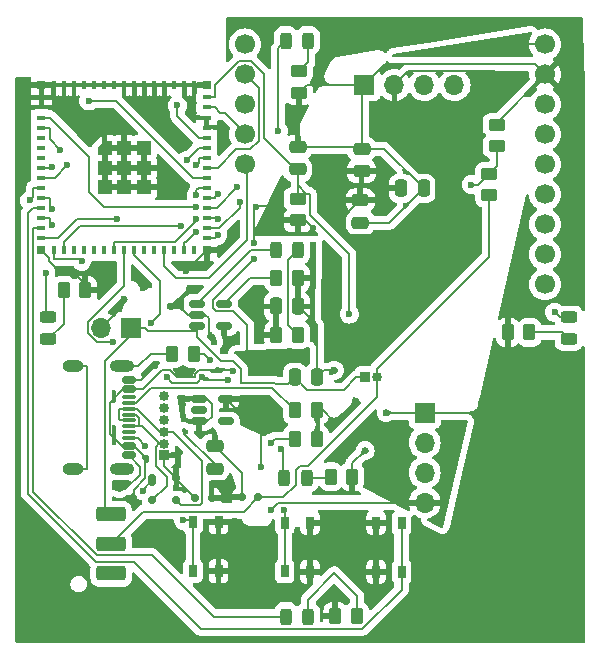
<source format=gbr>
%TF.GenerationSoftware,KiCad,Pcbnew,8.0.1*%
%TF.CreationDate,2024-05-04T10:24:30-07:00*%
%TF.ProjectId,schematic,73636865-6d61-4746-9963-2e6b69636164,rev?*%
%TF.SameCoordinates,Original*%
%TF.FileFunction,Copper,L1,Top*%
%TF.FilePolarity,Positive*%
%FSLAX46Y46*%
G04 Gerber Fmt 4.6, Leading zero omitted, Abs format (unit mm)*
G04 Created by KiCad (PCBNEW 8.0.1) date 2024-05-04 10:24:30*
%MOMM*%
%LPD*%
G01*
G04 APERTURE LIST*
G04 Aperture macros list*
%AMRoundRect*
0 Rectangle with rounded corners*
0 $1 Rounding radius*
0 $2 $3 $4 $5 $6 $7 $8 $9 X,Y pos of 4 corners*
0 Add a 4 corners polygon primitive as box body*
4,1,4,$2,$3,$4,$5,$6,$7,$8,$9,$2,$3,0*
0 Add four circle primitives for the rounded corners*
1,1,$1+$1,$2,$3*
1,1,$1+$1,$4,$5*
1,1,$1+$1,$6,$7*
1,1,$1+$1,$8,$9*
0 Add four rect primitives between the rounded corners*
20,1,$1+$1,$2,$3,$4,$5,0*
20,1,$1+$1,$4,$5,$6,$7,0*
20,1,$1+$1,$6,$7,$8,$9,0*
20,1,$1+$1,$8,$9,$2,$3,0*%
%AMFreePoly0*
4,1,14,0.603536,0.603536,0.605000,0.600000,0.605000,-0.600000,0.603536,-0.603536,0.600000,-0.605000,-0.600000,-0.605000,-0.603536,-0.603536,-0.605000,-0.600000,-0.605000,0.000000,-0.603536,0.003536,-0.003536,0.603536,0.000000,0.605000,0.600000,0.605000,0.603536,0.603536,0.603536,0.603536,$1*%
G04 Aperture macros list end*
%TA.AperFunction,SMDPad,CuDef*%
%ADD10RoundRect,0.250000X0.475000X-0.250000X0.475000X0.250000X-0.475000X0.250000X-0.475000X-0.250000X0*%
%TD*%
%TA.AperFunction,SMDPad,CuDef*%
%ADD11RoundRect,0.175000X-0.175000X-0.325000X0.175000X-0.325000X0.175000X0.325000X-0.175000X0.325000X0*%
%TD*%
%TA.AperFunction,SMDPad,CuDef*%
%ADD12RoundRect,0.150000X-0.200000X-0.150000X0.200000X-0.150000X0.200000X0.150000X-0.200000X0.150000X0*%
%TD*%
%TA.AperFunction,SMDPad,CuDef*%
%ADD13RoundRect,0.243750X0.243750X0.456250X-0.243750X0.456250X-0.243750X-0.456250X0.243750X-0.456250X0*%
%TD*%
%TA.AperFunction,SMDPad,CuDef*%
%ADD14RoundRect,0.250000X-0.450000X0.262500X-0.450000X-0.262500X0.450000X-0.262500X0.450000X0.262500X0*%
%TD*%
%TA.AperFunction,SMDPad,CuDef*%
%ADD15RoundRect,0.150000X-0.512500X-0.150000X0.512500X-0.150000X0.512500X0.150000X-0.512500X0.150000X0*%
%TD*%
%TA.AperFunction,SMDPad,CuDef*%
%ADD16RoundRect,0.250000X0.262500X0.450000X-0.262500X0.450000X-0.262500X-0.450000X0.262500X-0.450000X0*%
%TD*%
%TA.AperFunction,SMDPad,CuDef*%
%ADD17R,0.650000X1.050000*%
%TD*%
%TA.AperFunction,SMDPad,CuDef*%
%ADD18RoundRect,0.250000X-1.000000X0.375000X-1.000000X-0.375000X1.000000X-0.375000X1.000000X0.375000X0*%
%TD*%
%TA.AperFunction,SMDPad,CuDef*%
%ADD19RoundRect,0.250000X-0.475000X0.250000X-0.475000X-0.250000X0.475000X-0.250000X0.475000X0.250000X0*%
%TD*%
%TA.AperFunction,SMDPad,CuDef*%
%ADD20RoundRect,0.150000X0.150000X0.200000X-0.150000X0.200000X-0.150000X-0.200000X0.150000X-0.200000X0*%
%TD*%
%TA.AperFunction,ComponentPad*%
%ADD21R,0.850000X0.850000*%
%TD*%
%TA.AperFunction,ComponentPad*%
%ADD22O,0.850000X0.850000*%
%TD*%
%TA.AperFunction,SMDPad,CuDef*%
%ADD23RoundRect,0.150000X-0.425000X0.150000X-0.425000X-0.150000X0.425000X-0.150000X0.425000X0.150000X0*%
%TD*%
%TA.AperFunction,SMDPad,CuDef*%
%ADD24RoundRect,0.075000X-0.500000X0.075000X-0.500000X-0.075000X0.500000X-0.075000X0.500000X0.075000X0*%
%TD*%
%TA.AperFunction,ComponentPad*%
%ADD25O,2.100000X1.000000*%
%TD*%
%TA.AperFunction,ComponentPad*%
%ADD26O,1.800000X1.000000*%
%TD*%
%TA.AperFunction,ComponentPad*%
%ADD27R,1.700000X1.700000*%
%TD*%
%TA.AperFunction,ComponentPad*%
%ADD28O,1.700000X1.700000*%
%TD*%
%TA.AperFunction,SMDPad,CuDef*%
%ADD29RoundRect,0.250000X-0.250000X-0.475000X0.250000X-0.475000X0.250000X0.475000X-0.250000X0.475000X0*%
%TD*%
%TA.AperFunction,SMDPad,CuDef*%
%ADD30RoundRect,0.250000X-0.262500X-0.450000X0.262500X-0.450000X0.262500X0.450000X-0.262500X0.450000X0*%
%TD*%
%TA.AperFunction,SMDPad,CuDef*%
%ADD31RoundRect,0.243750X0.456250X-0.243750X0.456250X0.243750X-0.456250X0.243750X-0.456250X-0.243750X0*%
%TD*%
%TA.AperFunction,SMDPad,CuDef*%
%ADD32R,0.800000X0.400000*%
%TD*%
%TA.AperFunction,SMDPad,CuDef*%
%ADD33R,0.400000X0.800000*%
%TD*%
%TA.AperFunction,SMDPad,CuDef*%
%ADD34R,1.200000X1.200000*%
%TD*%
%TA.AperFunction,SMDPad,CuDef*%
%ADD35FreePoly0,0.000000*%
%TD*%
%TA.AperFunction,SMDPad,CuDef*%
%ADD36R,0.800000X0.800000*%
%TD*%
%TA.AperFunction,SMDPad,CuDef*%
%ADD37RoundRect,0.150000X-0.150000X-0.200000X0.150000X-0.200000X0.150000X0.200000X-0.150000X0.200000X0*%
%TD*%
%TA.AperFunction,SMDPad,CuDef*%
%ADD38RoundRect,0.250000X0.450000X-0.262500X0.450000X0.262500X-0.450000X0.262500X-0.450000X-0.262500X0*%
%TD*%
%TA.AperFunction,SMDPad,CuDef*%
%ADD39RoundRect,0.243750X-0.243750X-0.456250X0.243750X-0.456250X0.243750X0.456250X-0.243750X0.456250X0*%
%TD*%
%TA.AperFunction,ComponentPad*%
%ADD40C,1.700000*%
%TD*%
%TA.AperFunction,ViaPad*%
%ADD41C,0.600000*%
%TD*%
%TA.AperFunction,Conductor*%
%ADD42C,0.200000*%
%TD*%
G04 APERTURE END LIST*
D10*
%TO.P,C5,1*%
%TO.N,Net-(U1-EN)*%
X143900000Y-70200000D03*
%TO.P,C5,2*%
%TO.N,GND*%
X143900000Y-68300000D03*
%TD*%
D11*
%TO.P,D10,1*%
%TO.N,GND*%
X131600000Y-96500000D03*
D12*
%TO.P,D10,2*%
%TO.N,/DP*%
X131600000Y-98200000D03*
%TO.P,D10,3*%
%TO.N,/DN*%
X133600000Y-98200000D03*
%TO.P,D10,4*%
%TO.N,+5V*%
X133600000Y-96300000D03*
%TD*%
D13*
%TO.P,D6,1,K*%
%TO.N,Net-(D6-K)*%
X144775000Y-108050000D03*
%TO.P,D6,2,A*%
%TO.N,/LED_2*%
X142900000Y-108050000D03*
%TD*%
D14*
%TO.P,R3,1*%
%TO.N,GND*%
X160750000Y-66407500D03*
%TO.P,R3,2*%
%TO.N,/BAT*%
X160750000Y-68232500D03*
%TD*%
D15*
%TO.P,U6,1,IN*%
%TO.N,VDD*%
X135531300Y-89631200D03*
%TO.P,U6,2,GND*%
%TO.N,GND*%
X135531300Y-90581200D03*
%TO.P,U6,3,EN*%
%TO.N,VDD*%
X135531300Y-91531200D03*
%TO.P,U6,4,NC*%
%TO.N,unconnected-(U6-NC-Pad4)*%
X137806300Y-91531200D03*
%TO.P,U6,5,OUT*%
%TO.N,+3V3*%
X137806300Y-89631200D03*
%TD*%
D16*
%TO.P,R5,1*%
%TO.N,GND*%
X145512500Y-93000000D03*
%TO.P,R5,2*%
%TO.N,Net-(J5-CC2)*%
X143687500Y-93000000D03*
%TD*%
D17*
%TO.P,SW4,1,1*%
%TO.N,GND*%
X137190000Y-100070000D03*
X137190000Y-104220000D03*
%TO.P,SW4,2,2*%
%TO.N,/BTN_1*%
X135040000Y-100070000D03*
X135040000Y-104195000D03*
%TD*%
D16*
%TO.P,R9,1*%
%TO.N,Net-(D6-K)*%
X148912500Y-108000000D03*
%TO.P,R9,2*%
%TO.N,GND*%
X147087500Y-108000000D03*
%TD*%
D18*
%TO.P,S1,1*%
%TO.N,Net-(BT1-+)*%
X128100000Y-99400000D03*
%TO.P,S1,2*%
%TO.N,Net-(D1-A)*%
X128100000Y-101900000D03*
%TO.P,S1,3*%
%TO.N,unconnected-(S1-Pad3)*%
X128100000Y-104400000D03*
%TD*%
D19*
%TO.P,C6,1*%
%TO.N,+3V3*%
X149200000Y-72800000D03*
%TO.P,C6,2*%
%TO.N,GND*%
X149200000Y-74700000D03*
%TD*%
D20*
%TO.P,D1,1,K*%
%TO.N,VDD*%
X139168800Y-97931200D03*
%TO.P,D1,2,A*%
%TO.N,Net-(D1-A)*%
X140568800Y-97931200D03*
%TD*%
D16*
%TO.P,R1,1*%
%TO.N,GND*%
X143912500Y-79400000D03*
%TO.P,R1,2*%
%TO.N,Net-(U2-PROG)*%
X142087500Y-79400000D03*
%TD*%
D21*
%TO.P,U4,1,VCC*%
%TO.N,+5V*%
X132600000Y-94400000D03*
D22*
%TO.P,U4,2,DP*%
%TO.N,/DP*%
X132600000Y-93400000D03*
%TO.P,U4,3,DN*%
%TO.N,/DN*%
X132600000Y-92400000D03*
%TO.P,U4,4,CC1*%
%TO.N,/CC1*%
X132600000Y-91400000D03*
%TO.P,U4,5,CC2*%
%TO.N,/CC2*%
X132600000Y-90400000D03*
%TO.P,U4,6,GND*%
%TO.N,GND*%
X132600000Y-89400000D03*
%TD*%
D23*
%TO.P,J5,A1,GND*%
%TO.N,GND*%
X129600000Y-88000000D03*
%TO.P,J5,A4,VBUS*%
%TO.N,+5V*%
X129600000Y-88800000D03*
D24*
%TO.P,J5,A5,CC1*%
%TO.N,Net-(J5-CC1)*%
X129600000Y-89950000D03*
%TO.P,J5,A6,D+*%
%TO.N,/DP*%
X129600000Y-90950000D03*
%TO.P,J5,A7,D-*%
%TO.N,/DN*%
X129600000Y-91450000D03*
%TO.P,J5,A8,SBU1*%
%TO.N,unconnected-(J5-SBU1-PadA8)*%
X129600000Y-92450000D03*
D23*
%TO.P,J5,A9,VBUS*%
%TO.N,+5V*%
X129600000Y-93600000D03*
%TO.P,J5,A12,GND*%
%TO.N,GND*%
X129600000Y-94400000D03*
%TO.P,J5,B1,GND*%
X129600000Y-94400000D03*
%TO.P,J5,B4,VBUS*%
%TO.N,+5V*%
X129600000Y-93600000D03*
D24*
%TO.P,J5,B5,CC2*%
%TO.N,Net-(J5-CC2)*%
X129600000Y-92950000D03*
%TO.P,J5,B6,D+*%
%TO.N,/DP*%
X129600000Y-91950000D03*
%TO.P,J5,B7,D-*%
%TO.N,/DN*%
X129600000Y-90450000D03*
%TO.P,J5,B8,SBU2*%
%TO.N,unconnected-(J5-SBU2-PadB8)*%
X129600000Y-89450000D03*
D23*
%TO.P,J5,B9,VBUS*%
%TO.N,+5V*%
X129600000Y-88800000D03*
%TO.P,J5,B12,GND*%
%TO.N,GND*%
X129600000Y-88000000D03*
D25*
%TO.P,J5,S1,SHIELD*%
%TO.N,Net-(J5-SHIELD)*%
X129025000Y-86880000D03*
D26*
X124845000Y-86880000D03*
D25*
X129025000Y-95520000D03*
D26*
X124845000Y-95520000D03*
%TD*%
D27*
%TO.P,BT1,1,+*%
%TO.N,Net-(BT1-+)*%
X129800000Y-83600000D03*
D28*
%TO.P,BT1,2,-*%
%TO.N,GND*%
X127260000Y-83600000D03*
%TD*%
D13*
%TO.P,D7,1,K*%
%TO.N,Net-(D7-K)*%
X144772500Y-59280000D03*
%TO.P,D7,2,A*%
%TO.N,/LED_3*%
X142897500Y-59280000D03*
%TD*%
D29*
%TO.P,C2,1*%
%TO.N,Net-(BT1-+)*%
X143650000Y-87800000D03*
%TO.P,C2,2*%
%TO.N,GND*%
X145550000Y-87800000D03*
%TD*%
D16*
%TO.P,R13,1*%
%TO.N,Net-(D9-K)*%
X163512500Y-84000000D03*
%TO.P,R13,2*%
%TO.N,GND*%
X161687500Y-84000000D03*
%TD*%
D30*
%TO.P,R11,1*%
%TO.N,Net-(D8-K)*%
X146687500Y-96200000D03*
%TO.P,R11,2*%
%TO.N,GND*%
X148512500Y-96200000D03*
%TD*%
D17*
%TO.P,SW5,1,1*%
%TO.N,GND*%
X144940000Y-100095000D03*
X144940000Y-104245000D03*
%TO.P,SW5,2,2*%
%TO.N,/BTN_2*%
X142790000Y-100095000D03*
X142790000Y-104220000D03*
%TD*%
D30*
%TO.P,R4,1*%
%TO.N,+5V*%
X142087500Y-84200000D03*
%TO.P,R4,2*%
%TO.N,Net-(D3-A)*%
X143912500Y-84200000D03*
%TD*%
%TO.P,R7,1*%
%TO.N,Net-(J5-SHIELD)*%
X133287500Y-85800000D03*
%TO.P,R7,2*%
%TO.N,GND*%
X135112500Y-85800000D03*
%TD*%
D31*
%TO.P,D5,1,K*%
%TO.N,Net-(D5-K)*%
X122785000Y-84587500D03*
%TO.P,D5,2,A*%
%TO.N,/LED_1*%
X122785000Y-82712500D03*
%TD*%
D13*
%TO.P,D8,1,K*%
%TO.N,Net-(D8-K)*%
X144650000Y-96300000D03*
%TO.P,D8,2,A*%
%TO.N,/LED_4*%
X142775000Y-96300000D03*
%TD*%
D31*
%TO.P,D9,1,K*%
%TO.N,Net-(D9-K)*%
X166850000Y-84587500D03*
%TO.P,D9,2,A*%
%TO.N,/LED_5*%
X166850000Y-82712500D03*
%TD*%
D32*
%TO.P,U1,1,GND*%
%TO.N,GND*%
X122200000Y-64100000D03*
%TO.P,U1,2,GND*%
X122200000Y-64950000D03*
%TO.P,U1,3,3V3*%
%TO.N,+3V3*%
X122200000Y-65800000D03*
%TO.P,U1,4,IO0*%
%TO.N,Net-(U1-IO0)*%
X122200000Y-66650000D03*
%TO.P,U1,5,IO1*%
%TO.N,unconnected-(U1-IO1-Pad5)*%
X122200000Y-67500000D03*
%TO.P,U1,6,IO2*%
%TO.N,unconnected-(U1-IO2-Pad6)*%
X122200000Y-68350000D03*
%TO.P,U1,7,IO3*%
%TO.N,unconnected-(U1-IO3-Pad7)*%
X122200000Y-69200000D03*
%TO.P,U1,8,IO4*%
%TO.N,/OLED_SCL*%
X122200000Y-70050000D03*
%TO.P,U1,9,IO5*%
%TO.N,/OLED_SDA*%
X122200000Y-70900000D03*
%TO.P,U1,10,IO6*%
%TO.N,/BTN_1*%
X122200000Y-71750000D03*
%TO.P,U1,11,IO7*%
%TO.N,/BTN_2*%
X122200000Y-72600000D03*
%TO.P,U1,12,IO8*%
%TO.N,/BTN_3*%
X122200000Y-73450000D03*
%TO.P,U1,13,IO9*%
%TO.N,/LED_1*%
X122200000Y-74300000D03*
%TO.P,U1,14,IO10*%
%TO.N,/LED_2*%
X122200000Y-75150000D03*
%TO.P,U1,15,IO11*%
%TO.N,/LED_3*%
X122200000Y-76000000D03*
D33*
%TO.P,U1,16,IO12*%
%TO.N,/LED_4*%
X123250000Y-77050000D03*
%TO.P,U1,17,IO13*%
%TO.N,/LED_5*%
X124100000Y-77050000D03*
%TO.P,U1,18,IO14*%
%TO.N,unconnected-(U1-IO14-Pad18)*%
X124950000Y-77050000D03*
%TO.P,U1,19,IO15*%
%TO.N,unconnected-(U1-IO15-Pad19)*%
X125800000Y-77050000D03*
%TO.P,U1,20,IO16*%
%TO.N,unconnected-(U1-IO16-Pad20)*%
X126650000Y-77050000D03*
%TO.P,U1,21,IO17*%
%TO.N,unconnected-(U1-IO17-Pad21)*%
X127500000Y-77050000D03*
%TO.P,U1,22,IO18*%
%TO.N,/BAT*%
X128350000Y-77050000D03*
%TO.P,U1,23,IO19*%
%TO.N,/DN*%
X129200000Y-77050000D03*
%TO.P,U1,24,IO20*%
%TO.N,/DP*%
X130050000Y-77050000D03*
%TO.P,U1,25,IO21*%
%TO.N,unconnected-(U1-IO21-Pad25)*%
X130900000Y-77050000D03*
%TO.P,U1,26,IO26*%
%TO.N,unconnected-(U1-IO26-Pad26)*%
X131750000Y-77050000D03*
%TO.P,U1,27,IO47*%
%TO.N,/LORA_G5*%
X132600000Y-77050000D03*
%TO.P,U1,28,IO33*%
%TO.N,unconnected-(U1-IO33-Pad28)*%
X133450000Y-77050000D03*
%TO.P,U1,29,IO34*%
%TO.N,/LORA_CS*%
X134300000Y-77050000D03*
%TO.P,U1,30,IO48*%
%TO.N,unconnected-(U1-IO48-Pad30)*%
X135150000Y-77050000D03*
D32*
%TO.P,U1,31,IO35*%
%TO.N,/LORA_MOSI*%
X136200000Y-76000000D03*
%TO.P,U1,32,IO36*%
%TO.N,/LORA_SCK*%
X136200000Y-75150000D03*
%TO.P,U1,33,IO37*%
%TO.N,/LORA_MISO*%
X136200000Y-74300000D03*
%TO.P,U1,34,IO38*%
%TO.N,/LORA_EN*%
X136200000Y-73450000D03*
%TO.P,U1,35,IO39*%
%TO.N,/LORA_GO*%
X136200000Y-72600000D03*
%TO.P,U1,36,IO40*%
%TO.N,/LORA_RST*%
X136200000Y-71750000D03*
%TO.P,U1,37,IO41*%
%TO.N,/LORA_G1*%
X136200000Y-70900000D03*
%TO.P,U1,38,IO42*%
%TO.N,/LORA_G2*%
X136200000Y-70050000D03*
%TO.P,U1,39,TXD0*%
%TO.N,/TX*%
X136200000Y-69200000D03*
%TO.P,U1,40,RXD0*%
%TO.N,/RX*%
X136200000Y-68350000D03*
%TO.P,U1,41,IO45*%
%TO.N,/LORA_G3*%
X136200000Y-67500000D03*
%TO.P,U1,42,GND*%
%TO.N,GND*%
X136200000Y-66650000D03*
%TO.P,U1,43,GND*%
X136200000Y-65800000D03*
%TO.P,U1,44,IO46*%
%TO.N,/LORA_G4*%
X136200000Y-64950000D03*
%TO.P,U1,45,EN*%
%TO.N,Net-(U1-EN)*%
X136200000Y-64100000D03*
D33*
%TO.P,U1,46,GND*%
%TO.N,GND*%
X135150000Y-63050000D03*
%TO.P,U1,47,GND*%
X134300000Y-63050000D03*
%TO.P,U1,48,GND*%
X133450000Y-63050000D03*
%TO.P,U1,49,GND*%
X132600000Y-63050000D03*
%TO.P,U1,50,GND*%
X131750000Y-63050000D03*
%TO.P,U1,51,GND*%
X130900000Y-63050000D03*
%TO.P,U1,52,GND*%
X130050000Y-63050000D03*
%TO.P,U1,53,GND*%
X129200000Y-63050000D03*
%TO.P,U1,54,GND*%
X128350000Y-63050000D03*
%TO.P,U1,55,GND*%
X127500000Y-63050000D03*
%TO.P,U1,56,GND*%
X126650000Y-63050000D03*
%TO.P,U1,57,GND*%
X125800000Y-63050000D03*
%TO.P,U1,58,GND*%
X124950000Y-63050000D03*
%TO.P,U1,59,GND*%
X124100000Y-63050000D03*
%TO.P,U1,60,GND*%
X123250000Y-63050000D03*
D34*
%TO.P,U1,61,GND*%
X129200000Y-70050000D03*
D35*
%TO.P,U1,61_1,GND*%
X127550000Y-68400000D03*
D34*
%TO.P,U1,61_2,GND*%
X129200000Y-68400000D03*
%TO.P,U1,61_3,GND*%
X130850000Y-68400000D03*
%TO.P,U1,61_4,GND*%
X130850000Y-70050000D03*
%TO.P,U1,61_5,GND*%
X130850000Y-71700000D03*
%TO.P,U1,61_6,GND*%
X129200000Y-71700000D03*
%TO.P,U1,61_7,GND*%
X127550000Y-71700000D03*
%TO.P,U1,61_8,GND*%
X127550000Y-70050000D03*
D36*
%TO.P,U1,62,GND*%
X122200000Y-63050000D03*
%TO.P,U1,63,GND*%
X122200000Y-77050000D03*
%TO.P,U1,64,GND*%
X136200000Y-77050000D03*
%TO.P,U1,65,GND*%
X136200000Y-63050000D03*
%TD*%
D17*
%TO.P,SW6,1,1*%
%TO.N,GND*%
X150540000Y-104270000D03*
X150540000Y-100120000D03*
%TO.P,SW6,2,2*%
%TO.N,/BTN_3*%
X152690000Y-104270000D03*
X152690000Y-100145000D03*
%TD*%
D10*
%TO.P,C7,1*%
%TO.N,+3V3*%
X149300000Y-70350000D03*
%TO.P,C7,2*%
%TO.N,GND*%
X149300000Y-68450000D03*
%TD*%
D30*
%TO.P,R8,1*%
%TO.N,Net-(D5-K)*%
X124087500Y-80400000D03*
%TO.P,R8,2*%
%TO.N,GND*%
X125912500Y-80400000D03*
%TD*%
D29*
%TO.P,C1,1*%
%TO.N,+5V*%
X142050000Y-81800000D03*
%TO.P,C1,2*%
%TO.N,GND*%
X143950000Y-81800000D03*
%TD*%
D14*
%TO.P,R10,1*%
%TO.N,Net-(D7-K)*%
X144000000Y-61887500D03*
%TO.P,R10,2*%
%TO.N,GND*%
X144000000Y-63712500D03*
%TD*%
D27*
%TO.P,J3,1,Pin_1*%
%TO.N,GND*%
X149550000Y-63050000D03*
D28*
%TO.P,J3,2,Pin_2*%
%TO.N,+3V3*%
X152090000Y-63050000D03*
%TO.P,J3,3,Pin_3*%
%TO.N,/OLED_SCL*%
X154630000Y-63050000D03*
%TO.P,J3,4,Pin_4*%
%TO.N,/OLED_SDA*%
X157170000Y-63050000D03*
%TD*%
D37*
%TO.P,D2,1,K*%
%TO.N,VDD*%
X136600000Y-97981200D03*
%TO.P,D2,2,A*%
%TO.N,+5V*%
X135200000Y-97981200D03*
%TD*%
D38*
%TO.P,R12,1*%
%TO.N,+3V3*%
X143900000Y-74512500D03*
%TO.P,R12,2*%
%TO.N,Net-(U1-EN)*%
X143900000Y-72687500D03*
%TD*%
D16*
%TO.P,R6,1*%
%TO.N,GND*%
X145512500Y-90600000D03*
%TO.P,R6,2*%
%TO.N,Net-(J5-CC1)*%
X143687500Y-90600000D03*
%TD*%
D29*
%TO.P,C9,1*%
%TO.N,+3V3*%
X152650000Y-71800000D03*
%TO.P,C9,2*%
%TO.N,GND*%
X154550000Y-71800000D03*
%TD*%
D19*
%TO.P,C8,1*%
%TO.N,VDD*%
X136868800Y-93631200D03*
%TO.P,C8,2*%
%TO.N,GND*%
X136868800Y-95531200D03*
%TD*%
D39*
%TO.P,D3,1,K*%
%TO.N,/STAT*%
X142062500Y-77000000D03*
%TO.P,D3,2,A*%
%TO.N,Net-(D3-A)*%
X143937500Y-77000000D03*
%TD*%
D15*
%TO.P,U2,1,STAT*%
%TO.N,/STAT*%
X135400000Y-81562500D03*
%TO.P,U2,2,VSS*%
%TO.N,GND*%
X135400000Y-82512500D03*
%TO.P,U2,3,VBAT*%
%TO.N,Net-(BT1-+)*%
X135400000Y-83462500D03*
%TO.P,U2,4,VDD*%
%TO.N,+5V*%
X137675000Y-83462500D03*
%TO.P,U2,5,PROG*%
%TO.N,Net-(U2-PROG)*%
X137675000Y-81562500D03*
%TD*%
D21*
%TO.P,J1,1,Pin_1*%
%TO.N,Net-(BT1-+)*%
X149600000Y-87800000D03*
D22*
%TO.P,J1,2,Pin_2*%
%TO.N,Net-(D1-A)*%
X150600000Y-87800000D03*
%TD*%
D14*
%TO.P,R2,1*%
%TO.N,/BAT*%
X160100000Y-70575000D03*
%TO.P,R2,2*%
%TO.N,Net-(D1-A)*%
X160100000Y-72400000D03*
%TD*%
D27*
%TO.P,J4,1,Pin_1*%
%TO.N,GND*%
X154650000Y-90780000D03*
D28*
%TO.P,J4,2,Pin_2*%
%TO.N,/TX*%
X154650000Y-93320000D03*
%TO.P,J4,3,Pin_3*%
%TO.N,/RX*%
X154650000Y-95860000D03*
%TO.P,J4,4,Pin_4*%
%TO.N,+3V3*%
X154650000Y-98400000D03*
%TD*%
D40*
%TO.P,U5,1,Vin*%
%TO.N,+3V3*%
X164835000Y-59600000D03*
%TO.P,U5,2,GND*%
%TO.N,GND*%
X164835000Y-62140000D03*
%TO.P,U5,3,EN*%
%TO.N,/LORA_EN*%
X164835000Y-64680000D03*
%TO.P,U5,4,G0*%
%TO.N,/LORA_GO*%
X164835000Y-67220000D03*
%TO.P,U5,5,SCK*%
%TO.N,/LORA_SCK*%
X164835000Y-69760000D03*
%TO.P,U5,6,MISO*%
%TO.N,/LORA_MISO*%
X164835000Y-72300000D03*
%TO.P,U5,7,MOSI*%
%TO.N,/LORA_MOSI*%
X164835000Y-74840000D03*
%TO.P,U5,8,CS*%
%TO.N,/LORA_CS*%
X164835000Y-77380000D03*
%TO.P,U5,9,RST*%
%TO.N,/LORA_RST*%
X164835000Y-79920000D03*
%TO.P,U5,10,G1*%
%TO.N,/LORA_G1*%
X139435000Y-59600000D03*
%TO.P,U5,11,G2*%
%TO.N,/LORA_G2*%
X139435000Y-62140000D03*
%TO.P,U5,12,G3*%
%TO.N,/LORA_G3*%
X139435000Y-64680000D03*
%TO.P,U5,13,G4*%
%TO.N,/LORA_G4*%
X139435000Y-67220000D03*
%TO.P,U5,14,G5*%
%TO.N,/LORA_G5*%
X139435000Y-69760000D03*
%TD*%
D41*
%TO.N,GND*%
X131800000Y-86800000D03*
X136800000Y-84800000D03*
X135824265Y-87775735D03*
X132800000Y-87800000D03*
X136475735Y-86324265D03*
X135200000Y-80200000D03*
X151400000Y-90800000D03*
X131200000Y-100200000D03*
X133200000Y-81800000D03*
X147000000Y-87200000D03*
X130758949Y-97400000D03*
X148800000Y-89800000D03*
X147000000Y-91600000D03*
X134400000Y-78800000D03*
X138600000Y-100000000D03*
X166123300Y-90900000D03*
X161884000Y-98307700D03*
X130800000Y-80200000D03*
X161874800Y-91006700D03*
X129200000Y-81200000D03*
X127600000Y-80400000D03*
X166040400Y-99083900D03*
X149600000Y-94000000D03*
X147200000Y-106000000D03*
X128800000Y-97200000D03*
X132400000Y-101400000D03*
X148800000Y-104400000D03*
X138000000Y-88000000D03*
%TO.N,+5V*%
X133600000Y-97200000D03*
X137600000Y-85600000D03*
X137600000Y-85600000D03*
X130000000Y-98000000D03*
X138375735Y-87224265D03*
%TO.N,+3V3*%
X141600000Y-99000000D03*
X140167224Y-77767224D03*
X147400000Y-75033300D03*
X140345800Y-73384600D03*
X145200000Y-75175900D03*
X140800000Y-95400000D03*
X135248300Y-73386900D03*
X140200000Y-76400000D03*
X139600000Y-86200000D03*
X160400000Y-62000000D03*
X140600000Y-89600000D03*
X162800000Y-59800000D03*
%TO.N,Net-(U1-EN)*%
X148267600Y-82440700D03*
%TO.N,/DP*%
X131453000Y-83215500D03*
%TO.N,/DN*%
X128217500Y-84846500D03*
%TO.N,/LED_1*%
X123122500Y-74894200D03*
X122560400Y-78922900D03*
%TO.N,/LED_3*%
X142257000Y-66920500D03*
X128575000Y-74369900D03*
%TO.N,/LED_4*%
X125601800Y-77968300D03*
X142473100Y-93890700D03*
%TO.N,/LED_5*%
X165645200Y-82281500D03*
X133997800Y-75005600D03*
%TO.N,/OLED_SDA*%
X124392000Y-69815700D03*
%TO.N,/OLED_SCL*%
X123120200Y-69982100D03*
%TO.N,/TX*%
X135292700Y-69862100D03*
%TO.N,/RX*%
X134507400Y-69413100D03*
%TO.N,/BAT*%
X158600000Y-71473100D03*
X135285000Y-74429600D03*
%TO.N,Net-(U1-IO0)*%
X123784600Y-68540300D03*
%TO.N,/BTN_1*%
X134200000Y-99898900D03*
X121205600Y-72825000D03*
%TO.N,/BTN_2*%
X142703800Y-99059200D03*
X123109900Y-73534300D03*
%TO.N,/LORA_CS*%
X135276100Y-75481200D03*
%TO.N,/LORA_RST*%
X135295400Y-72353500D03*
%TO.N,/LORA_GO*%
X137105300Y-72277000D03*
%TO.N,/LORA_EN*%
X138790200Y-71680200D03*
%TO.N,/LORA_SCK*%
X138978700Y-72939100D03*
%TO.N,/LORA_G1*%
X126204700Y-64396500D03*
%TO.N,/LORA_MISO*%
X137117100Y-74433300D03*
%TO.N,/LORA_MOSI*%
X137125800Y-75775900D03*
%TO.N,/LORA_G3*%
X133711600Y-64776800D03*
%TO.N,Net-(J5-CC2)*%
X131005700Y-93573600D03*
X141599900Y-93382600D03*
%TD*%
D42*
%TO.N,GND*%
X151420000Y-90780000D02*
X154650000Y-90780000D01*
X151650000Y-74700000D02*
X154550000Y-71800000D01*
X134571948Y-82512500D02*
X135400000Y-82512500D01*
X148800000Y-104400000D02*
X150410000Y-104400000D01*
X134284152Y-92200000D02*
X134284152Y-92556296D01*
X161648100Y-90780000D02*
X161874800Y-91006700D01*
X143900000Y-68300000D02*
X149150000Y-68300000D01*
X149150000Y-68300000D02*
X149300000Y-68450000D01*
X132400000Y-101400000D02*
X131600000Y-100600000D01*
X149300000Y-68450000D02*
X151200000Y-68450000D01*
X145512500Y-90600000D02*
X146000000Y-90600000D01*
X122850000Y-77700000D02*
X122850000Y-77917385D01*
X134400000Y-78800000D02*
X134450000Y-78800000D01*
X146000000Y-90600000D02*
X147000000Y-91600000D01*
X144000000Y-63712500D02*
X144000000Y-68200000D01*
X136800000Y-84800000D02*
X136362500Y-84362500D01*
X135112500Y-85800000D02*
X135951470Y-85800000D01*
X130550000Y-95350000D02*
X129600000Y-94400000D01*
X130758949Y-97400000D02*
X130758949Y-97341051D01*
X129200000Y-81200000D02*
X129000000Y-81400000D01*
X133200000Y-81800000D02*
X133859448Y-81800000D01*
X133269700Y-88269700D02*
X135330300Y-88269700D01*
X160750000Y-66407500D02*
X160750000Y-66225000D01*
X136868800Y-95140944D02*
X136868800Y-95531200D01*
X136362500Y-84362500D02*
X136362500Y-82812501D01*
X136362500Y-82812501D02*
X136062499Y-82512500D01*
X151400000Y-90800000D02*
X151420000Y-90780000D01*
X147087500Y-106112500D02*
X147200000Y-106000000D01*
X149600000Y-94000000D02*
X148512500Y-95087500D01*
X147000000Y-91600000D02*
X148800000Y-89800000D01*
X145550000Y-83400000D02*
X143950000Y-81800000D01*
X164835000Y-62140000D02*
X163985000Y-61290000D01*
X163985000Y-61290000D02*
X151310000Y-61290000D01*
X130600000Y-88000000D02*
X129600000Y-88000000D01*
X144662500Y-63050000D02*
X144000000Y-63712500D01*
X149300000Y-68450000D02*
X149300000Y-63300000D01*
X134284152Y-92556296D02*
X136868800Y-95140944D01*
X128800000Y-97200000D02*
X129400000Y-97200000D01*
X124600000Y-78600000D02*
X125912500Y-79912500D01*
X133859448Y-81800000D02*
X134571948Y-82512500D01*
X160750000Y-66225000D02*
X164835000Y-62140000D01*
X134450000Y-78800000D02*
X136200000Y-77050000D01*
X133200000Y-81800000D02*
X134800000Y-80200000D01*
X136048530Y-88000000D02*
X138000000Y-88000000D01*
X135951470Y-85800000D02*
X136475735Y-86324265D01*
X131600000Y-100600000D02*
X131200000Y-100200000D01*
X131800000Y-86800000D02*
X131800000Y-86600000D01*
X149550000Y-63050000D02*
X144662500Y-63050000D01*
X147087500Y-108000000D02*
X147087500Y-106112500D01*
X154650000Y-90780000D02*
X161648100Y-90780000D01*
X134800000Y-80200000D02*
X135200000Y-80200000D01*
X145550000Y-87800000D02*
X145550000Y-83400000D01*
X130550000Y-96050000D02*
X130550000Y-95350000D01*
X135824265Y-87775735D02*
X136048530Y-88000000D01*
X122850000Y-77917385D02*
X123532615Y-78600000D01*
X145512500Y-90600000D02*
X145512500Y-93000000D01*
X125912500Y-80400000D02*
X127600000Y-80400000D01*
X144000000Y-68200000D02*
X143900000Y-68300000D01*
X131800000Y-86800000D02*
X130600000Y-88000000D01*
X151310000Y-61290000D02*
X149550000Y-63050000D01*
X122200000Y-77050000D02*
X122850000Y-77700000D01*
X129000000Y-81400000D02*
X129000000Y-81860000D01*
X132800000Y-87800000D02*
X133269700Y-88269700D01*
X149200000Y-74700000D02*
X151650000Y-74700000D01*
X147000000Y-87200000D02*
X146150000Y-87200000D01*
X150410000Y-104400000D02*
X150540000Y-104270000D01*
X148512500Y-95087500D02*
X148512500Y-96200000D01*
X125912500Y-79912500D02*
X125912500Y-80400000D01*
X129000000Y-81860000D02*
X127260000Y-83600000D01*
X129400000Y-97200000D02*
X130550000Y-96050000D01*
X135330300Y-88269700D02*
X135824265Y-87775735D01*
X123532615Y-78600000D02*
X124600000Y-78600000D01*
X151200000Y-68450000D02*
X154550000Y-71800000D01*
X130758949Y-97341051D02*
X131600000Y-96500000D01*
X149300000Y-63300000D02*
X149550000Y-63050000D01*
X146150000Y-87200000D02*
X145550000Y-87800000D01*
X136062499Y-82512500D02*
X135400000Y-82512500D01*
%TO.N,Net-(BT1-+)*%
X142053186Y-88400000D02*
X141922885Y-88269700D01*
X147827700Y-88845600D02*
X144695600Y-88845600D01*
X141922885Y-88269700D02*
X139069700Y-88269700D01*
X129800000Y-83600000D02*
X130353300Y-83600000D01*
X135400000Y-83866600D02*
X131218300Y-83866600D01*
X144695600Y-88845600D02*
X143650000Y-87800000D01*
X138399999Y-86400000D02*
X137400000Y-86400000D01*
X143050000Y-88400000D02*
X142053186Y-88400000D01*
X135400000Y-84400000D02*
X135400000Y-83866600D01*
X139069700Y-88269700D02*
X139069700Y-87069701D01*
X130353300Y-83600000D02*
X130951700Y-83600000D01*
X131218300Y-83866600D02*
X130951700Y-83600000D01*
X135400000Y-83866600D02*
X135400000Y-83462500D01*
X143650000Y-87800000D02*
X143050000Y-88400000D01*
X148873300Y-87800000D02*
X147827700Y-88845600D01*
X137400000Y-86400000D02*
X135400000Y-84400000D01*
X149600000Y-87800000D02*
X148873300Y-87800000D01*
X127577500Y-86375800D02*
X127577500Y-98877500D01*
X130353300Y-83600000D02*
X127577500Y-86375800D01*
X139069700Y-87069701D02*
X138399999Y-86400000D01*
X127577500Y-98877500D02*
X128100000Y-99400000D01*
%TO.N,+5V*%
X129600000Y-88800000D02*
X129143000Y-88800000D01*
X130796414Y-88800000D02*
X129600000Y-88800000D01*
X137600000Y-85600000D02*
X137675000Y-85525000D01*
X133648529Y-87800000D02*
X133048529Y-87200000D01*
X132600000Y-95300000D02*
X133600000Y-96300000D01*
X128990000Y-93600000D02*
X129600000Y-93600000D01*
X130015552Y-93600000D02*
X129600000Y-93600000D01*
X132396414Y-87200000D02*
X130796414Y-88800000D01*
X128000000Y-89942600D02*
X128000000Y-92610400D01*
X135224265Y-87800000D02*
X133648529Y-87800000D01*
X132600000Y-94400000D02*
X132600000Y-95300000D01*
X133600000Y-96381200D02*
X135200000Y-97981200D01*
X130950000Y-94534448D02*
X130015552Y-93600000D01*
X133600000Y-96300000D02*
X133600000Y-96381200D01*
X135224265Y-87527206D02*
X135224265Y-87800000D01*
X129143000Y-88800000D02*
X128000000Y-89942600D01*
X138327205Y-87175735D02*
X135575736Y-87175735D01*
X130950000Y-96360420D02*
X130950000Y-94534448D01*
X135575736Y-87175735D02*
X135224265Y-87527206D01*
X130000000Y-97310420D02*
X130950000Y-96360420D01*
X130000000Y-98000000D02*
X130000000Y-97310420D01*
X133048529Y-87200000D02*
X132396414Y-87200000D01*
X138375735Y-87224265D02*
X138327205Y-87175735D01*
X128000000Y-92610400D02*
X128990000Y-93600000D01*
X137675000Y-85525000D02*
X137675000Y-83462500D01*
%TO.N,VDD*%
X139169000Y-97931200D02*
X139119000Y-97981200D01*
X135531300Y-91531200D02*
X136193799Y-91531200D01*
X136193799Y-91531200D02*
X136600000Y-91124999D01*
X136868800Y-93631200D02*
X139168800Y-95931200D01*
X139168800Y-95931200D02*
X139168800Y-97931200D01*
X136193799Y-89631200D02*
X135531300Y-89631200D01*
X136600000Y-91124999D02*
X136600000Y-90037401D01*
X136600000Y-90037401D02*
X136193799Y-89631200D01*
X136869000Y-93068800D02*
X136869000Y-93631200D01*
%TO.N,+3V3*%
X147600000Y-74833300D02*
X147600000Y-74400000D01*
X140345800Y-73384600D02*
X140436300Y-73294100D01*
X160300000Y-61900000D02*
X160400000Y-62000000D01*
X143900000Y-74512500D02*
X144536600Y-74512500D01*
X122200000Y-65800000D02*
X122901700Y-65800000D01*
X140200000Y-73530400D02*
X140345800Y-73384600D01*
X127534500Y-73386900D02*
X126239800Y-72092200D01*
X154650000Y-98240300D02*
X154650000Y-98400000D01*
X138378052Y-82162500D02*
X139600000Y-83384448D01*
X140800000Y-92624900D02*
X137806300Y-89631200D01*
X144536600Y-74512500D02*
X145200000Y-75175900D01*
X152090000Y-63050000D02*
X153240000Y-61900000D01*
X147600000Y-74400000D02*
X149200000Y-72800000D01*
X142200000Y-98400000D02*
X141600000Y-99000000D01*
X140568800Y-89631200D02*
X140600000Y-89600000D01*
X140167224Y-77767224D02*
X136712500Y-81221948D01*
X136971948Y-82162500D02*
X138378052Y-82162500D01*
X139600000Y-83384448D02*
X139600000Y-86200000D01*
X153240000Y-61900000D02*
X160300000Y-61900000D01*
X140200000Y-76400000D02*
X140200000Y-73530400D01*
X141314800Y-73294100D02*
X142533200Y-74512500D01*
X140436300Y-73294100D02*
X141314800Y-73294100D01*
X136712500Y-81903052D02*
X136971948Y-82162500D01*
X126239800Y-69138100D02*
X122901700Y-65800000D01*
X142533200Y-74512500D02*
X143900000Y-74512500D01*
X126239800Y-72092200D02*
X126239800Y-69138100D01*
X154650000Y-98400000D02*
X142200000Y-98400000D01*
X162800000Y-59800000D02*
X163200000Y-59800000D01*
X140800000Y-95400000D02*
X140800000Y-92624900D01*
X135248300Y-73386900D02*
X127534500Y-73386900D01*
X136712500Y-81221948D02*
X136712500Y-81903052D01*
X137806300Y-89631200D02*
X140568800Y-89631200D01*
X163400000Y-59600000D02*
X164835000Y-59600000D01*
X163200000Y-59800000D02*
X163400000Y-59600000D01*
X147400000Y-75033300D02*
X147600000Y-74833300D01*
%TO.N,Net-(U1-EN)*%
X143900000Y-70407400D02*
X143900000Y-70200000D01*
X144901200Y-72301600D02*
X144901200Y-74019700D01*
X144595800Y-72243200D02*
X144842800Y-72243200D01*
X138935100Y-60985900D02*
X136901700Y-63019300D01*
X148267600Y-77386100D02*
X148267600Y-82440700D01*
X141012600Y-62076400D02*
X139922100Y-60985900D01*
X143900000Y-70407400D02*
X141012600Y-67520000D01*
X144842800Y-72243200D02*
X144901200Y-72301600D01*
X144901200Y-74019700D02*
X148267600Y-77386100D01*
X141012600Y-67520000D02*
X141012600Y-62076400D01*
X136200000Y-64100000D02*
X136901700Y-64100000D01*
X139922100Y-60985900D02*
X138935100Y-60985900D01*
X143900000Y-71547400D02*
X143900000Y-70407400D01*
X136901700Y-63019300D02*
X136901700Y-64100000D01*
X143900000Y-72687500D02*
X143900000Y-71547400D01*
X143900000Y-71547400D02*
X144595800Y-72243200D01*
%TO.N,Net-(D1-A)*%
X144122300Y-95272700D02*
X143712500Y-95682500D01*
X140568800Y-97931200D02*
X139329700Y-99170300D01*
X150600000Y-87073300D02*
X160100000Y-77573300D01*
X143712500Y-95682500D02*
X143712500Y-96874000D01*
X142655300Y-97931200D02*
X140568800Y-97931200D01*
X160100000Y-77573300D02*
X160100000Y-72400000D01*
X143712500Y-96874000D02*
X142655300Y-97931200D01*
X150600000Y-89478200D02*
X144805500Y-95272700D01*
X150600000Y-87800000D02*
X150600000Y-89478200D01*
X150600000Y-87800000D02*
X150600000Y-87073300D01*
X144805500Y-95272700D02*
X144122300Y-95272700D01*
X139329700Y-99170300D02*
X130829700Y-99170300D01*
X130829700Y-99170300D02*
X128100000Y-101900000D01*
%TO.N,Net-(D3-A)*%
X143057000Y-77880500D02*
X143057000Y-83344500D01*
X143937500Y-77000000D02*
X143057000Y-77880500D01*
X143057000Y-83344500D02*
X143912500Y-84200000D01*
%TO.N,/STAT*%
X139962500Y-77000000D02*
X142062500Y-77000000D01*
X135400000Y-81562500D02*
X139962500Y-77000000D01*
%TO.N,/DP*%
X130450000Y-91950000D02*
X129600000Y-91950000D01*
X130475000Y-91217600D02*
X130475000Y-91925000D01*
X132200000Y-79600000D02*
X132200000Y-82468500D01*
X129600000Y-90950000D02*
X130207000Y-90950000D01*
X132200000Y-82468500D02*
X131453000Y-83215500D01*
X132193000Y-93400000D02*
X132600000Y-93400000D01*
X132800000Y-97000000D02*
X132800000Y-96212600D01*
X130050000Y-77050000D02*
X130050000Y-77450000D01*
X131873300Y-93676300D02*
X132171300Y-93378300D01*
X131873300Y-95285900D02*
X131873300Y-93676300D01*
X130207000Y-90950000D02*
X130475000Y-91217600D01*
X130050000Y-77450000D02*
X132200000Y-79600000D01*
X131600000Y-98200000D02*
X132800000Y-97000000D01*
X129600000Y-91950000D02*
X130450000Y-91950000D01*
X130743000Y-91950000D02*
X132171300Y-93378300D01*
X130450000Y-91950000D02*
X130743000Y-91950000D01*
X130475000Y-91925000D02*
X130450000Y-91950000D01*
X132171300Y-93378300D02*
X132193000Y-93400000D01*
X132800000Y-96212600D02*
X131873300Y-95285900D01*
%TO.N,/DN*%
X128217500Y-84846400D02*
X128217500Y-84846500D01*
X135802300Y-94875600D02*
X135802300Y-98452400D01*
X130273000Y-90450000D02*
X132223000Y-92400000D01*
X135613000Y-98641700D02*
X134041700Y-98641700D01*
X132223000Y-92400000D02*
X132600000Y-92400000D01*
X129200000Y-77050000D02*
X129200000Y-80031200D01*
X128850000Y-91450000D02*
X129600000Y-91450000D01*
X134041700Y-98641700D02*
X133600000Y-98200000D01*
X133326700Y-92400000D02*
X135802300Y-94875600D01*
X126108300Y-84077100D02*
X126877600Y-84846400D01*
X126108300Y-83122900D02*
X126108300Y-84077100D01*
X135802300Y-98452400D02*
X135613000Y-98641700D01*
X129200000Y-80031200D02*
X126108300Y-83122900D01*
X128725000Y-90475000D02*
X128725000Y-91325000D01*
X129600000Y-90450000D02*
X128750000Y-90450000D01*
X129600000Y-90450000D02*
X130273000Y-90450000D01*
X128725000Y-91325000D02*
X128850000Y-91450000D01*
X132600000Y-92400000D02*
X133326700Y-92400000D01*
X128750000Y-90450000D02*
X128725000Y-90475000D01*
X126877600Y-84846400D02*
X128217500Y-84846400D01*
%TO.N,/LED_1*%
X122560400Y-82487900D02*
X122785000Y-82712500D01*
X122901700Y-74673400D02*
X123122500Y-74894200D01*
X122560400Y-78922900D02*
X122560400Y-82487900D01*
X122901700Y-74300000D02*
X122901700Y-74673400D01*
X122200000Y-74300000D02*
X122901700Y-74300000D01*
%TO.N,Net-(D5-K)*%
X124087500Y-83285000D02*
X124087500Y-80400000D01*
X122785000Y-84587500D02*
X124087500Y-83285000D01*
%TO.N,/LED_2*%
X126874700Y-102859000D02*
X131601300Y-102859000D01*
X121498300Y-97482600D02*
X126874700Y-102859000D01*
X136792300Y-108050000D02*
X142900000Y-108050000D01*
X131601300Y-102859000D02*
X136792300Y-108050000D01*
X122200000Y-75150000D02*
X121498300Y-75150000D01*
X121498300Y-75150000D02*
X121498300Y-97482600D01*
%TO.N,Net-(D6-K)*%
X147000000Y-104400000D02*
X144775000Y-106625000D01*
X148912500Y-106312500D02*
X147000000Y-104400000D01*
X148912500Y-108000000D02*
X148912500Y-106312500D01*
X144775000Y-106625000D02*
X144775000Y-108050000D01*
%TO.N,/LED_3*%
X142257000Y-59920500D02*
X142897500Y-59280000D01*
X125215800Y-74369900D02*
X128575000Y-74369900D01*
X123585700Y-76000000D02*
X125215800Y-74369900D01*
X122200000Y-76000000D02*
X123585700Y-76000000D01*
X142257000Y-66920500D02*
X142257000Y-59920500D01*
%TO.N,Net-(D7-K)*%
X144772500Y-61115000D02*
X144772500Y-59280000D01*
X144000000Y-61887500D02*
X144772500Y-61115000D01*
%TO.N,/LED_4*%
X123250000Y-77050000D02*
X123250000Y-77751700D01*
X142687500Y-94105100D02*
X142473100Y-93890700D01*
X125601800Y-77968300D02*
X125385200Y-77751700D01*
X142775000Y-96300000D02*
X142775000Y-96175000D01*
X142775000Y-96175000D02*
X142687500Y-96087500D01*
X142687500Y-96087500D02*
X142687500Y-94105100D01*
X125385200Y-77751700D02*
X123250000Y-77751700D01*
X142687500Y-96087500D02*
X142600000Y-96000000D01*
%TO.N,Net-(D8-K)*%
X146687500Y-96200500D02*
X146687500Y-96200000D01*
X146588000Y-96300000D02*
X146687500Y-96200500D01*
X144650000Y-96300000D02*
X146588000Y-96300000D01*
X146687500Y-96200500D02*
X146688000Y-96200000D01*
%TO.N,/LED_5*%
X125442700Y-75005600D02*
X133997800Y-75005600D01*
X166076200Y-82712500D02*
X165645200Y-82281500D01*
X124100000Y-76348300D02*
X125442700Y-75005600D01*
X166850000Y-82712500D02*
X166076200Y-82712500D01*
X124100000Y-77050000D02*
X124100000Y-76348300D01*
%TO.N,Net-(D9-K)*%
X166850000Y-84587500D02*
X166262500Y-84000000D01*
X166262500Y-84000000D02*
X163512500Y-84000000D01*
%TO.N,/OLED_SDA*%
X124392000Y-69815700D02*
X123307700Y-70900000D01*
X123307700Y-70900000D02*
X122200000Y-70900000D01*
%TO.N,/OLED_SCL*%
X123120200Y-69982100D02*
X123052300Y-70050000D01*
X123052300Y-70050000D02*
X122200000Y-70050000D01*
%TO.N,/TX*%
X135498300Y-69656500D02*
X135498300Y-69200000D01*
X136200000Y-69200000D02*
X135498300Y-69200000D01*
X135292700Y-69862100D02*
X135498300Y-69656500D01*
%TO.N,/RX*%
X136200000Y-68350000D02*
X135498300Y-68350000D01*
X134507400Y-69413100D02*
X135498300Y-68422200D01*
X135498300Y-68422200D02*
X135498300Y-68350000D01*
%TO.N,Net-(U2-PROG)*%
X139837500Y-79400000D02*
X142087500Y-79400000D01*
X137675000Y-81562500D02*
X139837500Y-79400000D01*
%TO.N,/BAT*%
X159201900Y-71473100D02*
X160100000Y-70575000D01*
X160750000Y-69925000D02*
X160750000Y-68232500D01*
X133506000Y-76348300D02*
X135285000Y-74569300D01*
X128350000Y-76348300D02*
X133506000Y-76348300D01*
X158600000Y-71473100D02*
X159201900Y-71473100D01*
X160100000Y-70575000D02*
X160750000Y-69925000D01*
X135285000Y-74569300D02*
X135285000Y-74429600D01*
X128350000Y-77050000D02*
X128350000Y-76348300D01*
%TO.N,Net-(U1-IO0)*%
X122901700Y-67657400D02*
X122901700Y-66650000D01*
X123784600Y-68540300D02*
X122901700Y-67657400D01*
X122200000Y-66650000D02*
X122901700Y-66650000D01*
%TO.N,/BTN_1*%
X121498300Y-71750000D02*
X121498300Y-72532300D01*
X122200000Y-71750000D02*
X121498300Y-71750000D01*
X134200000Y-99898900D02*
X134868900Y-99898900D01*
X121498300Y-72532300D02*
X121205600Y-72825000D01*
X134868900Y-99898900D02*
X135040000Y-100070000D01*
X135040000Y-104195000D02*
X135040000Y-103368300D01*
X135040000Y-103368300D02*
X135040000Y-100070000D01*
%TO.N,/BTN_2*%
X142790000Y-99145400D02*
X142790000Y-100095000D01*
X122901700Y-72600000D02*
X122901700Y-73326100D01*
X122901700Y-73326100D02*
X123109900Y-73534300D01*
X142703800Y-99059200D02*
X142790000Y-99145400D01*
X122200000Y-72600000D02*
X122901700Y-72600000D01*
X142790000Y-104220000D02*
X142790000Y-100095000D01*
%TO.N,/BTN_3*%
X152690000Y-100145000D02*
X152690000Y-104270000D01*
X121059700Y-73888600D02*
X121059700Y-97642100D01*
X122200000Y-73450000D02*
X121498300Y-73450000D01*
X121498300Y-73450000D02*
X121059700Y-73888600D01*
X121059700Y-97642100D02*
X126814000Y-103396400D01*
X129998800Y-103396400D02*
X135684300Y-109081900D01*
X135684300Y-109081900D02*
X149379300Y-109081900D01*
X149379300Y-109081900D02*
X152690000Y-105771200D01*
X126814000Y-103396400D02*
X129998800Y-103396400D01*
X152690000Y-105771200D02*
X152690000Y-104270000D01*
%TO.N,/LORA_G2*%
X140598100Y-63303100D02*
X139435000Y-62140000D01*
X139856600Y-68490000D02*
X140598100Y-67748500D01*
X136200000Y-70050000D02*
X137120700Y-70050000D01*
X138680700Y-68490000D02*
X139856600Y-68490000D01*
X140598100Y-67748500D02*
X140598100Y-63303100D01*
X137120700Y-70050000D02*
X138680700Y-68490000D01*
%TO.N,/LORA_G4*%
X137351700Y-65400000D02*
X137754600Y-65400000D01*
X136200000Y-64950000D02*
X136901700Y-64950000D01*
X137754600Y-65400000D02*
X139434900Y-67080300D01*
X136901700Y-64950000D02*
X137351700Y-65400000D01*
X139435000Y-67080300D02*
X139435000Y-67220000D01*
X139434900Y-67080300D02*
X139435000Y-67080300D01*
%TO.N,/LORA_CS*%
X134300000Y-77050000D02*
X134300000Y-76348300D01*
X135276100Y-75481200D02*
X134409000Y-76348300D01*
X134409000Y-76348300D02*
X134300000Y-76348300D01*
%TO.N,/LORA_RST*%
X135295400Y-71952900D02*
X135295400Y-72353500D01*
X135498300Y-71750000D02*
X135295400Y-71952900D01*
X136200000Y-71750000D02*
X135498300Y-71750000D01*
%TO.N,/LORA_GO*%
X136200000Y-72600000D02*
X136901700Y-72600000D01*
X137105300Y-72277000D02*
X136901700Y-72480600D01*
X136901700Y-72480600D02*
X136901700Y-72600000D01*
%TO.N,/LORA_EN*%
X137020400Y-73450000D02*
X136200000Y-73450000D01*
X138790200Y-71680200D02*
X137020400Y-73450000D01*
%TO.N,/LORA_SCK*%
X138978700Y-73438700D02*
X137267400Y-75150000D01*
X138978700Y-72939100D02*
X138978700Y-73438700D01*
X137267400Y-75150000D02*
X136200000Y-75150000D01*
%TO.N,/LORA_G1*%
X135018600Y-70900000D02*
X136200000Y-70900000D01*
X126204700Y-64396500D02*
X128515100Y-64396500D01*
X128515100Y-64396500D02*
X135018600Y-70900000D01*
%TO.N,/LORA_MISO*%
X136983800Y-74300000D02*
X137117100Y-74433300D01*
X136200000Y-74300000D02*
X136983800Y-74300000D01*
%TO.N,/LORA_MOSI*%
X136200000Y-76000000D02*
X136901700Y-76000000D01*
X137125800Y-75775900D02*
X136901700Y-76000000D01*
%TO.N,/LORA_G5*%
X136400000Y-79400000D02*
X133600000Y-79400000D01*
X139601900Y-69926900D02*
X139601900Y-76198100D01*
X132600000Y-78400000D02*
X132600000Y-77050000D01*
X139601900Y-76198100D02*
X136400000Y-79400000D01*
X133600000Y-79400000D02*
X132600000Y-78400000D01*
X139435000Y-69760000D02*
X139601900Y-69926900D01*
%TO.N,/LORA_G3*%
X133711600Y-64776800D02*
X133711600Y-65713300D01*
X136200000Y-67500000D02*
X135498300Y-67500000D01*
X133711600Y-65713300D02*
X135498300Y-67500000D01*
%TO.N,Net-(J5-SHIELD)*%
X124845000Y-86880000D02*
X126046700Y-86880000D01*
X131456700Y-85800000D02*
X130376700Y-86880000D01*
X129025000Y-86880000D02*
X130376700Y-86880000D01*
X126046700Y-86880000D02*
X126046700Y-95520000D01*
X133287500Y-85800000D02*
X131456700Y-85800000D01*
X124845000Y-95520000D02*
X126046700Y-95520000D01*
%TO.N,Net-(J5-CC1)*%
X131492400Y-88669700D02*
X141757200Y-88669700D01*
X130212100Y-89950000D02*
X131492400Y-88669700D01*
X141757200Y-88669700D02*
X143687500Y-90600000D01*
X129600000Y-89950000D02*
X130212100Y-89950000D01*
%TO.N,Net-(J5-CC2)*%
X141982500Y-93000000D02*
X141599900Y-93382600D01*
X143687500Y-93000000D02*
X141982500Y-93000000D01*
X129600000Y-92950000D02*
X130382100Y-92950000D01*
X130382100Y-92950000D02*
X131005700Y-93573600D01*
%TD*%
%TA.AperFunction,Conductor*%
%TO.N,+3V3*%
G36*
X158242031Y-91400185D02*
G01*
X158287786Y-91452989D01*
X158297730Y-91522147D01*
X158295807Y-91532424D01*
X156235832Y-100444969D01*
X156201556Y-100505854D01*
X156139805Y-100538542D01*
X156070183Y-100532656D01*
X156058426Y-100527378D01*
X155534596Y-100258674D01*
X154926923Y-99946962D01*
X154876258Y-99898850D01*
X154859648Y-99830983D01*
X154882365Y-99764910D01*
X154937199Y-99721607D01*
X154951426Y-99716856D01*
X155113483Y-99673433D01*
X155113492Y-99673429D01*
X155327578Y-99573600D01*
X155521082Y-99438105D01*
X155688105Y-99271082D01*
X155823600Y-99077578D01*
X155923429Y-98863492D01*
X155923432Y-98863486D01*
X155980636Y-98650000D01*
X155083012Y-98650000D01*
X155115925Y-98592993D01*
X155150000Y-98465826D01*
X155150000Y-98334174D01*
X155115925Y-98207007D01*
X155083012Y-98150000D01*
X155980636Y-98150000D01*
X155980635Y-98149999D01*
X155923432Y-97936513D01*
X155923429Y-97936507D01*
X155823600Y-97722422D01*
X155823599Y-97722420D01*
X155688113Y-97528926D01*
X155688108Y-97528920D01*
X155521078Y-97361890D01*
X155335405Y-97231879D01*
X155291780Y-97177302D01*
X155284588Y-97107804D01*
X155316110Y-97045449D01*
X155335406Y-97028730D01*
X155420225Y-96969339D01*
X155521401Y-96898495D01*
X155688495Y-96731401D01*
X155824035Y-96537830D01*
X155923903Y-96323663D01*
X155985063Y-96095408D01*
X156005659Y-95860000D01*
X155985063Y-95624592D01*
X155923903Y-95396337D01*
X155824035Y-95182171D01*
X155823967Y-95182073D01*
X155688494Y-94988597D01*
X155521402Y-94821506D01*
X155521396Y-94821501D01*
X155335842Y-94691575D01*
X155292217Y-94636998D01*
X155285023Y-94567500D01*
X155316546Y-94505145D01*
X155335842Y-94488425D01*
X155472177Y-94392962D01*
X155521401Y-94358495D01*
X155688495Y-94191401D01*
X155824035Y-93997830D01*
X155923903Y-93783663D01*
X155985063Y-93555408D01*
X156005659Y-93320000D01*
X155985063Y-93084592D01*
X155923903Y-92856337D01*
X155824035Y-92642171D01*
X155786300Y-92588280D01*
X155688496Y-92448600D01*
X155627578Y-92387682D01*
X155566567Y-92326671D01*
X155533084Y-92265351D01*
X155538068Y-92195659D01*
X155579939Y-92139725D01*
X155610915Y-92122810D01*
X155742331Y-92073796D01*
X155857546Y-91987546D01*
X155943796Y-91872331D01*
X155994091Y-91737483D01*
X156000500Y-91677873D01*
X156000500Y-91504500D01*
X156020185Y-91437461D01*
X156072989Y-91391706D01*
X156124500Y-91380500D01*
X158174992Y-91380500D01*
X158242031Y-91400185D01*
G37*
%TD.AperFunction*%
%TA.AperFunction,Conductor*%
G36*
X150534171Y-90495776D02*
G01*
X150590104Y-90537648D01*
X150614521Y-90603112D01*
X150614057Y-90625841D01*
X150594435Y-90799996D01*
X150594435Y-90800003D01*
X150614630Y-90979249D01*
X150614631Y-90979254D01*
X150674211Y-91149523D01*
X150755336Y-91278631D01*
X150770184Y-91302262D01*
X150897738Y-91429816D01*
X150909905Y-91437461D01*
X151044681Y-91522147D01*
X151050478Y-91525789D01*
X151220745Y-91585368D01*
X151220750Y-91585369D01*
X151399996Y-91605565D01*
X151400000Y-91605565D01*
X151400004Y-91605565D01*
X151579249Y-91585369D01*
X151579252Y-91585368D01*
X151579255Y-91585368D01*
X151749522Y-91525789D01*
X151902262Y-91429816D01*
X151915259Y-91416819D01*
X151976582Y-91383334D01*
X152002940Y-91380500D01*
X153175501Y-91380500D01*
X153242540Y-91400185D01*
X153288295Y-91452989D01*
X153299501Y-91504500D01*
X153299501Y-91677876D01*
X153305908Y-91737483D01*
X153356202Y-91872328D01*
X153356206Y-91872335D01*
X153442452Y-91987544D01*
X153442455Y-91987547D01*
X153557664Y-92073793D01*
X153557671Y-92073797D01*
X153689081Y-92122810D01*
X153745015Y-92164681D01*
X153769432Y-92230145D01*
X153754580Y-92298418D01*
X153733430Y-92326673D01*
X153611503Y-92448600D01*
X153475965Y-92642169D01*
X153475964Y-92642171D01*
X153376098Y-92856335D01*
X153376094Y-92856344D01*
X153314938Y-93084586D01*
X153314936Y-93084596D01*
X153294341Y-93319999D01*
X153294341Y-93320000D01*
X153314936Y-93555403D01*
X153314938Y-93555413D01*
X153376094Y-93783655D01*
X153376096Y-93783659D01*
X153376097Y-93783663D01*
X153468334Y-93981465D01*
X153475965Y-93997830D01*
X153475967Y-93997834D01*
X153553379Y-94108389D01*
X153610523Y-94189999D01*
X153611501Y-94191395D01*
X153611506Y-94191402D01*
X153778597Y-94358493D01*
X153778603Y-94358498D01*
X153964158Y-94488425D01*
X154007783Y-94543002D01*
X154014977Y-94612500D01*
X153983454Y-94674855D01*
X153964158Y-94691575D01*
X153778597Y-94821505D01*
X153611505Y-94988597D01*
X153475965Y-95182169D01*
X153475964Y-95182171D01*
X153376098Y-95396335D01*
X153376094Y-95396344D01*
X153314938Y-95624586D01*
X153314936Y-95624596D01*
X153294341Y-95859999D01*
X153294341Y-95860000D01*
X153314936Y-96095403D01*
X153314938Y-96095413D01*
X153376094Y-96323655D01*
X153376096Y-96323659D01*
X153376097Y-96323663D01*
X153399529Y-96373912D01*
X153475965Y-96537830D01*
X153475967Y-96537834D01*
X153584281Y-96692521D01*
X153611505Y-96731401D01*
X153778599Y-96898495D01*
X153879767Y-96969334D01*
X153964594Y-97028730D01*
X154008219Y-97083307D01*
X154015413Y-97152805D01*
X153983890Y-97215160D01*
X153964595Y-97231880D01*
X153778922Y-97361890D01*
X153778920Y-97361891D01*
X153611891Y-97528920D01*
X153611886Y-97528926D01*
X153476400Y-97722420D01*
X153476399Y-97722422D01*
X153376570Y-97936507D01*
X153376567Y-97936513D01*
X153319364Y-98149999D01*
X153319364Y-98150000D01*
X154216988Y-98150000D01*
X154184075Y-98207007D01*
X154150000Y-98334174D01*
X154150000Y-98465826D01*
X154184075Y-98592993D01*
X154216988Y-98650000D01*
X153319364Y-98650000D01*
X153376567Y-98863486D01*
X153376570Y-98863492D01*
X153400342Y-98914472D01*
X153410834Y-98983550D01*
X153382314Y-99047334D01*
X153323838Y-99085573D01*
X153253970Y-99086128D01*
X153231365Y-99077208D01*
X149498028Y-97162156D01*
X149447362Y-97114044D01*
X149430752Y-97046177D01*
X149449085Y-96986727D01*
X149459814Y-96969334D01*
X149514999Y-96802797D01*
X149525500Y-96700009D01*
X149525499Y-95699992D01*
X149514999Y-95597203D01*
X149459814Y-95430666D01*
X149367712Y-95281344D01*
X149355482Y-95269114D01*
X149321997Y-95207791D01*
X149326981Y-95138099D01*
X149355482Y-95093752D01*
X149461315Y-94987919D01*
X149618535Y-94830698D01*
X149679856Y-94797215D01*
X149692311Y-94795163D01*
X149779255Y-94785368D01*
X149949522Y-94725789D01*
X150102262Y-94629816D01*
X150229816Y-94502262D01*
X150325789Y-94349522D01*
X150385368Y-94179255D01*
X150386640Y-94167968D01*
X150405565Y-94000003D01*
X150405565Y-93999996D01*
X150385369Y-93820750D01*
X150385368Y-93820745D01*
X150325788Y-93650476D01*
X150229815Y-93497737D01*
X150102262Y-93370184D01*
X149949523Y-93274211D01*
X149779254Y-93214631D01*
X149779249Y-93214630D01*
X149600004Y-93194435D01*
X149599996Y-93194435D01*
X149420750Y-93214630D01*
X149420745Y-93214631D01*
X149250476Y-93274211D01*
X149097737Y-93370184D01*
X148970184Y-93497737D01*
X148874210Y-93650478D01*
X148814630Y-93820750D01*
X148804837Y-93907668D01*
X148777770Y-93972082D01*
X148769298Y-93981465D01*
X148143786Y-94606978D01*
X148031981Y-94718782D01*
X148031979Y-94718785D01*
X148012759Y-94752076D01*
X147993538Y-94785368D01*
X147952923Y-94855715D01*
X147934251Y-94925399D01*
X147911998Y-95008445D01*
X147910938Y-95016503D01*
X147909412Y-95016302D01*
X147892314Y-95074531D01*
X147853096Y-95113030D01*
X147781347Y-95157285D01*
X147781343Y-95157288D01*
X147687681Y-95250951D01*
X147626358Y-95284436D01*
X147556666Y-95279452D01*
X147512319Y-95250951D01*
X147418657Y-95157289D01*
X147418656Y-95157288D01*
X147269334Y-95065186D01*
X147102797Y-95010001D01*
X147102795Y-95010000D01*
X147000010Y-94999500D01*
X146374998Y-94999500D01*
X146374980Y-94999501D01*
X146272203Y-95010000D01*
X146272196Y-95010002D01*
X146238253Y-95021250D01*
X146168425Y-95023651D01*
X146108383Y-94987919D01*
X146077191Y-94925399D01*
X146084752Y-94855939D01*
X146111564Y-94815869D01*
X150403158Y-90524275D01*
X150464479Y-90490792D01*
X150534171Y-90495776D01*
G37*
%TD.AperFunction*%
%TA.AperFunction,Conductor*%
G36*
X141524142Y-89289885D02*
G01*
X141544784Y-89306519D01*
X142638181Y-90399916D01*
X142671666Y-90461239D01*
X142674500Y-90487597D01*
X142674500Y-91100001D01*
X142674501Y-91100019D01*
X142685000Y-91202796D01*
X142685001Y-91202799D01*
X142700484Y-91249522D01*
X142740186Y-91369334D01*
X142832288Y-91518656D01*
X142956344Y-91642712D01*
X143013366Y-91677883D01*
X143040243Y-91694461D01*
X143086967Y-91746409D01*
X143098190Y-91815372D01*
X143070346Y-91879454D01*
X143040243Y-91905539D01*
X142956342Y-91957289D01*
X142832289Y-92081342D01*
X142740187Y-92230663D01*
X142740185Y-92230668D01*
X142712405Y-92314504D01*
X142672632Y-92371949D01*
X142608116Y-92398772D01*
X142594699Y-92399500D01*
X142061557Y-92399500D01*
X141903443Y-92399500D01*
X141750715Y-92440423D01*
X141750714Y-92440423D01*
X141750712Y-92440424D01*
X141750709Y-92440425D01*
X141702432Y-92468299D01*
X141702431Y-92468300D01*
X141664963Y-92489932D01*
X141613783Y-92519480D01*
X141581361Y-92551901D01*
X141520037Y-92585384D01*
X141507566Y-92587437D01*
X141420650Y-92597230D01*
X141250378Y-92656810D01*
X141097634Y-92752786D01*
X141095218Y-92755202D01*
X141093275Y-92756262D01*
X141092190Y-92757128D01*
X141092038Y-92756937D01*
X141033893Y-92788683D01*
X140964202Y-92783694D01*
X140950948Y-92777846D01*
X139036705Y-91795915D01*
X138986039Y-91747803D01*
X138969300Y-91685584D01*
X138969300Y-91315513D01*
X138969299Y-91315498D01*
X138968257Y-91302262D01*
X138966398Y-91278631D01*
X138920544Y-91120802D01*
X138836881Y-90979335D01*
X138836879Y-90979333D01*
X138836876Y-90979329D01*
X138720670Y-90863123D01*
X138720662Y-90863117D01*
X138579196Y-90779455D01*
X138579193Y-90779454D01*
X138421373Y-90733602D01*
X138421367Y-90733601D01*
X138384501Y-90730700D01*
X138384494Y-90730700D01*
X137324500Y-90730700D01*
X137257461Y-90711015D01*
X137211706Y-90658211D01*
X137200500Y-90606700D01*
X137200500Y-90555200D01*
X137220185Y-90488161D01*
X137272989Y-90442406D01*
X137324500Y-90431200D01*
X137556300Y-90431200D01*
X137556300Y-89881200D01*
X138056300Y-89881200D01*
X138056300Y-90431200D01*
X138384434Y-90431200D01*
X138384449Y-90431199D01*
X138421289Y-90428300D01*
X138421295Y-90428299D01*
X138578993Y-90382483D01*
X138578996Y-90382482D01*
X138720352Y-90298885D01*
X138720361Y-90298878D01*
X138836478Y-90182761D01*
X138836485Y-90182752D01*
X138920081Y-90041398D01*
X138965900Y-89883686D01*
X138966095Y-89881201D01*
X138966095Y-89881200D01*
X138056300Y-89881200D01*
X137556300Y-89881200D01*
X137556300Y-89505200D01*
X137575985Y-89438161D01*
X137628789Y-89392406D01*
X137680300Y-89381200D01*
X138966095Y-89381200D01*
X138974589Y-89372010D01*
X138982250Y-89335549D01*
X139031302Y-89285793D01*
X139091502Y-89270200D01*
X141457103Y-89270200D01*
X141524142Y-89289885D01*
G37*
%TD.AperFunction*%
%TA.AperFunction,Conductor*%
G36*
X163432887Y-61910185D02*
G01*
X163478642Y-61962989D01*
X163489375Y-62025305D01*
X163488015Y-62040858D01*
X163479341Y-62139999D01*
X163479341Y-62140000D01*
X163499936Y-62375403D01*
X163499938Y-62375413D01*
X163534327Y-62503756D01*
X163532664Y-62573606D01*
X163502233Y-62623530D01*
X160767582Y-65358181D01*
X160706259Y-65391666D01*
X160679901Y-65394500D01*
X160249998Y-65394500D01*
X160249980Y-65394501D01*
X160147203Y-65405000D01*
X160147200Y-65405001D01*
X159980668Y-65460185D01*
X159980663Y-65460187D01*
X159831342Y-65552289D01*
X159707289Y-65676342D01*
X159615187Y-65825663D01*
X159615186Y-65825666D01*
X159560001Y-65992203D01*
X159560001Y-65992204D01*
X159560000Y-65992204D01*
X159549500Y-66094983D01*
X159549500Y-66720001D01*
X159549501Y-66720019D01*
X159560000Y-66822796D01*
X159560001Y-66822799D01*
X159615185Y-66989331D01*
X159615187Y-66989336D01*
X159707289Y-67138657D01*
X159800951Y-67232319D01*
X159834436Y-67293642D01*
X159829452Y-67363334D01*
X159800951Y-67407681D01*
X159707289Y-67501342D01*
X159615187Y-67650663D01*
X159615185Y-67650668D01*
X159602252Y-67689697D01*
X159560001Y-67817203D01*
X159560001Y-67817204D01*
X159560000Y-67817204D01*
X159549500Y-67919983D01*
X159549500Y-68545001D01*
X159549501Y-68545019D01*
X159560000Y-68647796D01*
X159560001Y-68647799D01*
X159583501Y-68718716D01*
X159615186Y-68814334D01*
X159707288Y-68963656D01*
X159831344Y-69087712D01*
X159980666Y-69179814D01*
X160064505Y-69207595D01*
X160121948Y-69247366D01*
X160148772Y-69311882D01*
X160149500Y-69325300D01*
X160149500Y-69438000D01*
X160129815Y-69505039D01*
X160077011Y-69550794D01*
X160025500Y-69562000D01*
X159599998Y-69562000D01*
X159599980Y-69562001D01*
X159497203Y-69572500D01*
X159497200Y-69572501D01*
X159330668Y-69627685D01*
X159330663Y-69627687D01*
X159181342Y-69719789D01*
X159057289Y-69843842D01*
X158965187Y-69993163D01*
X158965186Y-69993166D01*
X158910001Y-70159703D01*
X158910001Y-70159704D01*
X158910000Y-70159704D01*
X158899500Y-70262483D01*
X158899500Y-70562524D01*
X158879815Y-70629563D01*
X158827011Y-70675318D01*
X158761617Y-70685744D01*
X158600004Y-70667535D01*
X158599996Y-70667535D01*
X158420750Y-70687730D01*
X158420745Y-70687731D01*
X158250476Y-70747311D01*
X158097737Y-70843284D01*
X157970184Y-70970837D01*
X157874211Y-71123576D01*
X157814631Y-71293845D01*
X157814630Y-71293850D01*
X157794435Y-71473096D01*
X157794435Y-71473103D01*
X157814630Y-71652349D01*
X157814631Y-71652354D01*
X157874211Y-71822623D01*
X157901243Y-71865643D01*
X157970184Y-71975362D01*
X158097738Y-72102916D01*
X158250478Y-72198889D01*
X158341889Y-72230875D01*
X158420745Y-72258468D01*
X158420750Y-72258469D01*
X158599996Y-72278665D01*
X158600000Y-72278665D01*
X158600004Y-72278665D01*
X158761617Y-72260456D01*
X158830439Y-72272511D01*
X158881818Y-72319860D01*
X158899500Y-72383676D01*
X158899500Y-72712500D01*
X158899501Y-72712519D01*
X158910000Y-72815296D01*
X158910001Y-72815299D01*
X158965185Y-72981831D01*
X158965187Y-72981836D01*
X158983018Y-73010744D01*
X159057288Y-73131156D01*
X159181344Y-73255212D01*
X159330666Y-73347314D01*
X159414505Y-73375095D01*
X159471948Y-73414866D01*
X159498772Y-73479382D01*
X159499500Y-73492800D01*
X159499500Y-77273202D01*
X159479815Y-77340241D01*
X159463181Y-77360883D01*
X150119481Y-86704582D01*
X150119479Y-86704585D01*
X150094420Y-86747989D01*
X150088182Y-86758795D01*
X150069361Y-86791394D01*
X150069360Y-86791395D01*
X150057175Y-86812500D01*
X150006608Y-86860716D01*
X149949788Y-86874500D01*
X149127129Y-86874500D01*
X149127123Y-86874501D01*
X149067516Y-86880908D01*
X148932671Y-86931202D01*
X148932664Y-86931206D01*
X148817455Y-87017452D01*
X148817452Y-87017455D01*
X148731207Y-87132663D01*
X148731202Y-87132671D01*
X148718847Y-87165795D01*
X148676974Y-87221727D01*
X148648336Y-87235653D01*
X148649024Y-87237313D01*
X148641512Y-87240424D01*
X148504587Y-87319477D01*
X148504582Y-87319481D01*
X147615284Y-88208781D01*
X147553961Y-88242266D01*
X147527603Y-88245100D01*
X147082095Y-88245100D01*
X147015056Y-88225415D01*
X146969301Y-88172611D01*
X146959357Y-88103453D01*
X146988382Y-88039897D01*
X147047160Y-88002123D01*
X147068212Y-87997880D01*
X147179249Y-87985369D01*
X147179252Y-87985368D01*
X147179255Y-87985368D01*
X147349522Y-87925789D01*
X147502262Y-87829816D01*
X147629816Y-87702262D01*
X147725789Y-87549522D01*
X147785368Y-87379255D01*
X147792103Y-87319480D01*
X147805565Y-87200003D01*
X147805565Y-87199996D01*
X147785369Y-87020750D01*
X147785368Y-87020745D01*
X147769279Y-86974765D01*
X147725789Y-86850478D01*
X147629816Y-86697738D01*
X147502262Y-86570184D01*
X147433553Y-86527011D01*
X147349523Y-86474211D01*
X147179254Y-86414631D01*
X147179249Y-86414630D01*
X147000004Y-86394435D01*
X146999996Y-86394435D01*
X146820750Y-86414630D01*
X146820745Y-86414631D01*
X146650476Y-86474211D01*
X146497736Y-86570185D01*
X146494903Y-86572445D01*
X146492724Y-86573334D01*
X146491842Y-86573889D01*
X146491744Y-86573734D01*
X146430217Y-86598855D01*
X146417588Y-86599500D01*
X146274500Y-86599500D01*
X146207461Y-86579815D01*
X146161706Y-86527011D01*
X146150500Y-86475500D01*
X146150500Y-83489060D01*
X146150501Y-83489047D01*
X146150501Y-83320944D01*
X146137634Y-83272925D01*
X146109577Y-83168216D01*
X146059422Y-83081344D01*
X146030524Y-83031290D01*
X146030518Y-83031282D01*
X145887400Y-82888164D01*
X145853915Y-82826841D01*
X145851109Y-82797850D01*
X145990324Y-76254749D01*
X146011429Y-76188149D01*
X146065195Y-76143527D01*
X146134549Y-76135057D01*
X146197473Y-76165428D01*
X146201976Y-76169711D01*
X147630781Y-77598516D01*
X147664266Y-77659839D01*
X147667100Y-77686197D01*
X147667100Y-81858287D01*
X147647415Y-81925326D01*
X147640050Y-81935596D01*
X147637786Y-81938434D01*
X147541811Y-82091176D01*
X147482231Y-82261445D01*
X147482230Y-82261450D01*
X147462035Y-82440696D01*
X147462035Y-82440703D01*
X147482230Y-82619949D01*
X147482231Y-82619954D01*
X147541811Y-82790223D01*
X147617899Y-82911316D01*
X147637784Y-82942962D01*
X147765338Y-83070516D01*
X147855680Y-83127282D01*
X147903434Y-83157288D01*
X147918078Y-83166489D01*
X147940181Y-83174223D01*
X148088345Y-83226068D01*
X148088350Y-83226069D01*
X148267596Y-83246265D01*
X148267600Y-83246265D01*
X148267604Y-83246265D01*
X148446849Y-83226069D01*
X148446852Y-83226068D01*
X148446855Y-83226068D01*
X148617122Y-83166489D01*
X148769862Y-83070516D01*
X148897416Y-82942962D01*
X148993389Y-82790222D01*
X149052968Y-82619955D01*
X149057389Y-82580717D01*
X149073165Y-82440703D01*
X149073165Y-82440696D01*
X149052969Y-82261450D01*
X149052968Y-82261445D01*
X149014698Y-82152075D01*
X148993389Y-82091178D01*
X148897416Y-81938438D01*
X148897414Y-81938436D01*
X148897413Y-81938434D01*
X148895150Y-81935596D01*
X148894259Y-81933415D01*
X148893711Y-81932542D01*
X148893864Y-81932445D01*
X148868744Y-81870909D01*
X148868100Y-81858287D01*
X148868100Y-77475160D01*
X148868101Y-77475147D01*
X148868101Y-77307044D01*
X148827176Y-77154314D01*
X148827173Y-77154309D01*
X148748124Y-77017390D01*
X148748118Y-77017382D01*
X145538019Y-73807283D01*
X145504534Y-73745960D01*
X145501700Y-73719602D01*
X145501700Y-72550000D01*
X147975000Y-72550000D01*
X148950000Y-72550000D01*
X148950000Y-71800000D01*
X149450000Y-71800000D01*
X149450000Y-72550000D01*
X150424999Y-72550000D01*
X150424999Y-72500028D01*
X150424998Y-72500013D01*
X150414505Y-72397302D01*
X150359358Y-72230880D01*
X150359356Y-72230875D01*
X150267315Y-72081654D01*
X150143345Y-71957684D01*
X149994124Y-71865643D01*
X149994119Y-71865641D01*
X149827697Y-71810494D01*
X149827690Y-71810493D01*
X149724986Y-71800000D01*
X149450000Y-71800000D01*
X148950000Y-71800000D01*
X148675029Y-71800000D01*
X148675012Y-71800001D01*
X148572302Y-71810494D01*
X148405880Y-71865641D01*
X148405875Y-71865643D01*
X148256654Y-71957684D01*
X148132684Y-72081654D01*
X148040643Y-72230875D01*
X148040641Y-72230880D01*
X147985494Y-72397302D01*
X147985493Y-72397309D01*
X147975000Y-72500013D01*
X147975000Y-72550000D01*
X145501700Y-72550000D01*
X145501700Y-72222545D01*
X145501699Y-72222541D01*
X145495362Y-72198889D01*
X145460777Y-72069815D01*
X145406244Y-71975362D01*
X145395263Y-71956342D01*
X145381722Y-71932887D01*
X145381718Y-71932882D01*
X145211517Y-71762681D01*
X145211516Y-71762680D01*
X145111411Y-71704885D01*
X145111410Y-71704884D01*
X145076972Y-71685001D01*
X145074585Y-71683623D01*
X145074584Y-71683622D01*
X145074583Y-71683622D01*
X144992910Y-71661738D01*
X144921857Y-71642699D01*
X144921854Y-71642699D01*
X144895897Y-71642699D01*
X144828858Y-71623014D01*
X144808216Y-71606380D01*
X144567827Y-71365991D01*
X144534342Y-71304668D01*
X144539326Y-71234976D01*
X144581198Y-71179043D01*
X144616502Y-71160604D01*
X144694334Y-71134814D01*
X144843656Y-71042712D01*
X144967712Y-70918656D01*
X145059814Y-70769334D01*
X145114999Y-70602797D01*
X145115285Y-70600000D01*
X148075001Y-70600000D01*
X148075001Y-70649986D01*
X148085494Y-70752697D01*
X148140641Y-70919119D01*
X148140643Y-70919124D01*
X148232684Y-71068345D01*
X148356654Y-71192315D01*
X148505875Y-71284356D01*
X148505880Y-71284358D01*
X148672302Y-71339505D01*
X148672309Y-71339506D01*
X148775019Y-71349999D01*
X149049999Y-71349999D01*
X149050000Y-71349998D01*
X149050000Y-70600000D01*
X149550000Y-70600000D01*
X149550000Y-71349999D01*
X149824972Y-71349999D01*
X149824986Y-71349998D01*
X149927697Y-71339505D01*
X150094119Y-71284358D01*
X150094124Y-71284356D01*
X150243345Y-71192315D01*
X150367315Y-71068345D01*
X150459356Y-70919124D01*
X150459358Y-70919119D01*
X150514505Y-70752697D01*
X150514506Y-70752690D01*
X150524999Y-70649986D01*
X150525000Y-70649973D01*
X150525000Y-70600000D01*
X149550000Y-70600000D01*
X149050000Y-70600000D01*
X148075001Y-70600000D01*
X145115285Y-70600000D01*
X145125500Y-70500009D01*
X145125499Y-69899992D01*
X145119977Y-69845939D01*
X145114999Y-69797203D01*
X145114998Y-69797200D01*
X145060141Y-69631654D01*
X145059814Y-69630666D01*
X144967712Y-69481344D01*
X144843656Y-69357288D01*
X144840819Y-69355538D01*
X144839283Y-69353830D01*
X144837989Y-69352807D01*
X144838163Y-69352585D01*
X144794096Y-69303594D01*
X144782872Y-69234632D01*
X144810713Y-69170549D01*
X144840817Y-69144462D01*
X144843656Y-69142712D01*
X144967712Y-69018656D01*
X145004259Y-68959402D01*
X145056207Y-68912679D01*
X145109798Y-68900500D01*
X148011267Y-68900500D01*
X148078306Y-68920185D01*
X148124061Y-68972989D01*
X148128972Y-68985494D01*
X148140186Y-69019334D01*
X148232288Y-69168656D01*
X148356344Y-69292712D01*
X148359628Y-69294737D01*
X148359653Y-69294753D01*
X148361445Y-69296746D01*
X148362011Y-69297193D01*
X148361934Y-69297289D01*
X148406379Y-69346699D01*
X148417603Y-69415661D01*
X148389761Y-69479744D01*
X148359665Y-69505826D01*
X148356660Y-69507679D01*
X148356655Y-69507683D01*
X148232684Y-69631654D01*
X148140643Y-69780875D01*
X148140641Y-69780880D01*
X148085494Y-69947302D01*
X148085494Y-69947307D01*
X148075000Y-70050013D01*
X148075000Y-70100000D01*
X150524999Y-70100000D01*
X150524999Y-70050028D01*
X150524998Y-70050013D01*
X150514505Y-69947302D01*
X150459358Y-69780880D01*
X150459356Y-69780875D01*
X150367315Y-69631654D01*
X150243344Y-69507683D01*
X150243341Y-69507681D01*
X150240339Y-69505829D01*
X150238713Y-69504021D01*
X150237677Y-69503202D01*
X150237817Y-69503024D01*
X150193617Y-69453880D01*
X150182397Y-69384917D01*
X150210243Y-69320836D01*
X150240344Y-69294754D01*
X150243656Y-69292712D01*
X150367712Y-69168656D01*
X150404259Y-69109402D01*
X150456207Y-69062679D01*
X150509798Y-69050500D01*
X150899903Y-69050500D01*
X150966942Y-69070185D01*
X150987584Y-69086819D01*
X152284632Y-70383867D01*
X152318117Y-70445190D01*
X152313133Y-70514882D01*
X152271261Y-70570815D01*
X152235956Y-70589254D01*
X152080878Y-70640642D01*
X152080875Y-70640643D01*
X151931654Y-70732684D01*
X151807684Y-70856654D01*
X151715643Y-71005875D01*
X151715641Y-71005880D01*
X151660494Y-71172302D01*
X151660493Y-71172309D01*
X151650000Y-71275013D01*
X151650000Y-71550000D01*
X152776000Y-71550000D01*
X152843039Y-71569685D01*
X152888794Y-71622489D01*
X152900000Y-71674000D01*
X152900000Y-71926000D01*
X152880315Y-71993039D01*
X152827511Y-72038794D01*
X152776000Y-72050000D01*
X151650001Y-72050000D01*
X151650001Y-72324986D01*
X151660494Y-72427697D01*
X151715641Y-72594119D01*
X151715643Y-72594124D01*
X151807684Y-72743345D01*
X151931654Y-72867315D01*
X152080875Y-72959356D01*
X152080882Y-72959359D01*
X152235953Y-73010744D01*
X152293399Y-73050516D01*
X152320222Y-73115032D01*
X152307907Y-73183808D01*
X152284631Y-73216131D01*
X151437584Y-74063181D01*
X151376261Y-74096666D01*
X151349903Y-74099500D01*
X150409798Y-74099500D01*
X150342759Y-74079815D01*
X150304259Y-74040597D01*
X150267712Y-73981344D01*
X150143656Y-73857288D01*
X150140342Y-73855243D01*
X150138546Y-73853248D01*
X150137989Y-73852807D01*
X150138064Y-73852711D01*
X150093618Y-73803297D01*
X150082397Y-73734334D01*
X150110240Y-73670252D01*
X150140348Y-73644165D01*
X150143342Y-73642318D01*
X150267315Y-73518345D01*
X150359356Y-73369124D01*
X150359358Y-73369119D01*
X150414505Y-73202697D01*
X150414506Y-73202690D01*
X150424999Y-73099986D01*
X150425000Y-73099973D01*
X150425000Y-73050000D01*
X147975001Y-73050000D01*
X147975001Y-73099986D01*
X147985494Y-73202697D01*
X148040641Y-73369119D01*
X148040643Y-73369124D01*
X148132684Y-73518345D01*
X148256655Y-73642316D01*
X148256659Y-73642319D01*
X148259656Y-73644168D01*
X148261279Y-73645972D01*
X148262323Y-73646798D01*
X148262181Y-73646976D01*
X148306381Y-73696116D01*
X148317602Y-73765079D01*
X148289759Y-73829161D01*
X148259661Y-73855241D01*
X148256349Y-73857283D01*
X148256343Y-73857288D01*
X148132289Y-73981342D01*
X148040187Y-74130663D01*
X148040186Y-74130666D01*
X147985001Y-74297203D01*
X147985001Y-74297204D01*
X147985000Y-74297204D01*
X147974500Y-74399983D01*
X147974500Y-75000001D01*
X147974501Y-75000019D01*
X147985000Y-75102796D01*
X147985001Y-75102799D01*
X148010755Y-75180518D01*
X148040186Y-75269334D01*
X148132288Y-75418656D01*
X148256344Y-75542712D01*
X148405666Y-75634814D01*
X148572203Y-75689999D01*
X148674991Y-75700500D01*
X149725008Y-75700499D01*
X149725016Y-75700498D01*
X149725019Y-75700498D01*
X149803147Y-75692517D01*
X149827797Y-75689999D01*
X149994334Y-75634814D01*
X150143656Y-75542712D01*
X150267712Y-75418656D01*
X150304259Y-75359402D01*
X150356207Y-75312679D01*
X150409798Y-75300500D01*
X151563331Y-75300500D01*
X151563347Y-75300501D01*
X151570943Y-75300501D01*
X151729054Y-75300501D01*
X151729057Y-75300501D01*
X151881785Y-75259577D01*
X151952641Y-75218668D01*
X152018716Y-75180520D01*
X152130520Y-75068716D01*
X152130520Y-75068714D01*
X152140724Y-75058511D01*
X152140728Y-75058506D01*
X154139138Y-73060095D01*
X154200459Y-73026612D01*
X154239421Y-73024420D01*
X154249991Y-73025500D01*
X154850008Y-73025499D01*
X154850016Y-73025498D01*
X154850019Y-73025498D01*
X154906302Y-73019748D01*
X154952797Y-73014999D01*
X155119334Y-72959814D01*
X155268656Y-72867712D01*
X155392712Y-72743656D01*
X155484814Y-72594334D01*
X155539999Y-72427797D01*
X155550500Y-72325009D01*
X155550499Y-71274992D01*
X155542053Y-71192315D01*
X155539999Y-71172203D01*
X155539998Y-71172200D01*
X155523886Y-71123578D01*
X155484814Y-71005666D01*
X155392712Y-70856344D01*
X155268656Y-70732288D01*
X155138695Y-70652128D01*
X155119336Y-70640187D01*
X155119331Y-70640185D01*
X155117862Y-70639698D01*
X154952797Y-70585001D01*
X154952795Y-70585000D01*
X154850010Y-70574500D01*
X154249999Y-70574500D01*
X154249983Y-70574501D01*
X154239413Y-70575581D01*
X154170721Y-70562807D01*
X154139138Y-70539903D01*
X151687590Y-68088355D01*
X151687588Y-68088352D01*
X151568717Y-67969481D01*
X151568716Y-67969480D01*
X151481904Y-67919360D01*
X151481904Y-67919359D01*
X151481900Y-67919358D01*
X151431785Y-67890423D01*
X151279057Y-67849499D01*
X151120943Y-67849499D01*
X151113347Y-67849499D01*
X151113331Y-67849500D01*
X150509798Y-67849500D01*
X150442759Y-67829815D01*
X150404259Y-67790597D01*
X150367712Y-67731344D01*
X150243656Y-67607288D01*
X150094334Y-67515186D01*
X150033301Y-67494961D01*
X149985495Y-67479120D01*
X149928050Y-67439347D01*
X149901228Y-67374831D01*
X149900500Y-67361414D01*
X149900500Y-64524499D01*
X149920185Y-64457460D01*
X149972989Y-64411705D01*
X150024500Y-64400499D01*
X150447871Y-64400499D01*
X150447872Y-64400499D01*
X150507483Y-64394091D01*
X150642331Y-64343796D01*
X150757546Y-64257546D01*
X150843796Y-64142331D01*
X150893002Y-64010401D01*
X150934872Y-63954468D01*
X151000337Y-63930050D01*
X151068610Y-63944901D01*
X151096865Y-63966053D01*
X151218917Y-64088105D01*
X151412421Y-64223600D01*
X151626507Y-64323429D01*
X151626516Y-64323433D01*
X151840000Y-64380634D01*
X151840000Y-63483012D01*
X151897007Y-63515925D01*
X152024174Y-63550000D01*
X152155826Y-63550000D01*
X152282993Y-63515925D01*
X152340000Y-63483012D01*
X152340000Y-64380633D01*
X152553483Y-64323433D01*
X152553492Y-64323429D01*
X152767578Y-64223600D01*
X152961082Y-64088105D01*
X153128105Y-63921082D01*
X153258119Y-63735405D01*
X153312696Y-63691781D01*
X153382195Y-63684588D01*
X153444549Y-63716110D01*
X153461269Y-63735405D01*
X153591505Y-63921401D01*
X153758599Y-64088495D01*
X153855384Y-64156265D01*
X153952165Y-64224032D01*
X153952167Y-64224033D01*
X153952170Y-64224035D01*
X154166337Y-64323903D01*
X154166343Y-64323904D01*
X154166344Y-64323905D01*
X154221285Y-64338626D01*
X154394592Y-64385063D01*
X154571034Y-64400500D01*
X154629999Y-64405659D01*
X154630000Y-64405659D01*
X154630001Y-64405659D01*
X154688966Y-64400500D01*
X154865408Y-64385063D01*
X155093663Y-64323903D01*
X155307830Y-64224035D01*
X155501401Y-64088495D01*
X155668495Y-63921401D01*
X155798425Y-63735842D01*
X155853002Y-63692217D01*
X155922500Y-63685023D01*
X155984855Y-63716546D01*
X156001575Y-63735842D01*
X156131500Y-63921395D01*
X156131505Y-63921401D01*
X156298599Y-64088495D01*
X156395384Y-64156265D01*
X156492165Y-64224032D01*
X156492167Y-64224033D01*
X156492170Y-64224035D01*
X156706337Y-64323903D01*
X156706343Y-64323904D01*
X156706344Y-64323905D01*
X156761285Y-64338626D01*
X156934592Y-64385063D01*
X157111034Y-64400500D01*
X157169999Y-64405659D01*
X157170000Y-64405659D01*
X157170001Y-64405659D01*
X157228966Y-64400500D01*
X157405408Y-64385063D01*
X157633663Y-64323903D01*
X157847830Y-64224035D01*
X158041401Y-64088495D01*
X158208495Y-63921401D01*
X158344035Y-63727830D01*
X158443903Y-63513663D01*
X158505063Y-63285408D01*
X158525659Y-63050000D01*
X158505063Y-62814592D01*
X158449546Y-62607396D01*
X158443905Y-62586344D01*
X158443904Y-62586343D01*
X158443903Y-62586337D01*
X158344035Y-62372171D01*
X158338731Y-62364595D01*
X158208494Y-62178597D01*
X158132078Y-62102181D01*
X158098593Y-62040858D01*
X158103577Y-61971166D01*
X158145449Y-61915233D01*
X158210913Y-61890816D01*
X158219759Y-61890500D01*
X163365848Y-61890500D01*
X163432887Y-61910185D01*
G37*
%TD.AperFunction*%
%TA.AperFunction,Conductor*%
G36*
X144886811Y-85269073D02*
G01*
X144935349Y-85319330D01*
X144949500Y-85376855D01*
X144949500Y-86590201D01*
X144929815Y-86657240D01*
X144890598Y-86695739D01*
X144831344Y-86732287D01*
X144707285Y-86856346D01*
X144705537Y-86859182D01*
X144703831Y-86860716D01*
X144702807Y-86862011D01*
X144702585Y-86861836D01*
X144653589Y-86905905D01*
X144584626Y-86917126D01*
X144520544Y-86889282D01*
X144494463Y-86859182D01*
X144492714Y-86856346D01*
X144368657Y-86732289D01*
X144368656Y-86732288D01*
X144219334Y-86640186D01*
X144052797Y-86585001D01*
X144052795Y-86585000D01*
X143950010Y-86574500D01*
X143349998Y-86574500D01*
X143349980Y-86574501D01*
X143247203Y-86585000D01*
X143247200Y-86585001D01*
X143080668Y-86640185D01*
X143080663Y-86640187D01*
X142931342Y-86732289D01*
X142807289Y-86856342D01*
X142715187Y-87005663D01*
X142715185Y-87005668D01*
X142700000Y-87051494D01*
X142660001Y-87172203D01*
X142660001Y-87172204D01*
X142660000Y-87172204D01*
X142649500Y-87274983D01*
X142649500Y-87675500D01*
X142629815Y-87742539D01*
X142577011Y-87788294D01*
X142525500Y-87799500D01*
X142342702Y-87799500D01*
X142280703Y-87782888D01*
X142264461Y-87773511D01*
X142183082Y-87726527D01*
X142179723Y-87724587D01*
X142154670Y-87710122D01*
X142078304Y-87689660D01*
X142001940Y-87669199D01*
X142001938Y-87669199D01*
X141843825Y-87669200D01*
X139794200Y-87669200D01*
X139727161Y-87649515D01*
X139681406Y-87596711D01*
X139670200Y-87545200D01*
X139670200Y-86990645D01*
X139670200Y-86990644D01*
X139665946Y-86974765D01*
X139629277Y-86837916D01*
X139583596Y-86758795D01*
X139550220Y-86700985D01*
X139438416Y-86589181D01*
X139438415Y-86589180D01*
X139434085Y-86584850D01*
X139434074Y-86584840D01*
X138887589Y-86038355D01*
X138887587Y-86038352D01*
X138768716Y-85919481D01*
X138768715Y-85919480D01*
X138681903Y-85869360D01*
X138681903Y-85869359D01*
X138681899Y-85869358D01*
X138664411Y-85859260D01*
X138631785Y-85840423D01*
X138617420Y-85836574D01*
X138598454Y-85831492D01*
X138538796Y-85795127D01*
X138508268Y-85732280D01*
X138516563Y-85662904D01*
X138561049Y-85609027D01*
X138623855Y-85587899D01*
X142087429Y-85400679D01*
X142094085Y-85400499D01*
X142400008Y-85400499D01*
X142502797Y-85389999D01*
X142529503Y-85381149D01*
X142561801Y-85375037D01*
X143303772Y-85334931D01*
X143349466Y-85341043D01*
X143497203Y-85389999D01*
X143599991Y-85400500D01*
X144225008Y-85400499D01*
X144225016Y-85400498D01*
X144225019Y-85400498D01*
X144281302Y-85394748D01*
X144327797Y-85389999D01*
X144494334Y-85334814D01*
X144581611Y-85280981D01*
X144640009Y-85262702D01*
X144818812Y-85253037D01*
X144886811Y-85269073D01*
G37*
%TD.AperFunction*%
%TA.AperFunction,Conductor*%
G36*
X142683517Y-70678675D02*
G01*
X142727681Y-70732817D01*
X142731109Y-70741943D01*
X142740184Y-70769329D01*
X142740187Y-70769336D01*
X142772018Y-70820943D01*
X142832288Y-70918656D01*
X142956344Y-71042712D01*
X143105666Y-71134814D01*
X143214505Y-71170879D01*
X143271949Y-71210652D01*
X143298772Y-71275167D01*
X143299500Y-71288585D01*
X143299500Y-71460730D01*
X143299499Y-71460748D01*
X143299499Y-71594699D01*
X143279814Y-71661738D01*
X143227010Y-71707493D01*
X143214507Y-71712403D01*
X143130666Y-71740186D01*
X143130663Y-71740187D01*
X142981342Y-71832289D01*
X142857289Y-71956342D01*
X142765187Y-72105663D01*
X142765185Y-72105668D01*
X142737349Y-72189670D01*
X142710001Y-72272203D01*
X142710001Y-72272204D01*
X142710000Y-72272204D01*
X142699500Y-72374983D01*
X142699500Y-73000001D01*
X142699501Y-73000019D01*
X142710000Y-73102796D01*
X142710001Y-73102799D01*
X142747556Y-73216131D01*
X142765186Y-73269334D01*
X142854950Y-73414866D01*
X142857289Y-73418657D01*
X142951304Y-73512672D01*
X142984789Y-73573995D01*
X142979805Y-73643687D01*
X142951305Y-73688034D01*
X142857682Y-73781657D01*
X142765643Y-73930875D01*
X142765641Y-73930880D01*
X142710494Y-74097302D01*
X142710493Y-74097309D01*
X142700000Y-74200013D01*
X142700000Y-74262500D01*
X144026000Y-74262500D01*
X144093039Y-74282185D01*
X144138794Y-74334989D01*
X144150000Y-74386500D01*
X144150000Y-75524999D01*
X144399972Y-75524999D01*
X144399986Y-75524998D01*
X144502697Y-75514505D01*
X144669119Y-75459358D01*
X144669124Y-75459356D01*
X144818345Y-75367315D01*
X144942316Y-75243344D01*
X144987136Y-75170678D01*
X145039084Y-75123952D01*
X145108046Y-75112729D01*
X145172129Y-75140572D01*
X145180357Y-75148092D01*
X145620584Y-75588319D01*
X145654069Y-75649642D01*
X145649085Y-75719334D01*
X145607213Y-75775267D01*
X145541749Y-75799684D01*
X145532903Y-75800000D01*
X144242062Y-75800000D01*
X144234008Y-75799589D01*
X144234005Y-75799661D01*
X144230852Y-75799500D01*
X144230848Y-75799500D01*
X143644152Y-75799500D01*
X143644147Y-75799500D01*
X143640995Y-75799661D01*
X143640991Y-75799589D01*
X143632938Y-75800000D01*
X142367062Y-75800000D01*
X142359008Y-75799589D01*
X142359005Y-75799661D01*
X142355852Y-75799500D01*
X142355848Y-75799500D01*
X141769152Y-75799500D01*
X141769147Y-75799500D01*
X141765995Y-75799661D01*
X141765991Y-75799589D01*
X141757938Y-75800000D01*
X140326400Y-75800000D01*
X140259361Y-75780315D01*
X140213606Y-75727511D01*
X140202400Y-75676000D01*
X140202400Y-75418489D01*
X140215187Y-75363647D01*
X140511643Y-74762500D01*
X142700001Y-74762500D01*
X142700001Y-74824986D01*
X142710494Y-74927697D01*
X142765641Y-75094119D01*
X142765643Y-75094124D01*
X142857684Y-75243345D01*
X142981654Y-75367315D01*
X143130875Y-75459356D01*
X143130880Y-75459358D01*
X143297302Y-75514505D01*
X143297309Y-75514506D01*
X143400019Y-75524999D01*
X143649999Y-75524999D01*
X143650000Y-75524998D01*
X143650000Y-74762500D01*
X142700001Y-74762500D01*
X140511643Y-74762500D01*
X142502196Y-70726100D01*
X142549498Y-70674686D01*
X142617093Y-70657005D01*
X142683517Y-70678675D01*
G37*
%TD.AperFunction*%
%TA.AperFunction,Conductor*%
G36*
X153647280Y-61910185D02*
G01*
X153693035Y-61962989D01*
X153702979Y-62032147D01*
X153673954Y-62095703D01*
X153667922Y-62102181D01*
X153591508Y-62178594D01*
X153461269Y-62364595D01*
X153406692Y-62408219D01*
X153337193Y-62415412D01*
X153274839Y-62383890D01*
X153258119Y-62364594D01*
X153128113Y-62178926D01*
X153128108Y-62178920D01*
X153051369Y-62102181D01*
X153017884Y-62040858D01*
X153022868Y-61971166D01*
X153064740Y-61915233D01*
X153130204Y-61890816D01*
X153139050Y-61890500D01*
X153580241Y-61890500D01*
X153647280Y-61910185D01*
G37*
%TD.AperFunction*%
%TA.AperFunction,Conductor*%
G36*
X156187280Y-61910185D02*
G01*
X156233035Y-61962989D01*
X156242979Y-62032147D01*
X156213954Y-62095703D01*
X156207922Y-62102181D01*
X156131505Y-62178597D01*
X156001575Y-62364158D01*
X155946998Y-62407783D01*
X155877500Y-62414977D01*
X155815145Y-62383454D01*
X155798425Y-62364158D01*
X155668494Y-62178597D01*
X155592078Y-62102181D01*
X155558593Y-62040858D01*
X155563577Y-61971166D01*
X155605449Y-61915233D01*
X155670913Y-61890816D01*
X155679759Y-61890500D01*
X156120241Y-61890500D01*
X156187280Y-61910185D01*
G37*
%TD.AperFunction*%
%TA.AperFunction,Conductor*%
G36*
X163717064Y-58584231D02*
G01*
X163770568Y-58629165D01*
X163791285Y-58695892D01*
X163772638Y-58763228D01*
X163768875Y-58768930D01*
X163661400Y-58922420D01*
X163661399Y-58922422D01*
X163561570Y-59136507D01*
X163561566Y-59136516D01*
X163500432Y-59364673D01*
X163500430Y-59364684D01*
X163479843Y-59599998D01*
X163479843Y-59600001D01*
X163500430Y-59835315D01*
X163500432Y-59835326D01*
X163561566Y-60063483D01*
X163561570Y-60063492D01*
X163661399Y-60277578D01*
X163796894Y-60471082D01*
X163803631Y-60477819D01*
X163837116Y-60539142D01*
X163832132Y-60608834D01*
X163790260Y-60664767D01*
X163724796Y-60689184D01*
X163715950Y-60689500D01*
X151963098Y-60689500D01*
X151896059Y-60669815D01*
X151850304Y-60617011D01*
X151840360Y-60547853D01*
X151869385Y-60484297D01*
X151928163Y-60446523D01*
X151943554Y-60443049D01*
X163647765Y-58575356D01*
X163717064Y-58584231D01*
G37*
%TD.AperFunction*%
%TD*%
%TA.AperFunction,Conductor*%
%TO.N,+5V*%
G36*
X129938194Y-97613551D02*
G01*
X129994128Y-97655421D01*
X130011904Y-97688779D01*
X130033158Y-97749519D01*
X130081284Y-97826111D01*
X130129133Y-97902262D01*
X130256687Y-98029816D01*
X130409427Y-98125789D01*
X130579694Y-98185368D01*
X130639385Y-98192093D01*
X130703796Y-98219158D01*
X130743352Y-98276753D01*
X130749500Y-98315313D01*
X130749500Y-98415701D01*
X130752899Y-98458886D01*
X130751391Y-98459004D01*
X130744872Y-98520901D01*
X130701148Y-98575399D01*
X130662304Y-98593469D01*
X130597920Y-98610721D01*
X130597909Y-98610726D01*
X130460990Y-98689775D01*
X130460982Y-98689781D01*
X130062180Y-99088583D01*
X130000857Y-99122068D01*
X129931165Y-99117084D01*
X129875232Y-99075212D01*
X129850815Y-99009748D01*
X129850499Y-99000902D01*
X129850499Y-98974998D01*
X129850498Y-98974981D01*
X129839999Y-98872203D01*
X129839998Y-98872200D01*
X129810009Y-98781700D01*
X129784814Y-98705666D01*
X129692712Y-98556344D01*
X129568656Y-98432288D01*
X129419334Y-98340186D01*
X129252797Y-98285001D01*
X129252795Y-98285000D01*
X129150016Y-98274500D01*
X129150009Y-98274500D01*
X128302000Y-98274500D01*
X128234961Y-98254815D01*
X128189206Y-98202011D01*
X128178000Y-98150500D01*
X128178000Y-97978940D01*
X128197685Y-97911901D01*
X128250489Y-97866146D01*
X128319647Y-97856202D01*
X128367970Y-97873946D01*
X128401963Y-97895305D01*
X128450475Y-97925788D01*
X128620745Y-97985368D01*
X128620750Y-97985369D01*
X128799996Y-98005565D01*
X128800000Y-98005565D01*
X128800004Y-98005565D01*
X128979249Y-97985369D01*
X128979252Y-97985368D01*
X128979255Y-97985368D01*
X129149522Y-97925789D01*
X129302262Y-97829816D01*
X129302266Y-97829811D01*
X129305097Y-97827555D01*
X129307275Y-97826665D01*
X129308158Y-97826111D01*
X129308255Y-97826265D01*
X129369784Y-97801146D01*
X129382411Y-97800501D01*
X129479054Y-97800501D01*
X129479057Y-97800501D01*
X129631785Y-97759577D01*
X129681904Y-97730639D01*
X129768716Y-97680520D01*
X129807182Y-97642053D01*
X129868502Y-97608568D01*
X129938194Y-97613551D01*
G37*
%TD.AperFunction*%
%TA.AperFunction,Conductor*%
G36*
X133659779Y-93591688D02*
G01*
X133692750Y-93615285D01*
X134153806Y-94076341D01*
X134187291Y-94137664D01*
X134182307Y-94207356D01*
X134149714Y-94254267D01*
X134150243Y-94254797D01*
X134147317Y-94257717D01*
X134147272Y-94257783D01*
X134147119Y-94257914D01*
X134147110Y-94257923D01*
X134101304Y-94310690D01*
X134023409Y-94431656D01*
X134023407Y-94431659D01*
X133982748Y-94569666D01*
X133982746Y-94569673D01*
X133973216Y-94635525D01*
X133972865Y-94637561D01*
X133972740Y-94638817D01*
X133972610Y-94782699D01*
X134055812Y-95365117D01*
X134045806Y-95434267D01*
X134000003Y-95487029D01*
X133932946Y-95506653D01*
X133908870Y-95503217D01*
X133908721Y-95504038D01*
X133902489Y-95502899D01*
X133865649Y-95500000D01*
X133850000Y-95500000D01*
X133850000Y-97100000D01*
X133865634Y-97100000D01*
X133865649Y-97099999D01*
X133902489Y-97097100D01*
X133902495Y-97097099D01*
X134060193Y-97051283D01*
X134060196Y-97051282D01*
X134207018Y-96964452D01*
X134274741Y-96947269D01*
X134341004Y-96969429D01*
X134369406Y-96996874D01*
X134427105Y-97073952D01*
X134427111Y-97073958D01*
X134427112Y-97073960D01*
X134544876Y-97191724D01*
X134578360Y-97253045D01*
X134573376Y-97322737D01*
X134544878Y-97367083D01*
X134532318Y-97379643D01*
X134532313Y-97379649D01*
X134448717Y-97521003D01*
X134445618Y-97528165D01*
X134444025Y-97527475D01*
X134411570Y-97578287D01*
X134348095Y-97607487D01*
X134278909Y-97597736D01*
X134242427Y-97572480D01*
X134201870Y-97531923D01*
X134201862Y-97531917D01*
X134076020Y-97457495D01*
X134060398Y-97448256D01*
X134060397Y-97448255D01*
X134060396Y-97448255D01*
X134060393Y-97448254D01*
X133902573Y-97402402D01*
X133902567Y-97402401D01*
X133865701Y-97399500D01*
X133865694Y-97399500D01*
X133475686Y-97399500D01*
X133408647Y-97379815D01*
X133362892Y-97327011D01*
X133352948Y-97257853D01*
X133357913Y-97239753D01*
X133357473Y-97239636D01*
X133364577Y-97213123D01*
X133400500Y-97079058D01*
X133400500Y-96920943D01*
X133400500Y-96301660D01*
X133400501Y-96301647D01*
X133400501Y-96133544D01*
X133397006Y-96120500D01*
X133359577Y-95980816D01*
X133359575Y-95980813D01*
X133359574Y-95980808D01*
X133359438Y-95980479D01*
X133359299Y-95979781D01*
X133357473Y-95972966D01*
X133357919Y-95972846D01*
X133350000Y-95933030D01*
X133350000Y-95500000D01*
X133334346Y-95500000D01*
X133333269Y-95500042D01*
X133333102Y-95500000D01*
X133331923Y-95500000D01*
X133331923Y-95499703D01*
X133265513Y-95482985D01*
X133217735Y-95432004D01*
X133205104Y-95363286D01*
X133231630Y-95298647D01*
X133260541Y-95274407D01*
X133259989Y-95273669D01*
X133382187Y-95182190D01*
X133382190Y-95182187D01*
X133468350Y-95067093D01*
X133468354Y-95067086D01*
X133518596Y-94932379D01*
X133518598Y-94932372D01*
X133524999Y-94872844D01*
X133525000Y-94872827D01*
X133525000Y-94650000D01*
X132649728Y-94650000D01*
X132741614Y-94611940D01*
X132811940Y-94541614D01*
X132850000Y-94449728D01*
X132850000Y-94350272D01*
X132828211Y-94297668D01*
X132887571Y-94285051D01*
X133065299Y-94205922D01*
X133109673Y-94173681D01*
X133175480Y-94150202D01*
X133182559Y-94150000D01*
X133525000Y-94150000D01*
X133525000Y-93927172D01*
X133524999Y-93927155D01*
X133518598Y-93867627D01*
X133518596Y-93867620D01*
X133481652Y-93768567D01*
X133476668Y-93698876D01*
X133479903Y-93686917D01*
X133487139Y-93664647D01*
X133526574Y-93606973D01*
X133590933Y-93579774D01*
X133659779Y-93591688D01*
G37*
%TD.AperFunction*%
%TA.AperFunction,Conductor*%
G36*
X130826075Y-94358927D02*
G01*
X131005696Y-94379165D01*
X131005700Y-94379165D01*
X131005703Y-94379165D01*
X131134916Y-94364606D01*
X131203738Y-94376660D01*
X131255118Y-94424009D01*
X131272800Y-94487826D01*
X131272800Y-94938150D01*
X131253115Y-95005189D01*
X131200311Y-95050944D01*
X131131153Y-95060888D01*
X131067597Y-95031863D01*
X131041413Y-95000151D01*
X131030521Y-94981286D01*
X131030520Y-94981284D01*
X130918716Y-94869480D01*
X130918715Y-94869479D01*
X130914385Y-94865149D01*
X130914374Y-94865139D01*
X130711819Y-94662584D01*
X130678334Y-94601261D01*
X130675500Y-94574903D01*
X130675500Y-94480006D01*
X130695185Y-94412967D01*
X130747989Y-94367212D01*
X130817147Y-94357268D01*
X130826075Y-94358927D01*
G37*
%TD.AperFunction*%
%TA.AperFunction,Conductor*%
G36*
X128383203Y-91832885D02*
G01*
X128389681Y-91838917D01*
X128487031Y-91936267D01*
X128484785Y-91938512D01*
X128517179Y-91982855D01*
X128524500Y-92024830D01*
X128524500Y-92062727D01*
X128535499Y-92146271D01*
X128537254Y-92159600D01*
X128540374Y-92183292D01*
X128537399Y-92183683D01*
X128537399Y-92216316D01*
X128540374Y-92216708D01*
X128524500Y-92337272D01*
X128524500Y-92562727D01*
X128540374Y-92683292D01*
X128537399Y-92683683D01*
X128537399Y-92716316D01*
X128540374Y-92716708D01*
X128524500Y-92837272D01*
X128524500Y-93062727D01*
X128539313Y-93175237D01*
X128545357Y-93189828D01*
X128552826Y-93259297D01*
X128549873Y-93271874D01*
X128527900Y-93347509D01*
X128527899Y-93347512D01*
X128525605Y-93376679D01*
X128525657Y-93376784D01*
X128525450Y-93378641D01*
X128523450Y-93404070D01*
X128522632Y-93404005D01*
X128517942Y-93446226D01*
X128473907Y-93500473D01*
X128435643Y-93518141D01*
X128334093Y-93545351D01*
X128264243Y-93543688D01*
X128206381Y-93504525D01*
X128178877Y-93440297D01*
X128178000Y-93425576D01*
X128178000Y-91926598D01*
X128197685Y-91859559D01*
X128250489Y-91813804D01*
X128319647Y-91803860D01*
X128383203Y-91832885D01*
G37*
%TD.AperFunction*%
%TA.AperFunction,Conductor*%
G36*
X128334086Y-88854646D02*
G01*
X128435644Y-88881858D01*
X128495304Y-88918223D01*
X128525833Y-88981070D01*
X128523690Y-88998987D01*
X128527899Y-89052488D01*
X128549873Y-89128124D01*
X128549672Y-89197994D01*
X128545358Y-89210167D01*
X128539314Y-89224759D01*
X128539313Y-89224760D01*
X128524500Y-89337272D01*
X128524500Y-89562727D01*
X128540374Y-89683292D01*
X128537399Y-89683683D01*
X128537399Y-89716316D01*
X128540374Y-89716708D01*
X128525426Y-89830241D01*
X128497159Y-89894138D01*
X128464487Y-89921442D01*
X128381284Y-89969479D01*
X128377486Y-89972394D01*
X128312317Y-89997588D01*
X128243872Y-89983550D01*
X128193883Y-89934736D01*
X128178000Y-89874018D01*
X128178000Y-88974423D01*
X128197685Y-88907384D01*
X128250489Y-88861629D01*
X128319647Y-88851685D01*
X128334086Y-88854646D01*
G37*
%TD.AperFunction*%
%TA.AperFunction,Conductor*%
G36*
X134243334Y-86720548D02*
G01*
X134287681Y-86749049D01*
X134381344Y-86842712D01*
X134530666Y-86934814D01*
X134697203Y-86989999D01*
X134799991Y-87000500D01*
X135168061Y-87000499D01*
X135235099Y-87020183D01*
X135280854Y-87072987D01*
X135290798Y-87142146D01*
X135261773Y-87205701D01*
X135255742Y-87212180D01*
X135194448Y-87273474D01*
X135098476Y-87426211D01*
X135042510Y-87586155D01*
X135001788Y-87642931D01*
X134936835Y-87668678D01*
X134925468Y-87669200D01*
X133690306Y-87669200D01*
X133623267Y-87649515D01*
X133577512Y-87596711D01*
X133573264Y-87586154D01*
X133541563Y-87495559D01*
X133525789Y-87450478D01*
X133429816Y-87297738D01*
X133344258Y-87212180D01*
X133310773Y-87150857D01*
X133315757Y-87081165D01*
X133357629Y-87025232D01*
X133423093Y-87000815D01*
X133431931Y-87000499D01*
X133600008Y-87000499D01*
X133600016Y-87000498D01*
X133600019Y-87000498D01*
X133699194Y-86990367D01*
X133702797Y-86989999D01*
X133869334Y-86934814D01*
X134018656Y-86842712D01*
X134112319Y-86749049D01*
X134173642Y-86715564D01*
X134243334Y-86720548D01*
G37*
%TD.AperFunction*%
%TA.AperFunction,Conductor*%
G36*
X137107856Y-86926715D02*
G01*
X137126537Y-86935514D01*
X137168215Y-86959577D01*
X137320943Y-87000500D01*
X137479057Y-87000500D01*
X137702886Y-87000500D01*
X137769925Y-87020185D01*
X137815680Y-87072989D01*
X137825624Y-87142147D01*
X137796599Y-87205703D01*
X137743840Y-87241542D01*
X137650478Y-87274210D01*
X137497736Y-87370185D01*
X137494903Y-87372445D01*
X137492724Y-87373334D01*
X137491842Y-87373889D01*
X137491744Y-87373734D01*
X137430217Y-87398855D01*
X137417588Y-87399500D01*
X136601801Y-87399500D01*
X136534762Y-87379815D01*
X136496806Y-87341470D01*
X136476216Y-87308700D01*
X136457217Y-87241463D01*
X136477586Y-87174628D01*
X136530855Y-87129415D01*
X136567328Y-87119510D01*
X136654985Y-87109634D01*
X136654988Y-87109633D01*
X136654990Y-87109633D01*
X136825257Y-87050054D01*
X136977997Y-86954081D01*
X136977998Y-86954080D01*
X136983441Y-86949740D01*
X136984490Y-86951055D01*
X137038164Y-86921739D01*
X137107856Y-86926715D01*
G37*
%TD.AperFunction*%
%TA.AperFunction,Conductor*%
G36*
X137868039Y-83232185D02*
G01*
X137913794Y-83284989D01*
X137925000Y-83336500D01*
X137925000Y-84262500D01*
X138253134Y-84262500D01*
X138253149Y-84262499D01*
X138289989Y-84259600D01*
X138289995Y-84259599D01*
X138447693Y-84213783D01*
X138447696Y-84213782D01*
X138589052Y-84130185D01*
X138589061Y-84130178D01*
X138705178Y-84014061D01*
X138705184Y-84014053D01*
X138768768Y-83906539D01*
X138819837Y-83858856D01*
X138888578Y-83846352D01*
X138953168Y-83872997D01*
X138993098Y-83930332D01*
X138999500Y-83969660D01*
X138999500Y-84943877D01*
X138979815Y-85010916D01*
X138927011Y-85056671D01*
X138882193Y-85067696D01*
X138596581Y-85083135D01*
X138596566Y-85083136D01*
X138462681Y-85108781D01*
X138462674Y-85108783D01*
X138399879Y-85129907D01*
X138277721Y-85190391D01*
X138277719Y-85190393D01*
X138171252Y-85287174D01*
X138126875Y-85340919D01*
X138126767Y-85341047D01*
X138126762Y-85341055D01*
X138051878Y-85463910D01*
X138014638Y-85602890D01*
X138014638Y-85602892D01*
X138006343Y-85672262D01*
X138006343Y-85672266D01*
X138006350Y-85672552D01*
X138006325Y-85672644D01*
X138006133Y-85676684D01*
X138005253Y-85676642D01*
X137988265Y-85740041D01*
X137936563Y-85787038D01*
X137882385Y-85799500D01*
X137700097Y-85799500D01*
X137633058Y-85779815D01*
X137612416Y-85763181D01*
X137378337Y-85529102D01*
X137344852Y-85467779D01*
X137349836Y-85398087D01*
X137378336Y-85353741D01*
X137429816Y-85302262D01*
X137525789Y-85149522D01*
X137585368Y-84979255D01*
X137587964Y-84956216D01*
X137605565Y-84800003D01*
X137605565Y-84799996D01*
X137585369Y-84620750D01*
X137585368Y-84620745D01*
X137525789Y-84450478D01*
X137522860Y-84445817D01*
X137444006Y-84320321D01*
X137425000Y-84254349D01*
X137425000Y-83336500D01*
X137444685Y-83269461D01*
X137497489Y-83223706D01*
X137549000Y-83212500D01*
X137801000Y-83212500D01*
X137868039Y-83232185D01*
G37*
%TD.AperFunction*%
%TA.AperFunction,Conductor*%
G36*
X141061738Y-80020185D02*
G01*
X141107493Y-80072989D01*
X141112403Y-80085492D01*
X141131177Y-80142147D01*
X141140185Y-80169331D01*
X141140187Y-80169336D01*
X141145796Y-80178430D01*
X141232288Y-80318656D01*
X141356344Y-80442712D01*
X141407954Y-80474545D01*
X141454677Y-80526492D01*
X141465900Y-80595454D01*
X141438056Y-80659537D01*
X141407954Y-80685621D01*
X141331656Y-80732682D01*
X141207684Y-80856654D01*
X141115643Y-81005875D01*
X141115641Y-81005880D01*
X141060494Y-81172302D01*
X141060493Y-81172309D01*
X141050000Y-81275013D01*
X141050000Y-81550000D01*
X142176000Y-81550000D01*
X142243039Y-81569685D01*
X142288794Y-81622489D01*
X142300000Y-81674000D01*
X142300000Y-82957000D01*
X142301181Y-82958181D01*
X142334666Y-83019504D01*
X142337500Y-83045862D01*
X142337500Y-84326000D01*
X142317815Y-84393039D01*
X142265011Y-84438794D01*
X142213500Y-84450000D01*
X141075001Y-84450000D01*
X141075001Y-84699986D01*
X141085494Y-84802699D01*
X141085987Y-84805002D01*
X141085878Y-84806455D01*
X141086182Y-84809431D01*
X141085650Y-84809485D01*
X141080764Y-84874677D01*
X141038701Y-84930467D01*
X140973154Y-84954660D01*
X140971424Y-84954765D01*
X140331193Y-84989372D01*
X140263189Y-84973335D01*
X140214650Y-84923077D01*
X140200500Y-84865553D01*
X140200500Y-83305393D01*
X140200500Y-83305391D01*
X140159577Y-83152664D01*
X140101518Y-83052102D01*
X140080524Y-83015738D01*
X140080521Y-83015734D01*
X140080520Y-83015732D01*
X139968716Y-82903928D01*
X139968715Y-82903927D01*
X139964385Y-82899597D01*
X139964374Y-82899587D01*
X139114787Y-82050000D01*
X141050001Y-82050000D01*
X141050001Y-82324986D01*
X141060494Y-82427697D01*
X141115641Y-82594119D01*
X141115643Y-82594124D01*
X141207684Y-82743345D01*
X141331655Y-82867316D01*
X141331659Y-82867319D01*
X141408429Y-82914672D01*
X141455154Y-82966620D01*
X141466375Y-83035582D01*
X141438532Y-83099664D01*
X141408430Y-83125748D01*
X141356656Y-83157682D01*
X141232684Y-83281654D01*
X141140643Y-83430875D01*
X141140641Y-83430880D01*
X141085494Y-83597302D01*
X141085493Y-83597309D01*
X141075000Y-83700013D01*
X141075000Y-83950000D01*
X141837500Y-83950000D01*
X141837500Y-83068000D01*
X141836319Y-83066819D01*
X141802834Y-83005496D01*
X141800000Y-82979138D01*
X141800000Y-82050000D01*
X141050001Y-82050000D01*
X139114787Y-82050000D01*
X138874319Y-81809532D01*
X138840834Y-81748209D01*
X138838000Y-81721851D01*
X138838000Y-81346813D01*
X138838000Y-81346806D01*
X138835329Y-81312875D01*
X138849692Y-81244502D01*
X138871262Y-81215471D01*
X140049916Y-80036819D01*
X140111239Y-80003334D01*
X140137597Y-80000500D01*
X140994699Y-80000500D01*
X141061738Y-80020185D01*
G37*
%TD.AperFunction*%
%TD*%
%TA.AperFunction,Conductor*%
%TO.N,VDD*%
G36*
X138244931Y-95898049D02*
G01*
X138296131Y-95945592D01*
X138305968Y-95966249D01*
X138702324Y-97045217D01*
X138706963Y-97114932D01*
X138673175Y-97176089D01*
X138649052Y-97194705D01*
X138617246Y-97213515D01*
X138617238Y-97213521D01*
X138501121Y-97329638D01*
X138501114Y-97329647D01*
X138417517Y-97471003D01*
X138417516Y-97471006D01*
X138371700Y-97628704D01*
X138371699Y-97628710D01*
X138368800Y-97665550D01*
X138368800Y-97681200D01*
X138935951Y-97681200D01*
X139119624Y-98181200D01*
X138368800Y-98181200D01*
X138368800Y-98196849D01*
X138371699Y-98233689D01*
X138373941Y-98241403D01*
X138373743Y-98311272D01*
X138335802Y-98369943D01*
X138272164Y-98398787D01*
X138254865Y-98400000D01*
X137522089Y-98400000D01*
X137455050Y-98380315D01*
X137409295Y-98327511D01*
X137398471Y-98266272D01*
X137399999Y-98246849D01*
X137400000Y-98246834D01*
X137400000Y-98231200D01*
X136526800Y-98231200D01*
X136459761Y-98211515D01*
X136414006Y-98158711D01*
X136402800Y-98107200D01*
X136402800Y-97133903D01*
X136850000Y-97133903D01*
X136850000Y-97731200D01*
X137400000Y-97731200D01*
X137400000Y-97715565D01*
X137399999Y-97715550D01*
X137397100Y-97678710D01*
X137397099Y-97678704D01*
X137351283Y-97521006D01*
X137351282Y-97521003D01*
X137267685Y-97379647D01*
X137267678Y-97379638D01*
X137151561Y-97263521D01*
X137151552Y-97263514D01*
X137010196Y-97179917D01*
X137010193Y-97179916D01*
X136852494Y-97134100D01*
X136852497Y-97134100D01*
X136850000Y-97133903D01*
X136402800Y-97133903D01*
X136402800Y-96655699D01*
X136422485Y-96588660D01*
X136475289Y-96542905D01*
X136526800Y-96531699D01*
X137393802Y-96531699D01*
X137393808Y-96531699D01*
X137496597Y-96521199D01*
X137663134Y-96466014D01*
X137812456Y-96373912D01*
X137936512Y-96249856D01*
X138028614Y-96100534D01*
X138071868Y-95970000D01*
X138111639Y-95912557D01*
X138176155Y-95885734D01*
X138244931Y-95898049D01*
G37*
%TD.AperFunction*%
%TA.AperFunction,Conductor*%
G36*
X134313137Y-89289885D02*
G01*
X134358892Y-89342689D01*
X134364326Y-89373434D01*
X134371505Y-89381200D01*
X135657300Y-89381200D01*
X135724339Y-89400885D01*
X135770094Y-89453689D01*
X135781300Y-89505200D01*
X135781300Y-89656700D01*
X135761615Y-89723739D01*
X135708811Y-89769494D01*
X135657300Y-89780700D01*
X134953098Y-89780700D01*
X134916232Y-89783601D01*
X134916226Y-89783602D01*
X134758406Y-89829454D01*
X134758403Y-89829455D01*
X134700106Y-89863932D01*
X134636985Y-89881200D01*
X134371505Y-89881200D01*
X134371504Y-89881201D01*
X134371699Y-89883688D01*
X134371700Y-89883694D01*
X134417516Y-90041393D01*
X134417520Y-90041403D01*
X134418227Y-90042598D01*
X134418495Y-90043654D01*
X134420616Y-90048556D01*
X134419824Y-90048898D01*
X134435403Y-90110323D01*
X134419793Y-90163484D01*
X134420155Y-90163641D01*
X134418887Y-90166569D01*
X134418227Y-90168820D01*
X134417059Y-90170794D01*
X134417054Y-90170807D01*
X134371202Y-90328626D01*
X134371201Y-90328632D01*
X134368300Y-90365498D01*
X134368300Y-90796901D01*
X134371201Y-90833767D01*
X134371202Y-90833773D01*
X134417054Y-90991593D01*
X134417056Y-90991599D01*
X134418226Y-90993577D01*
X134418669Y-90995326D01*
X134420153Y-90998754D01*
X134419599Y-90998993D01*
X134435403Y-91061302D01*
X134420049Y-91113595D01*
X134420617Y-91113841D01*
X134418627Y-91118439D01*
X134418228Y-91119799D01*
X134417522Y-91120991D01*
X134417516Y-91121006D01*
X134371700Y-91278705D01*
X134371699Y-91278711D01*
X134371504Y-91281198D01*
X134371505Y-91281200D01*
X134636985Y-91281200D01*
X134700106Y-91298468D01*
X134758402Y-91332944D01*
X134800024Y-91345036D01*
X134916226Y-91378797D01*
X134916229Y-91378797D01*
X134916231Y-91378798D01*
X134953106Y-91381700D01*
X134953114Y-91381700D01*
X135657300Y-91381700D01*
X135724339Y-91401385D01*
X135770094Y-91454189D01*
X135781300Y-91505700D01*
X135781300Y-92331200D01*
X136109434Y-92331200D01*
X136109449Y-92331199D01*
X136146289Y-92328300D01*
X136146295Y-92328299D01*
X136303993Y-92282483D01*
X136303996Y-92282482D01*
X136445352Y-92198885D01*
X136445361Y-92198878D01*
X136561478Y-92082761D01*
X136561480Y-92082758D01*
X136561772Y-92082266D01*
X136562101Y-92081958D01*
X136566263Y-92076593D01*
X136567128Y-92077264D01*
X136612838Y-92034579D01*
X136681578Y-92022070D01*
X136746170Y-92048710D01*
X136770736Y-92077058D01*
X136770939Y-92076902D01*
X136773822Y-92080620D01*
X136775238Y-92082253D01*
X136775714Y-92083059D01*
X136775723Y-92083070D01*
X136891927Y-92199274D01*
X136891931Y-92199277D01*
X136891935Y-92199281D01*
X136892541Y-92199639D01*
X136892918Y-92200042D01*
X136898095Y-92204058D01*
X136897447Y-92204893D01*
X136940225Y-92250707D01*
X136945817Y-92263615D01*
X137065052Y-92588199D01*
X137118800Y-92734511D01*
X137118800Y-93757200D01*
X137099115Y-93824239D01*
X137046311Y-93869994D01*
X136994800Y-93881200D01*
X136742800Y-93881200D01*
X136675761Y-93861515D01*
X136630006Y-93808711D01*
X136618800Y-93757200D01*
X136618800Y-92631200D01*
X136343829Y-92631200D01*
X136343812Y-92631201D01*
X136241102Y-92641694D01*
X136074680Y-92696841D01*
X136074675Y-92696843D01*
X135925454Y-92788884D01*
X135801484Y-92912854D01*
X135764960Y-92972068D01*
X135713011Y-93018791D01*
X135644048Y-93030012D01*
X135579967Y-93002168D01*
X135571741Y-92994650D01*
X135119972Y-92542881D01*
X135086487Y-92481558D01*
X135091471Y-92411866D01*
X135133343Y-92355933D01*
X135198807Y-92331516D01*
X135207653Y-92331200D01*
X135281300Y-92331200D01*
X135281300Y-91781200D01*
X134765950Y-91781200D01*
X134698911Y-91761515D01*
X134678269Y-91744881D01*
X134652869Y-91719481D01*
X134652861Y-91719475D01*
X134515942Y-91640426D01*
X134515938Y-91640424D01*
X134515936Y-91640423D01*
X134363209Y-91599500D01*
X134205095Y-91599500D01*
X134170081Y-91608882D01*
X134100231Y-91607219D01*
X134042369Y-91568056D01*
X134015235Y-91506645D01*
X133715962Y-89411735D01*
X133725968Y-89342587D01*
X133771771Y-89289824D01*
X133838716Y-89270200D01*
X134246098Y-89270200D01*
X134313137Y-89289885D01*
G37*
%TD.AperFunction*%
%TD*%
%TA.AperFunction,Conductor*%
%TO.N,GND*%
G36*
X167965504Y-57320185D02*
G01*
X168011259Y-57372989D01*
X168022383Y-57420024D01*
X168168319Y-61462423D01*
X168199419Y-62323906D01*
X168199500Y-62328380D01*
X168199500Y-82062010D01*
X168179815Y-82129049D01*
X168127011Y-82174804D01*
X168057853Y-82184748D01*
X167994297Y-82155723D01*
X167969962Y-82127107D01*
X167894028Y-82004000D01*
X167894025Y-82003996D01*
X167771003Y-81880974D01*
X167770999Y-81880971D01*
X167622933Y-81789642D01*
X167622927Y-81789639D01*
X167622925Y-81789638D01*
X167588389Y-81778194D01*
X167457776Y-81734913D01*
X167355855Y-81724500D01*
X167355848Y-81724500D01*
X166344152Y-81724500D01*
X166344140Y-81724500D01*
X166290376Y-81729993D01*
X166221684Y-81717223D01*
X166190094Y-81694316D01*
X166147462Y-81651684D01*
X165994723Y-81555711D01*
X165824454Y-81496131D01*
X165824449Y-81496130D01*
X165645204Y-81475935D01*
X165645196Y-81475935D01*
X165465950Y-81496130D01*
X165465945Y-81496131D01*
X165295676Y-81555711D01*
X165142937Y-81651684D01*
X165015384Y-81779237D01*
X164919411Y-81931976D01*
X164859831Y-82102245D01*
X164859830Y-82102250D01*
X164839635Y-82281496D01*
X164839635Y-82281503D01*
X164859830Y-82460749D01*
X164859831Y-82460754D01*
X164919411Y-82631023D01*
X164989988Y-82743345D01*
X165015384Y-82783762D01*
X165142938Y-82911316D01*
X165189324Y-82940462D01*
X165293384Y-83005848D01*
X165295678Y-83007289D01*
X165465945Y-83066868D01*
X165552868Y-83076661D01*
X165617279Y-83103726D01*
X165626664Y-83112200D01*
X165657801Y-83143337D01*
X165687825Y-83192011D01*
X165690440Y-83199901D01*
X165700635Y-83230668D01*
X165702566Y-83236493D01*
X165704969Y-83306322D01*
X165669239Y-83366364D01*
X165606719Y-83397558D01*
X165584861Y-83399500D01*
X164605301Y-83399500D01*
X164538262Y-83379815D01*
X164492507Y-83327011D01*
X164487595Y-83314504D01*
X164484884Y-83306322D01*
X164459814Y-83230666D01*
X164367712Y-83081344D01*
X164243656Y-82957288D01*
X164097789Y-82867317D01*
X164094336Y-82865187D01*
X164094331Y-82865185D01*
X164038058Y-82846538D01*
X163927797Y-82810001D01*
X163927795Y-82810000D01*
X163825010Y-82799500D01*
X163199998Y-82799500D01*
X163199980Y-82799501D01*
X163097203Y-82810000D01*
X163097200Y-82810001D01*
X162930668Y-82865185D01*
X162930663Y-82865187D01*
X162781345Y-82957287D01*
X162687327Y-83051305D01*
X162626003Y-83084789D01*
X162556312Y-83079805D01*
X162511965Y-83051304D01*
X162418345Y-82957684D01*
X162269124Y-82865643D01*
X162269119Y-82865641D01*
X162102697Y-82810494D01*
X162102690Y-82810493D01*
X161999986Y-82800000D01*
X161937500Y-82800000D01*
X161937500Y-85199999D01*
X161999972Y-85199999D01*
X161999986Y-85199998D01*
X162102697Y-85189505D01*
X162269119Y-85134358D01*
X162269124Y-85134356D01*
X162418342Y-85042317D01*
X162511964Y-84948695D01*
X162573287Y-84915210D01*
X162642979Y-84920194D01*
X162687327Y-84948695D01*
X162781344Y-85042712D01*
X162930666Y-85134814D01*
X163097203Y-85189999D01*
X163199991Y-85200500D01*
X163825008Y-85200499D01*
X163825016Y-85200498D01*
X163825019Y-85200498D01*
X163904126Y-85192417D01*
X163927797Y-85189999D01*
X164094334Y-85134814D01*
X164243656Y-85042712D01*
X164367712Y-84918656D01*
X164459814Y-84769334D01*
X164487595Y-84685495D01*
X164527368Y-84628051D01*
X164591884Y-84601228D01*
X164605301Y-84600500D01*
X165525500Y-84600500D01*
X165592539Y-84620185D01*
X165638294Y-84672989D01*
X165649500Y-84724500D01*
X165649500Y-84880855D01*
X165659913Y-84982776D01*
X165714637Y-85147922D01*
X165714642Y-85147933D01*
X165805971Y-85295999D01*
X165805974Y-85296003D01*
X165928996Y-85419025D01*
X165929000Y-85419028D01*
X166077066Y-85510357D01*
X166077069Y-85510358D01*
X166077075Y-85510362D01*
X166242225Y-85565087D01*
X166344152Y-85575500D01*
X166344157Y-85575500D01*
X167355843Y-85575500D01*
X167355848Y-85575500D01*
X167457775Y-85565087D01*
X167622925Y-85510362D01*
X167771003Y-85419026D01*
X167894026Y-85296003D01*
X167969963Y-85172889D01*
X168021909Y-85126168D01*
X168090872Y-85114945D01*
X168154954Y-85142789D01*
X168193810Y-85200858D01*
X168199500Y-85237989D01*
X168199500Y-110175500D01*
X168179815Y-110242539D01*
X168127011Y-110288294D01*
X168075500Y-110299500D01*
X120124500Y-110299500D01*
X120057461Y-110279815D01*
X120011706Y-110227011D01*
X120000500Y-110175500D01*
X120000500Y-105368995D01*
X124649499Y-105368995D01*
X124676418Y-105504322D01*
X124676421Y-105504332D01*
X124729221Y-105631804D01*
X124729228Y-105631817D01*
X124805885Y-105746541D01*
X124805888Y-105746545D01*
X124903454Y-105844111D01*
X124903458Y-105844114D01*
X125018182Y-105920771D01*
X125018195Y-105920778D01*
X125073752Y-105943790D01*
X125145672Y-105973580D01*
X125145676Y-105973580D01*
X125145677Y-105973581D01*
X125281004Y-106000500D01*
X125281007Y-106000500D01*
X125418995Y-106000500D01*
X125510041Y-105982389D01*
X125554328Y-105973580D01*
X125681811Y-105920775D01*
X125796542Y-105844114D01*
X125894114Y-105746542D01*
X125970775Y-105631811D01*
X126023580Y-105504328D01*
X126044913Y-105397083D01*
X126050500Y-105368995D01*
X126050500Y-105231004D01*
X126023581Y-105095677D01*
X126023580Y-105095676D01*
X126023580Y-105095672D01*
X126023025Y-105094331D01*
X125970778Y-104968195D01*
X125970771Y-104968182D01*
X125894114Y-104853458D01*
X125894111Y-104853454D01*
X125796545Y-104755888D01*
X125796541Y-104755885D01*
X125681817Y-104679228D01*
X125681804Y-104679221D01*
X125554332Y-104626421D01*
X125554322Y-104626418D01*
X125418995Y-104599500D01*
X125418993Y-104599500D01*
X125281007Y-104599500D01*
X125281005Y-104599500D01*
X125145677Y-104626418D01*
X125145667Y-104626421D01*
X125018195Y-104679221D01*
X125018182Y-104679228D01*
X124903458Y-104755885D01*
X124903454Y-104755888D01*
X124805888Y-104853454D01*
X124805885Y-104853458D01*
X124729228Y-104968182D01*
X124729221Y-104968195D01*
X124676421Y-105095667D01*
X124676418Y-105095677D01*
X124649500Y-105231004D01*
X124649500Y-105231007D01*
X124649500Y-105368993D01*
X124649500Y-105368995D01*
X124649499Y-105368995D01*
X120000500Y-105368995D01*
X120000500Y-64300000D01*
X121300000Y-64300000D01*
X121300000Y-64347844D01*
X121306401Y-64407372D01*
X121306403Y-64407382D01*
X121334110Y-64481668D01*
X121339094Y-64551359D01*
X121334110Y-64568332D01*
X121306403Y-64642617D01*
X121306401Y-64642627D01*
X121300000Y-64702155D01*
X121300000Y-64750000D01*
X122000000Y-64750000D01*
X122000000Y-64300000D01*
X122400000Y-64300000D01*
X122400000Y-64750000D01*
X123100000Y-64750000D01*
X123100000Y-64702172D01*
X123099999Y-64702155D01*
X123093598Y-64642628D01*
X123065888Y-64568334D01*
X123060904Y-64498642D01*
X123065888Y-64481666D01*
X123093598Y-64407371D01*
X123099999Y-64347844D01*
X123100000Y-64347827D01*
X123100000Y-64300000D01*
X122400000Y-64300000D01*
X122000000Y-64300000D01*
X121300000Y-64300000D01*
X120000500Y-64300000D01*
X120000500Y-63300000D01*
X121300000Y-63300000D01*
X121300000Y-63497844D01*
X121306401Y-63557372D01*
X121306403Y-63557382D01*
X121334110Y-63631668D01*
X121339094Y-63701359D01*
X121334110Y-63718332D01*
X121306403Y-63792617D01*
X121306401Y-63792627D01*
X121300000Y-63852155D01*
X121300000Y-63900000D01*
X121950000Y-63900000D01*
X121950000Y-63300000D01*
X122450000Y-63300000D01*
X122450000Y-63900000D01*
X123050000Y-63900000D01*
X123050000Y-63300000D01*
X122450000Y-63300000D01*
X121950000Y-63300000D01*
X121300000Y-63300000D01*
X120000500Y-63300000D01*
X120000500Y-63250000D01*
X123450000Y-63250000D01*
X123450000Y-63950000D01*
X123497828Y-63950000D01*
X123497844Y-63949999D01*
X123557371Y-63943598D01*
X123631666Y-63915888D01*
X123701358Y-63910904D01*
X123718334Y-63915888D01*
X123792628Y-63943598D01*
X123792627Y-63943598D01*
X123852155Y-63949999D01*
X123852172Y-63950000D01*
X123900000Y-63950000D01*
X123900000Y-63250000D01*
X124300000Y-63250000D01*
X124300000Y-63950000D01*
X124347828Y-63950000D01*
X124347844Y-63949999D01*
X124407371Y-63943598D01*
X124481666Y-63915888D01*
X124551358Y-63910904D01*
X124568334Y-63915888D01*
X124642628Y-63943598D01*
X124642627Y-63943598D01*
X124702155Y-63949999D01*
X124702172Y-63950000D01*
X124750000Y-63950000D01*
X124750000Y-63250000D01*
X124300000Y-63250000D01*
X123900000Y-63250000D01*
X123450000Y-63250000D01*
X120000500Y-63250000D01*
X120000500Y-62487255D01*
X120020185Y-62420216D01*
X120072989Y-62374461D01*
X120121054Y-62363303D01*
X121202474Y-62333264D01*
X121270029Y-62351078D01*
X121317233Y-62402591D01*
X121329093Y-62471447D01*
X121322095Y-62500546D01*
X121306403Y-62542620D01*
X121306401Y-62542627D01*
X121300000Y-62602155D01*
X121300000Y-62800000D01*
X123041638Y-62800000D01*
X123108677Y-62819685D01*
X123129319Y-62836319D01*
X123143000Y-62850000D01*
X135257000Y-62850000D01*
X135270681Y-62836319D01*
X135332004Y-62802834D01*
X135358362Y-62800000D01*
X136178268Y-62800000D01*
X136245307Y-62819685D01*
X136291062Y-62872489D01*
X136299995Y-62932115D01*
X136301199Y-62932115D01*
X136301199Y-62940148D01*
X136301206Y-62940195D01*
X136301200Y-62940238D01*
X136301199Y-62940243D01*
X136301199Y-62940248D01*
X136301199Y-63108346D01*
X136301200Y-63108359D01*
X136301200Y-63176000D01*
X136281515Y-63243039D01*
X136228711Y-63288794D01*
X136177200Y-63300000D01*
X135350000Y-63300000D01*
X135350000Y-63651930D01*
X135342182Y-63695263D01*
X135312629Y-63774500D01*
X135305909Y-63792517D01*
X135299500Y-63852127D01*
X135299500Y-63852134D01*
X135299500Y-63852135D01*
X135299500Y-64347870D01*
X135299501Y-64347876D01*
X135305908Y-64407483D01*
X135333577Y-64481667D01*
X135338561Y-64551358D01*
X135333577Y-64568331D01*
X135305910Y-64642511D01*
X135305909Y-64642515D01*
X135305909Y-64642517D01*
X135299500Y-64702127D01*
X135299500Y-64702134D01*
X135299500Y-64702135D01*
X135299500Y-65197870D01*
X135299501Y-65197876D01*
X135305909Y-65257484D01*
X135333843Y-65332382D01*
X135338827Y-65402074D01*
X135333844Y-65419046D01*
X135306402Y-65492623D01*
X135306401Y-65492627D01*
X135300000Y-65552155D01*
X135300000Y-65600000D01*
X135551931Y-65600000D01*
X135595263Y-65607817D01*
X135692517Y-65644091D01*
X135752127Y-65650500D01*
X136276001Y-65650499D01*
X136343039Y-65670183D01*
X136388794Y-65722987D01*
X136400000Y-65774499D01*
X136400000Y-66450000D01*
X137100000Y-66450000D01*
X137100000Y-66402172D01*
X137099999Y-66402155D01*
X137093598Y-66342628D01*
X137065888Y-66268334D01*
X137060904Y-66198642D01*
X137065888Y-66181666D01*
X137093597Y-66107375D01*
X137094297Y-66100867D01*
X137121035Y-66036316D01*
X137178427Y-65996467D01*
X137248252Y-65993972D01*
X137249523Y-65994305D01*
X137272643Y-66000500D01*
X137430757Y-66000500D01*
X137454503Y-66000500D01*
X137521542Y-66020185D01*
X137542184Y-66036819D01*
X138132083Y-66626718D01*
X138165568Y-66688041D01*
X138161334Y-66750795D01*
X138162498Y-66751107D01*
X138099938Y-66984586D01*
X138099936Y-66984596D01*
X138079341Y-67219999D01*
X138079341Y-67220000D01*
X138099936Y-67455403D01*
X138099938Y-67455413D01*
X138161094Y-67683655D01*
X138161096Y-67683659D01*
X138161097Y-67683663D01*
X138247389Y-67868716D01*
X138260965Y-67897830D01*
X138260966Y-67897832D01*
X138268279Y-67908276D01*
X138290606Y-67974483D01*
X138273594Y-68042250D01*
X138254385Y-68067078D01*
X138200181Y-68121283D01*
X138200178Y-68121286D01*
X137309862Y-69011601D01*
X137248539Y-69045086D01*
X137178847Y-69040102D01*
X137122914Y-68998230D01*
X137098891Y-68937172D01*
X137097118Y-68920681D01*
X137094091Y-68892517D01*
X137066421Y-68818332D01*
X137061438Y-68748642D01*
X137066422Y-68731667D01*
X137094091Y-68657483D01*
X137100500Y-68597873D01*
X137100499Y-68102128D01*
X137094091Y-68042517D01*
X137066421Y-67968332D01*
X137061438Y-67898642D01*
X137066422Y-67881667D01*
X137094091Y-67807483D01*
X137100500Y-67747873D01*
X137100499Y-67252128D01*
X137094091Y-67192517D01*
X137066154Y-67117616D01*
X137061171Y-67047927D01*
X137066156Y-67030950D01*
X137093597Y-66957379D01*
X137093597Y-66957377D01*
X137099999Y-66897844D01*
X137100000Y-66897827D01*
X137100000Y-66850000D01*
X136848069Y-66850000D01*
X136804736Y-66842182D01*
X136707482Y-66805908D01*
X136707483Y-66805908D01*
X136647883Y-66799501D01*
X136647881Y-66799500D01*
X136647873Y-66799500D01*
X136647865Y-66799500D01*
X136124000Y-66799500D01*
X136056961Y-66779815D01*
X136011206Y-66727011D01*
X136000000Y-66675500D01*
X136000000Y-66000000D01*
X135300000Y-66000000D01*
X135300000Y-66047844D01*
X135306401Y-66107372D01*
X135306403Y-66107380D01*
X135316284Y-66133872D01*
X135321268Y-66203564D01*
X135287783Y-66264887D01*
X135226459Y-66298371D01*
X135156767Y-66293386D01*
X135112421Y-66264886D01*
X134348419Y-65500884D01*
X134314934Y-65439561D01*
X134312100Y-65413203D01*
X134312100Y-65359212D01*
X134331785Y-65292173D01*
X134339155Y-65281897D01*
X134341410Y-65279067D01*
X134341416Y-65279062D01*
X134437389Y-65126322D01*
X134496968Y-64956055D01*
X134496969Y-64956049D01*
X134517165Y-64776803D01*
X134517165Y-64776796D01*
X134496969Y-64597550D01*
X134496968Y-64597545D01*
X134489341Y-64575749D01*
X134437389Y-64427278D01*
X134341416Y-64274538D01*
X134213862Y-64146984D01*
X134154622Y-64109761D01*
X134108331Y-64057426D01*
X134097683Y-63988372D01*
X134100000Y-63983158D01*
X134100000Y-63250000D01*
X134500000Y-63250000D01*
X134500000Y-63950000D01*
X134547828Y-63950000D01*
X134547844Y-63949999D01*
X134607371Y-63943598D01*
X134681666Y-63915888D01*
X134751358Y-63910904D01*
X134768334Y-63915888D01*
X134842628Y-63943598D01*
X134842627Y-63943598D01*
X134902155Y-63949999D01*
X134902172Y-63950000D01*
X134950000Y-63950000D01*
X134950000Y-63250000D01*
X134500000Y-63250000D01*
X134100000Y-63250000D01*
X132800000Y-63250000D01*
X132800000Y-63950000D01*
X132847828Y-63950000D01*
X132847844Y-63949999D01*
X132907371Y-63943598D01*
X132981666Y-63915888D01*
X133051358Y-63910904D01*
X133068334Y-63915888D01*
X133142620Y-63943595D01*
X133144700Y-63944087D01*
X133146148Y-63944911D01*
X133149892Y-63946308D01*
X133149665Y-63946914D01*
X133205418Y-63978657D01*
X133237808Y-64040565D01*
X133231586Y-64110157D01*
X133203875Y-64152447D01*
X133081783Y-64274539D01*
X132985811Y-64427276D01*
X132926231Y-64597545D01*
X132926230Y-64597550D01*
X132906035Y-64776796D01*
X132906035Y-64776803D01*
X132926230Y-64956049D01*
X132926231Y-64956054D01*
X132985811Y-65126323D01*
X133036017Y-65206225D01*
X133057505Y-65240423D01*
X133081785Y-65279063D01*
X133084045Y-65281897D01*
X133084934Y-65284075D01*
X133085489Y-65284958D01*
X133085334Y-65285055D01*
X133110455Y-65346583D01*
X133111100Y-65359212D01*
X133111100Y-65626630D01*
X133111099Y-65626648D01*
X133111099Y-65792354D01*
X133111098Y-65792354D01*
X133111099Y-65792357D01*
X133148316Y-65931252D01*
X133152024Y-65945087D01*
X133160389Y-65959575D01*
X133160390Y-65959577D01*
X133231077Y-66082012D01*
X133231081Y-66082017D01*
X133349949Y-66200885D01*
X133349955Y-66200890D01*
X134991702Y-67842637D01*
X135025187Y-67903960D01*
X135020203Y-67973652D01*
X135011409Y-67992317D01*
X134938721Y-68118218D01*
X134938028Y-68119892D01*
X134936022Y-68122893D01*
X134934660Y-68125253D01*
X134934505Y-68125163D01*
X134911151Y-68160112D01*
X134488865Y-68582398D01*
X134427542Y-68615883D01*
X134415068Y-68617937D01*
X134328150Y-68627730D01*
X134157878Y-68687310D01*
X134005134Y-68783286D01*
X134005133Y-68783287D01*
X133965806Y-68822613D01*
X133904482Y-68856097D01*
X133834791Y-68851111D01*
X133790446Y-68822611D01*
X129036319Y-64068484D01*
X129002834Y-64007161D01*
X129000000Y-63980803D01*
X129000000Y-63250000D01*
X129400000Y-63250000D01*
X129400000Y-63950000D01*
X129447828Y-63950000D01*
X129447844Y-63949999D01*
X129507371Y-63943598D01*
X129581666Y-63915888D01*
X129651358Y-63910904D01*
X129668334Y-63915888D01*
X129742628Y-63943598D01*
X129742627Y-63943598D01*
X129802155Y-63949999D01*
X129802172Y-63950000D01*
X129850000Y-63950000D01*
X129850000Y-63250000D01*
X130250000Y-63250000D01*
X130250000Y-63950000D01*
X130297828Y-63950000D01*
X130297844Y-63949999D01*
X130357371Y-63943598D01*
X130431666Y-63915888D01*
X130501358Y-63910904D01*
X130518334Y-63915888D01*
X130592628Y-63943598D01*
X130592627Y-63943598D01*
X130652155Y-63949999D01*
X130652172Y-63950000D01*
X130700000Y-63950000D01*
X130700000Y-63250000D01*
X131100000Y-63250000D01*
X131100000Y-63950000D01*
X131147828Y-63950000D01*
X131147844Y-63949999D01*
X131207371Y-63943598D01*
X131281666Y-63915888D01*
X131351358Y-63910904D01*
X131368334Y-63915888D01*
X131442628Y-63943598D01*
X131442627Y-63943598D01*
X131502155Y-63949999D01*
X131502172Y-63950000D01*
X131550000Y-63950000D01*
X131550000Y-63250000D01*
X131950000Y-63250000D01*
X131950000Y-63950000D01*
X131997828Y-63950000D01*
X131997844Y-63949999D01*
X132057371Y-63943598D01*
X132131666Y-63915888D01*
X132201358Y-63910904D01*
X132218334Y-63915888D01*
X132292628Y-63943598D01*
X132292627Y-63943598D01*
X132352155Y-63949999D01*
X132352172Y-63950000D01*
X132400000Y-63950000D01*
X132400000Y-63250000D01*
X131950000Y-63250000D01*
X131550000Y-63250000D01*
X131100000Y-63250000D01*
X130700000Y-63250000D01*
X130250000Y-63250000D01*
X129850000Y-63250000D01*
X129400000Y-63250000D01*
X129000000Y-63250000D01*
X125150000Y-63250000D01*
X125150000Y-63950000D01*
X125197828Y-63950000D01*
X125197844Y-63949999D01*
X125257372Y-63943598D01*
X125306079Y-63925431D01*
X125375771Y-63920445D01*
X125437095Y-63953929D01*
X125470581Y-64015252D01*
X125466457Y-64082566D01*
X125419332Y-64217242D01*
X125419330Y-64217250D01*
X125399135Y-64396496D01*
X125399135Y-64396503D01*
X125419330Y-64575749D01*
X125419331Y-64575754D01*
X125478911Y-64746023D01*
X125527873Y-64823945D01*
X125574884Y-64898762D01*
X125702438Y-65026316D01*
X125792780Y-65083082D01*
X125818909Y-65099500D01*
X125855178Y-65122289D01*
X125934829Y-65150160D01*
X126025445Y-65181868D01*
X126025450Y-65181869D01*
X126204696Y-65202065D01*
X126204700Y-65202065D01*
X126204704Y-65202065D01*
X126383949Y-65181869D01*
X126383952Y-65181868D01*
X126383955Y-65181868D01*
X126554222Y-65122289D01*
X126706962Y-65026316D01*
X126706967Y-65026310D01*
X126709797Y-65024055D01*
X126711975Y-65023165D01*
X126712858Y-65022611D01*
X126712955Y-65022765D01*
X126774483Y-64997645D01*
X126787112Y-64997000D01*
X128215003Y-64997000D01*
X128282042Y-65016685D01*
X128302684Y-65033319D01*
X130357684Y-67088319D01*
X130391169Y-67149642D01*
X130386185Y-67219334D01*
X130344313Y-67275267D01*
X130278849Y-67299684D01*
X130270003Y-67300000D01*
X130202155Y-67300000D01*
X130142627Y-67306401D01*
X130142617Y-67306403D01*
X130068332Y-67334110D01*
X129998641Y-67339094D01*
X129981668Y-67334110D01*
X129907382Y-67306403D01*
X129907372Y-67306401D01*
X129847844Y-67300000D01*
X129450000Y-67300000D01*
X129450000Y-68150000D01*
X130976000Y-68150000D01*
X131043039Y-68169685D01*
X131088794Y-68222489D01*
X131100000Y-68274000D01*
X131100000Y-69800000D01*
X131950000Y-69800000D01*
X131950000Y-69402172D01*
X131949999Y-69402155D01*
X131943598Y-69342628D01*
X131915888Y-69268334D01*
X131910904Y-69198642D01*
X131915888Y-69181666D01*
X131943598Y-69107371D01*
X131949999Y-69047844D01*
X131950000Y-69047827D01*
X131950000Y-68979997D01*
X131969685Y-68912958D01*
X132022489Y-68867203D01*
X132091647Y-68857259D01*
X132155203Y-68886284D01*
X132161681Y-68892316D01*
X134533739Y-71264374D01*
X134533749Y-71264385D01*
X134538079Y-71268715D01*
X134538080Y-71268716D01*
X134649884Y-71380520D01*
X134733160Y-71428599D01*
X134754433Y-71440881D01*
X134802649Y-71491448D01*
X134815872Y-71560055D01*
X134799820Y-71610267D01*
X134768623Y-71664304D01*
X134764790Y-71670943D01*
X134735823Y-71721113D01*
X134730036Y-71742712D01*
X134722501Y-71770827D01*
X134690411Y-71826409D01*
X134680487Y-71836335D01*
X134665583Y-71851239D01*
X134569611Y-72003976D01*
X134510031Y-72174245D01*
X134510030Y-72174250D01*
X134489835Y-72353496D01*
X134489835Y-72353503D01*
X134510030Y-72532749D01*
X134510031Y-72532754D01*
X134541066Y-72621445D01*
X134544627Y-72691224D01*
X134509898Y-72751852D01*
X134447905Y-72784079D01*
X134424024Y-72786400D01*
X131958184Y-72786400D01*
X131891145Y-72766715D01*
X131845390Y-72713911D01*
X131835446Y-72644753D01*
X131858918Y-72588089D01*
X131893350Y-72542093D01*
X131893354Y-72542086D01*
X131943596Y-72407379D01*
X131943598Y-72407372D01*
X131949999Y-72347844D01*
X131950000Y-72347827D01*
X131950000Y-71950000D01*
X127424000Y-71950000D01*
X127356961Y-71930315D01*
X127311206Y-71877511D01*
X127300000Y-71826000D01*
X127300000Y-70300000D01*
X127800000Y-70300000D01*
X127800000Y-71450000D01*
X128950000Y-71450000D01*
X128950000Y-70300000D01*
X129450000Y-70300000D01*
X129450000Y-71450000D01*
X130600000Y-71450000D01*
X130600000Y-70300000D01*
X131100000Y-70300000D01*
X131100000Y-71450000D01*
X131950000Y-71450000D01*
X131950000Y-71052172D01*
X131949999Y-71052155D01*
X131943598Y-70992628D01*
X131915888Y-70918334D01*
X131910904Y-70848642D01*
X131915888Y-70831666D01*
X131943598Y-70757371D01*
X131949999Y-70697844D01*
X131950000Y-70697827D01*
X131950000Y-70300000D01*
X131100000Y-70300000D01*
X130600000Y-70300000D01*
X129450000Y-70300000D01*
X128950000Y-70300000D01*
X127800000Y-70300000D01*
X127300000Y-70300000D01*
X127300000Y-69008362D01*
X127319685Y-68941323D01*
X127336319Y-68920681D01*
X127350000Y-68907000D01*
X127350000Y-68600000D01*
X127750000Y-68600000D01*
X127750000Y-68907000D01*
X127763681Y-68920681D01*
X127797166Y-68982004D01*
X127800000Y-69008362D01*
X127800000Y-69800000D01*
X128950000Y-69800000D01*
X128950000Y-68650000D01*
X129450000Y-68650000D01*
X129450000Y-69800000D01*
X130600000Y-69800000D01*
X130600000Y-68650000D01*
X129450000Y-68650000D01*
X128950000Y-68650000D01*
X128158362Y-68650000D01*
X128091323Y-68630315D01*
X128070681Y-68613681D01*
X128057000Y-68600000D01*
X127750000Y-68600000D01*
X127350000Y-68600000D01*
X127350000Y-67326234D01*
X127349999Y-67326233D01*
X127349677Y-67326367D01*
X127300907Y-67349701D01*
X127185841Y-67435839D01*
X127185829Y-67435849D01*
X126585853Y-68035826D01*
X126585820Y-68035860D01*
X126549717Y-68076054D01*
X126476371Y-68199668D01*
X126473443Y-68206737D01*
X126456563Y-68254585D01*
X126415695Y-68311256D01*
X126350677Y-68336837D01*
X126282150Y-68323204D01*
X126251946Y-68301011D01*
X125235935Y-67285000D01*
X127750000Y-67285000D01*
X127750000Y-68200000D01*
X128057000Y-68200000D01*
X128070681Y-68186319D01*
X128132004Y-68152834D01*
X128158362Y-68150000D01*
X128950000Y-68150000D01*
X128950000Y-67300000D01*
X128552155Y-67300000D01*
X128492627Y-67306401D01*
X128492616Y-67306403D01*
X128438092Y-67326740D01*
X128368400Y-67331724D01*
X128347305Y-67325118D01*
X128343272Y-67323447D01*
X128292271Y-67305455D01*
X128149998Y-67285000D01*
X127750000Y-67285000D01*
X125235935Y-67285000D01*
X123389290Y-65438355D01*
X123389288Y-65438352D01*
X123270417Y-65319481D01*
X123270416Y-65319480D01*
X123163034Y-65257483D01*
X123163048Y-65257459D01*
X123162942Y-65257430D01*
X123162320Y-65257071D01*
X123161908Y-65256833D01*
X123113736Y-65206225D01*
X123100160Y-65150160D01*
X123100000Y-65150000D01*
X122848069Y-65150000D01*
X122804736Y-65142182D01*
X122707482Y-65105908D01*
X122707483Y-65105908D01*
X122647883Y-65099501D01*
X122647881Y-65099500D01*
X122647873Y-65099500D01*
X122647864Y-65099500D01*
X121752129Y-65099500D01*
X121752123Y-65099501D01*
X121692516Y-65105908D01*
X121595264Y-65142182D01*
X121551931Y-65150000D01*
X121300000Y-65150000D01*
X121300000Y-65197844D01*
X121306401Y-65257372D01*
X121306403Y-65257379D01*
X121333844Y-65330952D01*
X121338828Y-65400643D01*
X121333844Y-65417618D01*
X121328747Y-65431286D01*
X121305909Y-65492517D01*
X121299500Y-65552127D01*
X121299500Y-65552134D01*
X121299500Y-65552135D01*
X121299500Y-66047870D01*
X121299501Y-66047876D01*
X121305908Y-66107483D01*
X121333577Y-66181667D01*
X121338561Y-66251358D01*
X121333577Y-66268331D01*
X121305910Y-66342511D01*
X121305909Y-66342515D01*
X121305909Y-66342517D01*
X121299500Y-66402127D01*
X121299500Y-66402134D01*
X121299500Y-66402135D01*
X121299500Y-66897870D01*
X121299501Y-66897876D01*
X121305908Y-66957483D01*
X121333577Y-67031667D01*
X121338561Y-67101358D01*
X121333577Y-67118331D01*
X121305910Y-67192511D01*
X121305909Y-67192515D01*
X121305909Y-67192517D01*
X121299500Y-67252127D01*
X121299500Y-67252134D01*
X121299500Y-67252135D01*
X121299500Y-67747870D01*
X121299501Y-67747876D01*
X121305908Y-67807483D01*
X121333577Y-67881667D01*
X121338561Y-67951358D01*
X121333577Y-67968331D01*
X121305910Y-68042511D01*
X121305909Y-68042515D01*
X121305909Y-68042517D01*
X121299500Y-68102127D01*
X121299500Y-68102134D01*
X121299500Y-68102135D01*
X121299500Y-68597870D01*
X121299501Y-68597876D01*
X121305908Y-68657483D01*
X121333577Y-68731667D01*
X121338561Y-68801358D01*
X121333577Y-68818331D01*
X121305910Y-68892511D01*
X121305909Y-68892515D01*
X121305909Y-68892517D01*
X121299500Y-68952127D01*
X121299500Y-68952134D01*
X121299500Y-68952135D01*
X121299500Y-69447870D01*
X121299501Y-69447876D01*
X121305908Y-69507483D01*
X121333577Y-69581667D01*
X121338561Y-69651358D01*
X121333577Y-69668331D01*
X121305910Y-69742511D01*
X121305909Y-69742515D01*
X121305909Y-69742517D01*
X121299500Y-69802127D01*
X121299500Y-69802134D01*
X121299500Y-69802135D01*
X121299500Y-70297870D01*
X121299501Y-70297876D01*
X121305908Y-70357483D01*
X121333577Y-70431667D01*
X121338561Y-70501358D01*
X121333577Y-70518331D01*
X121305910Y-70592511D01*
X121305909Y-70592515D01*
X121305909Y-70592517D01*
X121299500Y-70652127D01*
X121299500Y-70652134D01*
X121299500Y-70652135D01*
X121299500Y-71099787D01*
X121279815Y-71166826D01*
X121237500Y-71207174D01*
X121129587Y-71269477D01*
X121129582Y-71269481D01*
X121017781Y-71381282D01*
X121017775Y-71381290D01*
X120938726Y-71518209D01*
X120938723Y-71518216D01*
X120897800Y-71670943D01*
X120897800Y-72004463D01*
X120878115Y-72071502D01*
X120839772Y-72109457D01*
X120703337Y-72195184D01*
X120575784Y-72322737D01*
X120479811Y-72475476D01*
X120420231Y-72645745D01*
X120420230Y-72645750D01*
X120400035Y-72824996D01*
X120400035Y-72825003D01*
X120420230Y-73004249D01*
X120420231Y-73004254D01*
X120479811Y-73174523D01*
X120575784Y-73327262D01*
X120586112Y-73337590D01*
X120619597Y-73398913D01*
X120614613Y-73468605D01*
X120586112Y-73512952D01*
X120579181Y-73519882D01*
X120579179Y-73519884D01*
X120563236Y-73547500D01*
X120541856Y-73584532D01*
X120508943Y-73641537D01*
X120501255Y-73654855D01*
X120500123Y-73656815D01*
X120459199Y-73809543D01*
X120459199Y-73809545D01*
X120459199Y-73977646D01*
X120459200Y-73977659D01*
X120459200Y-97555430D01*
X120459199Y-97555448D01*
X120459199Y-97721154D01*
X120459198Y-97721154D01*
X120500123Y-97873885D01*
X120521506Y-97910921D01*
X120521505Y-97910921D01*
X120521506Y-97910922D01*
X120579175Y-98010809D01*
X120579181Y-98010817D01*
X120698049Y-98129685D01*
X120698055Y-98129690D01*
X126326517Y-103758152D01*
X126360002Y-103819475D01*
X126360080Y-103865406D01*
X126360689Y-103865469D01*
X126360090Y-103871329D01*
X126360091Y-103871780D01*
X126360001Y-103872198D01*
X126349500Y-103974983D01*
X126349500Y-104825001D01*
X126349501Y-104825019D01*
X126360000Y-104927796D01*
X126360001Y-104927799D01*
X126415185Y-105094331D01*
X126415187Y-105094336D01*
X126420250Y-105102544D01*
X126507288Y-105243656D01*
X126631344Y-105367712D01*
X126780666Y-105459814D01*
X126947203Y-105514999D01*
X127049991Y-105525500D01*
X129150008Y-105525499D01*
X129252797Y-105514999D01*
X129419334Y-105459814D01*
X129568656Y-105367712D01*
X129692712Y-105243656D01*
X129784814Y-105094334D01*
X129839999Y-104927797D01*
X129850500Y-104825009D01*
X129850499Y-104396694D01*
X129870183Y-104329657D01*
X129922987Y-104283902D01*
X129992146Y-104273958D01*
X130055702Y-104302983D01*
X130062180Y-104309015D01*
X135199439Y-109446274D01*
X135199449Y-109446285D01*
X135203779Y-109450615D01*
X135203780Y-109450616D01*
X135315584Y-109562420D01*
X135402395Y-109612539D01*
X135402397Y-109612541D01*
X135452513Y-109641476D01*
X135452515Y-109641477D01*
X135605242Y-109682400D01*
X135605243Y-109682400D01*
X149292631Y-109682400D01*
X149292647Y-109682401D01*
X149300243Y-109682401D01*
X149458354Y-109682401D01*
X149458357Y-109682401D01*
X149611085Y-109641477D01*
X149661204Y-109612539D01*
X149748016Y-109562420D01*
X149859820Y-109450616D01*
X149859820Y-109450614D01*
X149870028Y-109440407D01*
X149870030Y-109440404D01*
X153048506Y-106261928D01*
X153048511Y-106261924D01*
X153058714Y-106251720D01*
X153058716Y-106251720D01*
X153170520Y-106139916D01*
X153237155Y-106024500D01*
X153249577Y-106002985D01*
X153290501Y-105850257D01*
X153290501Y-105692143D01*
X153290501Y-105684548D01*
X153290500Y-105684530D01*
X153290500Y-105276034D01*
X153310185Y-105208995D01*
X153340185Y-105176770D01*
X153372546Y-105152546D01*
X153458796Y-105037331D01*
X153509091Y-104902483D01*
X153515500Y-104842873D01*
X153515499Y-103697128D01*
X153509091Y-103637517D01*
X153503351Y-103622128D01*
X153458797Y-103502671D01*
X153458793Y-103502664D01*
X153372548Y-103387457D01*
X153372546Y-103387454D01*
X153372544Y-103387452D01*
X153372542Y-103387450D01*
X153340188Y-103363230D01*
X153298318Y-103307296D01*
X153290500Y-103263964D01*
X153290500Y-101151034D01*
X153310185Y-101083995D01*
X153340185Y-101051770D01*
X153372546Y-101027546D01*
X153458796Y-100912331D01*
X153509091Y-100777483D01*
X153515500Y-100717873D01*
X153515499Y-99627276D01*
X153535184Y-99560238D01*
X153587095Y-99514894D01*
X153600496Y-99508646D01*
X153658972Y-99470407D01*
X153658973Y-99470405D01*
X153662502Y-99467721D01*
X153663091Y-99468495D01*
X153722261Y-99440889D01*
X153791498Y-99450268D01*
X153812024Y-99461899D01*
X153972170Y-99574035D01*
X154186337Y-99673903D01*
X154186342Y-99673904D01*
X154186346Y-99673906D01*
X154262782Y-99694386D01*
X154322443Y-99730750D01*
X154352973Y-99793597D01*
X154354104Y-99802123D01*
X154368640Y-99951155D01*
X154368640Y-99951156D01*
X154383802Y-100013106D01*
X154384166Y-100014990D01*
X154385251Y-100019029D01*
X154438999Y-100152493D01*
X154438999Y-100152494D01*
X154504926Y-100235976D01*
X154528170Y-100265409D01*
X154578835Y-100313521D01*
X154684947Y-100388757D01*
X154696204Y-100396738D01*
X154696208Y-100396741D01*
X155392362Y-100753840D01*
X155827708Y-100977155D01*
X155851399Y-100988540D01*
X155863156Y-100993818D01*
X155887414Y-101003958D01*
X156027599Y-101036359D01*
X156097221Y-101042245D01*
X156240853Y-101033839D01*
X156376301Y-100985308D01*
X156436849Y-100953256D01*
X156437855Y-100952738D01*
X156438027Y-100952633D01*
X156438052Y-100952620D01*
X156438054Y-100952619D01*
X156554343Y-100867893D01*
X156558809Y-100862086D01*
X156642047Y-100753840D01*
X156642047Y-100753839D01*
X156642050Y-100753836D01*
X156676326Y-100692951D01*
X156728348Y-100558805D01*
X156751229Y-100459812D01*
X157875133Y-95597203D01*
X158788323Y-91646260D01*
X158792683Y-91625398D01*
X158792686Y-91625381D01*
X158792691Y-91625358D01*
X158793659Y-91620181D01*
X158794606Y-91615121D01*
X158798085Y-91594083D01*
X158798084Y-91450203D01*
X158788140Y-91381045D01*
X158747605Y-91242996D01*
X158669817Y-91121957D01*
X158656640Y-91106750D01*
X158624068Y-91069159D01*
X158624064Y-91069156D01*
X158624062Y-91069153D01*
X158515328Y-90974933D01*
X158515325Y-90974931D01*
X158515323Y-90974930D01*
X158398974Y-90921794D01*
X158346170Y-90876039D01*
X158326486Y-90808999D01*
X158346171Y-90741960D01*
X158398976Y-90696205D01*
X158450486Y-90685000D01*
X158509896Y-90685000D01*
X158509903Y-90685000D01*
X158555994Y-90682678D01*
X158560649Y-90682444D01*
X158560650Y-90682443D01*
X158560688Y-90682442D01*
X158585476Y-90679939D01*
X158635739Y-90672294D01*
X158771187Y-90623763D01*
X158831735Y-90591711D01*
X158832741Y-90591193D01*
X158832913Y-90591088D01*
X158832938Y-90591075D01*
X158832940Y-90591074D01*
X158949229Y-90506348D01*
X158950500Y-90504696D01*
X159036933Y-90392295D01*
X159036933Y-90392294D01*
X159036936Y-90392291D01*
X159071212Y-90331406D01*
X159123234Y-90197260D01*
X159191133Y-89903495D01*
X159298686Y-89438161D01*
X160434743Y-84522973D01*
X160469018Y-84462090D01*
X160530769Y-84429402D01*
X160600391Y-84435288D01*
X160655778Y-84477880D01*
X160678915Y-84538297D01*
X160685494Y-84602697D01*
X160740641Y-84769119D01*
X160740643Y-84769124D01*
X160832684Y-84918345D01*
X160956654Y-85042315D01*
X161105875Y-85134356D01*
X161105880Y-85134358D01*
X161272302Y-85189505D01*
X161272309Y-85189506D01*
X161375019Y-85199999D01*
X161437499Y-85199998D01*
X161437500Y-85199998D01*
X161437500Y-82800000D01*
X161437499Y-82799999D01*
X161375028Y-82800000D01*
X161375011Y-82800001D01*
X161272302Y-82810494D01*
X161105880Y-82865641D01*
X161105871Y-82865645D01*
X161022705Y-82916943D01*
X160955313Y-82935383D01*
X160888649Y-82914460D01*
X160843880Y-82860818D01*
X160835219Y-82791487D01*
X160836785Y-82783523D01*
X163242913Y-72373333D01*
X163277187Y-72312452D01*
X163338938Y-72279764D01*
X163408560Y-72285650D01*
X163463947Y-72328242D01*
X163487254Y-72390453D01*
X163499936Y-72535403D01*
X163499938Y-72535413D01*
X163561094Y-72763655D01*
X163561096Y-72763659D01*
X163561097Y-72763663D01*
X163594544Y-72835390D01*
X163660965Y-72977830D01*
X163660967Y-72977834D01*
X163796501Y-73171395D01*
X163796506Y-73171402D01*
X163963597Y-73338493D01*
X163963603Y-73338498D01*
X164149158Y-73468425D01*
X164192783Y-73523002D01*
X164199977Y-73592500D01*
X164168454Y-73654855D01*
X164149158Y-73671575D01*
X163963597Y-73801505D01*
X163796505Y-73968597D01*
X163660965Y-74162169D01*
X163660964Y-74162171D01*
X163561098Y-74376335D01*
X163561094Y-74376344D01*
X163499938Y-74604586D01*
X163499936Y-74604596D01*
X163479341Y-74839999D01*
X163479341Y-74840000D01*
X163499936Y-75075403D01*
X163499938Y-75075413D01*
X163561094Y-75303655D01*
X163561096Y-75303659D01*
X163561097Y-75303663D01*
X163615075Y-75419418D01*
X163660965Y-75517830D01*
X163660967Y-75517834D01*
X163796501Y-75711395D01*
X163796506Y-75711402D01*
X163963597Y-75878493D01*
X163963603Y-75878498D01*
X164149158Y-76008425D01*
X164192783Y-76063002D01*
X164199977Y-76132500D01*
X164168454Y-76194855D01*
X164149158Y-76211575D01*
X163963597Y-76341505D01*
X163796505Y-76508597D01*
X163660965Y-76702169D01*
X163660964Y-76702171D01*
X163561098Y-76916335D01*
X163561094Y-76916344D01*
X163499938Y-77144586D01*
X163499936Y-77144596D01*
X163479341Y-77379999D01*
X163479341Y-77380000D01*
X163499936Y-77615403D01*
X163499938Y-77615413D01*
X163561094Y-77843655D01*
X163561096Y-77843659D01*
X163561097Y-77843663D01*
X163626297Y-77983484D01*
X163660965Y-78057830D01*
X163660967Y-78057834D01*
X163796501Y-78251395D01*
X163796506Y-78251402D01*
X163963597Y-78418493D01*
X163963603Y-78418498D01*
X164149158Y-78548425D01*
X164192783Y-78603002D01*
X164199977Y-78672500D01*
X164168454Y-78734855D01*
X164149158Y-78751575D01*
X163963597Y-78881505D01*
X163796505Y-79048597D01*
X163660965Y-79242169D01*
X163660964Y-79242171D01*
X163607284Y-79357289D01*
X163563444Y-79451305D01*
X163561098Y-79456335D01*
X163561094Y-79456344D01*
X163499938Y-79684586D01*
X163499936Y-79684596D01*
X163479341Y-79919999D01*
X163479341Y-79920000D01*
X163499936Y-80155403D01*
X163499938Y-80155413D01*
X163561094Y-80383655D01*
X163561096Y-80383659D01*
X163561097Y-80383663D01*
X163632476Y-80536735D01*
X163660965Y-80597830D01*
X163660967Y-80597834D01*
X163722231Y-80685327D01*
X163796505Y-80791401D01*
X163963599Y-80958495D01*
X164044159Y-81014904D01*
X164157165Y-81094032D01*
X164157167Y-81094033D01*
X164157170Y-81094035D01*
X164371337Y-81193903D01*
X164599592Y-81255063D01*
X164787918Y-81271539D01*
X164834999Y-81275659D01*
X164835000Y-81275659D01*
X164835001Y-81275659D01*
X164874234Y-81272226D01*
X165070408Y-81255063D01*
X165298663Y-81193903D01*
X165512830Y-81094035D01*
X165706401Y-80958495D01*
X165873495Y-80791401D01*
X166009035Y-80597830D01*
X166108903Y-80383663D01*
X166170063Y-80155408D01*
X166190659Y-79920000D01*
X166188908Y-79899992D01*
X166174132Y-79731102D01*
X166170063Y-79684592D01*
X166108903Y-79456337D01*
X166009035Y-79242171D01*
X165986510Y-79210001D01*
X165873494Y-79048597D01*
X165706402Y-78881506D01*
X165706396Y-78881501D01*
X165520842Y-78751575D01*
X165477217Y-78696998D01*
X165470023Y-78627500D01*
X165501546Y-78565145D01*
X165520842Y-78548425D01*
X165599978Y-78493013D01*
X165706401Y-78418495D01*
X165873495Y-78251401D01*
X166009035Y-78057830D01*
X166108903Y-77843663D01*
X166170063Y-77615408D01*
X166190659Y-77380000D01*
X166170063Y-77144592D01*
X166108903Y-76916337D01*
X166009035Y-76702171D01*
X166007865Y-76700499D01*
X165873494Y-76508597D01*
X165706402Y-76341506D01*
X165706396Y-76341501D01*
X165520842Y-76211575D01*
X165477217Y-76156998D01*
X165470023Y-76087500D01*
X165501546Y-76025145D01*
X165520842Y-76008425D01*
X165596919Y-75955155D01*
X165706401Y-75878495D01*
X165873495Y-75711401D01*
X166009035Y-75517830D01*
X166108903Y-75303663D01*
X166170063Y-75075408D01*
X166190659Y-74840000D01*
X166170063Y-74604592D01*
X166116437Y-74404455D01*
X166108905Y-74376344D01*
X166108904Y-74376343D01*
X166108903Y-74376337D01*
X166009035Y-74162171D01*
X165985842Y-74129047D01*
X165873494Y-73968597D01*
X165706402Y-73801506D01*
X165706396Y-73801501D01*
X165520842Y-73671575D01*
X165477217Y-73616998D01*
X165470023Y-73547500D01*
X165501546Y-73485145D01*
X165520842Y-73468425D01*
X165582472Y-73425271D01*
X165706401Y-73338495D01*
X165873495Y-73171401D01*
X166009035Y-72977830D01*
X166108903Y-72763663D01*
X166170063Y-72535408D01*
X166190659Y-72300000D01*
X166170063Y-72064592D01*
X166108903Y-71836337D01*
X166009035Y-71622171D01*
X166007769Y-71620362D01*
X165873494Y-71428597D01*
X165706402Y-71261506D01*
X165706396Y-71261501D01*
X165520842Y-71131575D01*
X165477217Y-71076998D01*
X165470023Y-71007500D01*
X165501546Y-70945145D01*
X165520842Y-70928425D01*
X165599136Y-70873603D01*
X165706401Y-70798495D01*
X165873495Y-70631401D01*
X166009035Y-70437830D01*
X166108903Y-70223663D01*
X166170063Y-69995408D01*
X166190659Y-69760000D01*
X166170063Y-69524592D01*
X166123148Y-69349500D01*
X166108905Y-69296344D01*
X166108904Y-69296343D01*
X166108903Y-69296337D01*
X166009035Y-69082171D01*
X165984988Y-69047827D01*
X165873494Y-68888597D01*
X165706402Y-68721506D01*
X165706396Y-68721501D01*
X165520842Y-68591575D01*
X165477217Y-68536998D01*
X165470023Y-68467500D01*
X165501546Y-68405145D01*
X165520842Y-68388425D01*
X165559333Y-68361473D01*
X165706401Y-68258495D01*
X165873495Y-68091401D01*
X166009035Y-67897830D01*
X166108903Y-67683663D01*
X166170063Y-67455408D01*
X166190659Y-67220000D01*
X166188254Y-67192517D01*
X166177973Y-67075000D01*
X166170063Y-66984592D01*
X166115194Y-66779815D01*
X166108905Y-66756344D01*
X166108904Y-66756343D01*
X166108903Y-66756337D01*
X166009035Y-66542171D01*
X165944497Y-66450000D01*
X165873494Y-66348597D01*
X165706402Y-66181506D01*
X165706396Y-66181501D01*
X165520842Y-66051575D01*
X165477217Y-65996998D01*
X165470023Y-65927500D01*
X165501546Y-65865145D01*
X165520842Y-65848425D01*
X165600915Y-65792357D01*
X165706401Y-65718495D01*
X165873495Y-65551401D01*
X166009035Y-65357830D01*
X166108903Y-65143663D01*
X166170063Y-64915408D01*
X166190659Y-64680000D01*
X166170063Y-64444592D01*
X166109146Y-64217245D01*
X166108905Y-64216344D01*
X166108904Y-64216343D01*
X166108903Y-64216337D01*
X166009035Y-64002171D01*
X165992571Y-63978657D01*
X165873494Y-63808597D01*
X165706402Y-63641506D01*
X165706401Y-63641505D01*
X165520405Y-63511269D01*
X165476781Y-63456692D01*
X165469588Y-63387193D01*
X165501110Y-63324839D01*
X165520405Y-63308119D01*
X165596373Y-63254925D01*
X164964409Y-62622962D01*
X165027993Y-62605925D01*
X165142007Y-62540099D01*
X165235099Y-62447007D01*
X165300925Y-62332993D01*
X165317962Y-62269410D01*
X165949925Y-62901373D01*
X165949926Y-62901373D01*
X166008598Y-62817582D01*
X166008600Y-62817578D01*
X166108429Y-62603492D01*
X166108433Y-62603483D01*
X166169567Y-62375326D01*
X166169569Y-62375315D01*
X166190157Y-62140001D01*
X166190157Y-62139998D01*
X166169569Y-61904684D01*
X166169567Y-61904673D01*
X166108433Y-61676516D01*
X166108429Y-61676507D01*
X166008600Y-61462423D01*
X166008599Y-61462421D01*
X165949925Y-61378626D01*
X165949925Y-61378625D01*
X165317962Y-62010589D01*
X165300925Y-61947007D01*
X165235099Y-61832993D01*
X165142007Y-61739901D01*
X165027993Y-61674075D01*
X164964409Y-61657037D01*
X165596373Y-61025073D01*
X165596373Y-61025072D01*
X165520405Y-60971880D01*
X165476780Y-60917304D01*
X165469586Y-60847805D01*
X165501108Y-60785451D01*
X165520399Y-60768734D01*
X165706401Y-60638495D01*
X165873495Y-60471401D01*
X166009035Y-60277830D01*
X166108903Y-60063663D01*
X166170063Y-59835408D01*
X166190659Y-59600000D01*
X166170063Y-59364592D01*
X166108903Y-59136337D01*
X166009035Y-58922171D01*
X165905392Y-58774152D01*
X165873494Y-58728597D01*
X165706402Y-58561506D01*
X165706395Y-58561501D01*
X165512834Y-58425967D01*
X165512830Y-58425965D01*
X165435287Y-58389806D01*
X165298663Y-58326097D01*
X165298659Y-58326096D01*
X165298655Y-58326094D01*
X165070413Y-58264938D01*
X165070403Y-58264936D01*
X164835001Y-58244341D01*
X164834999Y-58244341D01*
X164599596Y-58264936D01*
X164599586Y-58264938D01*
X164371344Y-58326094D01*
X164371339Y-58326096D01*
X164313253Y-58353182D01*
X164244175Y-58363673D01*
X164180391Y-58335152D01*
X164168401Y-58323439D01*
X164095672Y-58242079D01*
X164095670Y-58242077D01*
X164095662Y-58242068D01*
X164042158Y-58197134D01*
X164042157Y-58197133D01*
X163919938Y-58121227D01*
X163781279Y-58082826D01*
X163771640Y-58081591D01*
X163711979Y-58073951D01*
X163711971Y-58073950D01*
X163711965Y-58073950D01*
X163568109Y-58076171D01*
X154926931Y-59455083D01*
X151863897Y-59943865D01*
X151863889Y-59943866D01*
X151863886Y-59943867D01*
X151832257Y-59949953D01*
X151816842Y-59953432D01*
X151785761Y-59961494D01*
X151785750Y-59961498D01*
X151654871Y-60021268D01*
X151640176Y-60030711D01*
X151596096Y-60059039D01*
X151594362Y-60060437D01*
X151592742Y-60061945D01*
X151512465Y-60131506D01*
X151487351Y-60153267D01*
X151425491Y-60249523D01*
X151372687Y-60295278D01*
X151303529Y-60305221D01*
X151241430Y-60277438D01*
X151203773Y-60245813D01*
X151183833Y-60233429D01*
X151081554Y-60169906D01*
X150942896Y-60131506D01*
X150942880Y-60131503D01*
X150875904Y-60122925D01*
X150874213Y-60122676D01*
X150873578Y-60122628D01*
X150729722Y-60124850D01*
X147183651Y-60690713D01*
X147130964Y-60704393D01*
X147090045Y-60715019D01*
X147090041Y-60715020D01*
X147090035Y-60715022D01*
X147045674Y-60731208D01*
X146958429Y-60772884D01*
X146846933Y-60863831D01*
X146801366Y-60913360D01*
X146800118Y-60914661D01*
X146799623Y-60915256D01*
X146718275Y-61033921D01*
X146718273Y-61033925D01*
X146218642Y-62047066D01*
X146218633Y-62047085D01*
X146189154Y-62121036D01*
X146177630Y-62158223D01*
X146177625Y-62158244D01*
X146160124Y-62235911D01*
X146160124Y-62379793D01*
X146160125Y-62379797D01*
X146170069Y-62448955D01*
X146170070Y-62448960D01*
X146170071Y-62448963D01*
X146210603Y-62587001D01*
X146210606Y-62587007D01*
X146288388Y-62708037D01*
X146288396Y-62708048D01*
X146334140Y-62760840D01*
X146334143Y-62760843D01*
X146334147Y-62760847D01*
X146442881Y-62855067D01*
X146442884Y-62855068D01*
X146442885Y-62855069D01*
X146559235Y-62908206D01*
X146612039Y-62953961D01*
X146631723Y-63021001D01*
X146612038Y-63088040D01*
X146559233Y-63133795D01*
X146507723Y-63145000D01*
X146068642Y-63145000D01*
X145933459Y-63163411D01*
X145933455Y-63163411D01*
X145933455Y-63163412D01*
X145869555Y-63181146D01*
X145869548Y-63181148D01*
X145744212Y-63235040D01*
X145632719Y-63325986D01*
X145585416Y-63377404D01*
X145504063Y-63496074D01*
X145435211Y-63635691D01*
X145387905Y-63687110D01*
X145320309Y-63704791D01*
X145253885Y-63683120D01*
X145209722Y-63628978D01*
X145199999Y-63580846D01*
X145199999Y-63400028D01*
X145199998Y-63400012D01*
X145189505Y-63297302D01*
X145134358Y-63130880D01*
X145134356Y-63130875D01*
X145042315Y-62981654D01*
X144948695Y-62888034D01*
X144915210Y-62826711D01*
X144920194Y-62757019D01*
X144948691Y-62712676D01*
X145042712Y-62618656D01*
X145134814Y-62469334D01*
X145189999Y-62302797D01*
X145200500Y-62200009D01*
X145200499Y-61587598D01*
X145220183Y-61520560D01*
X145236820Y-61499916D01*
X145253018Y-61483718D01*
X145253018Y-61483717D01*
X145253020Y-61483716D01*
X145322795Y-61362861D01*
X145332077Y-61346785D01*
X145373001Y-61194057D01*
X145373001Y-61035943D01*
X145373001Y-61028348D01*
X145373000Y-61028330D01*
X145373000Y-60459849D01*
X145392685Y-60392810D01*
X145431902Y-60354311D01*
X145481003Y-60324026D01*
X145604026Y-60201003D01*
X145695362Y-60052925D01*
X145750087Y-59887775D01*
X145760500Y-59785848D01*
X145760500Y-58774152D01*
X145750087Y-58672225D01*
X145695362Y-58507075D01*
X145695358Y-58507069D01*
X145695357Y-58507066D01*
X145604028Y-58359000D01*
X145604025Y-58358996D01*
X145481003Y-58235974D01*
X145480999Y-58235971D01*
X145332933Y-58144642D01*
X145332927Y-58144639D01*
X145332925Y-58144638D01*
X145262275Y-58121227D01*
X145167776Y-58089913D01*
X145065855Y-58079500D01*
X145065848Y-58079500D01*
X144479152Y-58079500D01*
X144479144Y-58079500D01*
X144377223Y-58089913D01*
X144212077Y-58144637D01*
X144212066Y-58144642D01*
X144064000Y-58235971D01*
X144063996Y-58235974D01*
X143940974Y-58358996D01*
X143940971Y-58359000D01*
X143940538Y-58359703D01*
X143940114Y-58360083D01*
X143936493Y-58364664D01*
X143935710Y-58364045D01*
X143888590Y-58406428D01*
X143819628Y-58417649D01*
X143755546Y-58389806D01*
X143733657Y-58364544D01*
X143733507Y-58364664D01*
X143730859Y-58361315D01*
X143729462Y-58359703D01*
X143729028Y-58359000D01*
X143729025Y-58358996D01*
X143606003Y-58235974D01*
X143605999Y-58235971D01*
X143457933Y-58144642D01*
X143457927Y-58144639D01*
X143457925Y-58144638D01*
X143387275Y-58121227D01*
X143292776Y-58089913D01*
X143190855Y-58079500D01*
X143190848Y-58079500D01*
X142604152Y-58079500D01*
X142604144Y-58079500D01*
X142502223Y-58089913D01*
X142337077Y-58144637D01*
X142337066Y-58144642D01*
X142189000Y-58235971D01*
X142188996Y-58235974D01*
X142065974Y-58358996D01*
X142065971Y-58359000D01*
X141974642Y-58507066D01*
X141974637Y-58507077D01*
X141919913Y-58672223D01*
X141909500Y-58774144D01*
X141909500Y-59367402D01*
X141889815Y-59434441D01*
X141873181Y-59455083D01*
X141776481Y-59551782D01*
X141776477Y-59551787D01*
X141736666Y-59620744D01*
X141736666Y-59620745D01*
X141697423Y-59688714D01*
X141697423Y-59688715D01*
X141656499Y-59841443D01*
X141656499Y-59841445D01*
X141656499Y-60009546D01*
X141656500Y-60009559D01*
X141656500Y-61571701D01*
X141636815Y-61638740D01*
X141584011Y-61684495D01*
X141514853Y-61694439D01*
X141451297Y-61665414D01*
X141444819Y-61659382D01*
X141376997Y-61591560D01*
X141376974Y-61591539D01*
X140452846Y-60667411D01*
X140419361Y-60606088D01*
X140424345Y-60536396D01*
X140452846Y-60492049D01*
X140473495Y-60471401D01*
X140609035Y-60277830D01*
X140708903Y-60063663D01*
X140770063Y-59835408D01*
X140790659Y-59600000D01*
X140770063Y-59364592D01*
X140708903Y-59136337D01*
X140609035Y-58922171D01*
X140505392Y-58774152D01*
X140473494Y-58728597D01*
X140306402Y-58561506D01*
X140306395Y-58561501D01*
X140112834Y-58425967D01*
X140112830Y-58425965D01*
X140035287Y-58389806D01*
X139898663Y-58326097D01*
X139898659Y-58326096D01*
X139898655Y-58326094D01*
X139670413Y-58264938D01*
X139670403Y-58264936D01*
X139435001Y-58244341D01*
X139434999Y-58244341D01*
X139199596Y-58264936D01*
X139199586Y-58264938D01*
X138971344Y-58326094D01*
X138971335Y-58326098D01*
X138757171Y-58425964D01*
X138757169Y-58425965D01*
X138563597Y-58561505D01*
X138396505Y-58728597D01*
X138260965Y-58922169D01*
X138260964Y-58922171D01*
X138161098Y-59136335D01*
X138161094Y-59136344D01*
X138099938Y-59364586D01*
X138099936Y-59364596D01*
X138079341Y-59599999D01*
X138079341Y-59600000D01*
X138099936Y-59835403D01*
X138099938Y-59835413D01*
X138161094Y-60063655D01*
X138161096Y-60063659D01*
X138161097Y-60063663D01*
X138246035Y-60245812D01*
X138260965Y-60277830D01*
X138260967Y-60277834D01*
X138396501Y-60471395D01*
X138396506Y-60471402D01*
X138410753Y-60485649D01*
X138444238Y-60546972D01*
X138439254Y-60616664D01*
X138410753Y-60661011D01*
X138011681Y-61060083D01*
X137950358Y-61093568D01*
X137880666Y-61088584D01*
X137824733Y-61046712D01*
X137800316Y-60981248D01*
X137800000Y-60972402D01*
X137800000Y-57424500D01*
X137819685Y-57357461D01*
X137872489Y-57311706D01*
X137924000Y-57300500D01*
X167898465Y-57300500D01*
X167965504Y-57320185D01*
G37*
%TD.AperFunction*%
%TA.AperFunction,Conductor*%
G36*
X147043334Y-105308415D02*
G01*
X147087681Y-105336916D01*
X148275681Y-106524916D01*
X148309166Y-106586239D01*
X148312000Y-106612597D01*
X148312000Y-106807491D01*
X148292315Y-106874530D01*
X148253098Y-106913029D01*
X148181346Y-106957286D01*
X148087327Y-107051305D01*
X148026003Y-107084789D01*
X147956312Y-107079805D01*
X147911965Y-107051304D01*
X147818345Y-106957684D01*
X147669124Y-106865643D01*
X147669119Y-106865641D01*
X147502697Y-106810494D01*
X147502690Y-106810493D01*
X147399986Y-106800000D01*
X147337500Y-106800000D01*
X147337500Y-108126000D01*
X147317815Y-108193039D01*
X147265011Y-108238794D01*
X147213500Y-108250000D01*
X146075001Y-108250000D01*
X146075001Y-108357400D01*
X146055316Y-108424439D01*
X146002512Y-108470194D01*
X145951001Y-108481400D01*
X145887000Y-108481400D01*
X145819961Y-108461715D01*
X145774206Y-108408911D01*
X145763000Y-108357400D01*
X145763000Y-107750000D01*
X146075000Y-107750000D01*
X146837500Y-107750000D01*
X146837500Y-106800000D01*
X146837499Y-106799999D01*
X146775028Y-106800000D01*
X146775011Y-106800001D01*
X146672302Y-106810494D01*
X146505880Y-106865641D01*
X146505875Y-106865643D01*
X146356654Y-106957684D01*
X146232684Y-107081654D01*
X146140643Y-107230875D01*
X146140641Y-107230880D01*
X146085494Y-107397302D01*
X146085493Y-107397309D01*
X146075000Y-107500013D01*
X146075000Y-107750000D01*
X145763000Y-107750000D01*
X145763000Y-107544157D01*
X145762999Y-107544144D01*
X145759834Y-107513162D01*
X145752587Y-107442225D01*
X145697862Y-107277075D01*
X145697858Y-107277069D01*
X145697857Y-107277066D01*
X145606528Y-107129000D01*
X145606527Y-107128999D01*
X145606526Y-107128997D01*
X145483503Y-107005974D01*
X145483502Y-107005973D01*
X145468388Y-106996651D01*
X145421663Y-106944703D01*
X145410440Y-106875741D01*
X145438283Y-106811659D01*
X145445792Y-106803442D01*
X146912319Y-105336916D01*
X146973642Y-105303431D01*
X147043334Y-105308415D01*
G37*
%TD.AperFunction*%
%TA.AperFunction,Conductor*%
G36*
X149869300Y-99020185D02*
G01*
X149915055Y-99072989D01*
X149924999Y-99142147D01*
X149895974Y-99205703D01*
X149876573Y-99223766D01*
X149857809Y-99237812D01*
X149771649Y-99352906D01*
X149771645Y-99352913D01*
X149721403Y-99487620D01*
X149721401Y-99487627D01*
X149715000Y-99547155D01*
X149715000Y-99870000D01*
X151365000Y-99870000D01*
X151365000Y-99547172D01*
X151364999Y-99547155D01*
X151358598Y-99487627D01*
X151358596Y-99487620D01*
X151308354Y-99352913D01*
X151308350Y-99352906D01*
X151222190Y-99237812D01*
X151203427Y-99223766D01*
X151161557Y-99167832D01*
X151156573Y-99098141D01*
X151190059Y-99036818D01*
X151251382Y-99003333D01*
X151277739Y-99000500D01*
X151944332Y-99000500D01*
X152000923Y-99014166D01*
X152024953Y-99026493D01*
X152075618Y-99074602D01*
X152092230Y-99142468D01*
X152069515Y-99208542D01*
X152042672Y-99236089D01*
X152026428Y-99248249D01*
X152007451Y-99262456D01*
X151921206Y-99377664D01*
X151921202Y-99377671D01*
X151870908Y-99512517D01*
X151864501Y-99572116D01*
X151864500Y-99572135D01*
X151864500Y-100717870D01*
X151864501Y-100717876D01*
X151870908Y-100777483D01*
X151921202Y-100912328D01*
X151921203Y-100912329D01*
X151921204Y-100912331D01*
X152007452Y-101027543D01*
X152007451Y-101027543D01*
X152007452Y-101027544D01*
X152007454Y-101027546D01*
X152039812Y-101051769D01*
X152081681Y-101107700D01*
X152089500Y-101151034D01*
X152089500Y-103263964D01*
X152069815Y-103331003D01*
X152039812Y-103363230D01*
X152007457Y-103387450D01*
X152007451Y-103387457D01*
X151921206Y-103502664D01*
X151921202Y-103502671D01*
X151870908Y-103637517D01*
X151867183Y-103672172D01*
X151864501Y-103697123D01*
X151864500Y-103697135D01*
X151864500Y-104842870D01*
X151864501Y-104842876D01*
X151870908Y-104902483D01*
X151921202Y-105037328D01*
X151921203Y-105037329D01*
X151921204Y-105037331D01*
X152007452Y-105152543D01*
X152007451Y-105152543D01*
X152007452Y-105152544D01*
X152007454Y-105152546D01*
X152039812Y-105176769D01*
X152081681Y-105232700D01*
X152089500Y-105276034D01*
X152089500Y-105471102D01*
X152069815Y-105538141D01*
X152053181Y-105558783D01*
X150127302Y-107484661D01*
X150065979Y-107518146D01*
X149996287Y-107513162D01*
X149940354Y-107471290D01*
X149916263Y-107409579D01*
X149914999Y-107397203D01*
X149914998Y-107397200D01*
X149859814Y-107230666D01*
X149767712Y-107081344D01*
X149643656Y-106957288D01*
X149643655Y-106957287D01*
X149571902Y-106913029D01*
X149525178Y-106861081D01*
X149513000Y-106807491D01*
X149513000Y-106233445D01*
X149513000Y-106233443D01*
X149472077Y-106080716D01*
X149472073Y-106080709D01*
X149393024Y-105943790D01*
X149393021Y-105943786D01*
X149393020Y-105943784D01*
X149281216Y-105831980D01*
X149281215Y-105831979D01*
X149276885Y-105827649D01*
X149276874Y-105827639D01*
X147969235Y-104520000D01*
X149715000Y-104520000D01*
X149715000Y-104842844D01*
X149721401Y-104902372D01*
X149721403Y-104902379D01*
X149771645Y-105037086D01*
X149771649Y-105037093D01*
X149857809Y-105152187D01*
X149857812Y-105152190D01*
X149972906Y-105238350D01*
X149972913Y-105238354D01*
X150107620Y-105288596D01*
X150107627Y-105288598D01*
X150167155Y-105294999D01*
X150167172Y-105295000D01*
X150290000Y-105295000D01*
X150290000Y-104520000D01*
X150790000Y-104520000D01*
X150790000Y-105295000D01*
X150912828Y-105295000D01*
X150912844Y-105294999D01*
X150972372Y-105288598D01*
X150972379Y-105288596D01*
X151107086Y-105238354D01*
X151107093Y-105238350D01*
X151222187Y-105152190D01*
X151222190Y-105152187D01*
X151308350Y-105037093D01*
X151308354Y-105037086D01*
X151358596Y-104902379D01*
X151358598Y-104902372D01*
X151364999Y-104842844D01*
X151365000Y-104842827D01*
X151365000Y-104520000D01*
X150790000Y-104520000D01*
X150290000Y-104520000D01*
X149715000Y-104520000D01*
X147969235Y-104520000D01*
X147469235Y-104020000D01*
X149715000Y-104020000D01*
X150290000Y-104020000D01*
X150290000Y-103245000D01*
X150790000Y-103245000D01*
X150790000Y-104020000D01*
X151365000Y-104020000D01*
X151365000Y-103697172D01*
X151364999Y-103697155D01*
X151358598Y-103637627D01*
X151358596Y-103637620D01*
X151308354Y-103502913D01*
X151308350Y-103502906D01*
X151222190Y-103387812D01*
X151222187Y-103387809D01*
X151107093Y-103301649D01*
X151107086Y-103301645D01*
X150972379Y-103251403D01*
X150972372Y-103251401D01*
X150912844Y-103245000D01*
X150790000Y-103245000D01*
X150290000Y-103245000D01*
X150167155Y-103245000D01*
X150107627Y-103251401D01*
X150107620Y-103251403D01*
X149972913Y-103301645D01*
X149972906Y-103301649D01*
X149857812Y-103387809D01*
X149857809Y-103387812D01*
X149771649Y-103502906D01*
X149771645Y-103502913D01*
X149721403Y-103637620D01*
X149721401Y-103637627D01*
X149715000Y-103697155D01*
X149715000Y-104020000D01*
X147469235Y-104020000D01*
X147368718Y-103919483D01*
X147368716Y-103919481D01*
X147231785Y-103840423D01*
X147079057Y-103799499D01*
X146920943Y-103799499D01*
X146806397Y-103830192D01*
X146768214Y-103840423D01*
X146631284Y-103919481D01*
X146631281Y-103919483D01*
X145976681Y-104574083D01*
X145915358Y-104607568D01*
X145845666Y-104602584D01*
X145789733Y-104560712D01*
X145765356Y-104495356D01*
X145765000Y-104495000D01*
X145190000Y-104495000D01*
X145190000Y-105309402D01*
X145170315Y-105376441D01*
X145153681Y-105397083D01*
X144294481Y-106256282D01*
X144294477Y-106256287D01*
X144251472Y-106330776D01*
X144251472Y-106330777D01*
X144215423Y-106393214D01*
X144215423Y-106393215D01*
X144174499Y-106545943D01*
X144174499Y-106545945D01*
X144174499Y-106714046D01*
X144174500Y-106714059D01*
X144174500Y-106870149D01*
X144154815Y-106937188D01*
X144115599Y-106975686D01*
X144066498Y-107005972D01*
X143943471Y-107129000D01*
X143943038Y-107129703D01*
X143942614Y-107130083D01*
X143938993Y-107134664D01*
X143938210Y-107134045D01*
X143891090Y-107176428D01*
X143822128Y-107187649D01*
X143758046Y-107159806D01*
X143736157Y-107134544D01*
X143736007Y-107134664D01*
X143733359Y-107131315D01*
X143731962Y-107129703D01*
X143731528Y-107129000D01*
X143731525Y-107128996D01*
X143608503Y-107005974D01*
X143608499Y-107005971D01*
X143460433Y-106914642D01*
X143460427Y-106914639D01*
X143460425Y-106914638D01*
X143455569Y-106913029D01*
X143295276Y-106859913D01*
X143193355Y-106849500D01*
X143193348Y-106849500D01*
X142606652Y-106849500D01*
X142606644Y-106849500D01*
X142504723Y-106859913D01*
X142339577Y-106914637D01*
X142339566Y-106914642D01*
X142191500Y-107005971D01*
X142191496Y-107005974D01*
X142068474Y-107128996D01*
X142068471Y-107129000D01*
X141977142Y-107277066D01*
X141977137Y-107277077D01*
X141948167Y-107364504D01*
X141908394Y-107421949D01*
X141843878Y-107448772D01*
X141830461Y-107449500D01*
X137092398Y-107449500D01*
X137025359Y-107429815D01*
X137004717Y-107413181D01*
X135023716Y-105432180D01*
X134990231Y-105370857D01*
X134995215Y-105301165D01*
X135037087Y-105245232D01*
X135102551Y-105220815D01*
X135111397Y-105220499D01*
X135412871Y-105220499D01*
X135412872Y-105220499D01*
X135472483Y-105214091D01*
X135607331Y-105163796D01*
X135722546Y-105077546D01*
X135808796Y-104962331D01*
X135859091Y-104827483D01*
X135865500Y-104767873D01*
X135865500Y-104470000D01*
X136365000Y-104470000D01*
X136365000Y-104792844D01*
X136371401Y-104852372D01*
X136371403Y-104852379D01*
X136421645Y-104987086D01*
X136421649Y-104987093D01*
X136507809Y-105102187D01*
X136507812Y-105102190D01*
X136622906Y-105188350D01*
X136622913Y-105188354D01*
X136757620Y-105238596D01*
X136757627Y-105238598D01*
X136817155Y-105244999D01*
X136817172Y-105245000D01*
X136940000Y-105245000D01*
X136940000Y-104470000D01*
X137440000Y-104470000D01*
X137440000Y-105245000D01*
X137562828Y-105245000D01*
X137562844Y-105244999D01*
X137622372Y-105238598D01*
X137622379Y-105238596D01*
X137757086Y-105188354D01*
X137757093Y-105188350D01*
X137872187Y-105102190D01*
X137872190Y-105102187D01*
X137958350Y-104987093D01*
X137958354Y-104987086D01*
X138008596Y-104852379D01*
X138008598Y-104852372D01*
X138014999Y-104792844D01*
X138015000Y-104792827D01*
X138015000Y-104470000D01*
X137440000Y-104470000D01*
X136940000Y-104470000D01*
X136365000Y-104470000D01*
X135865500Y-104470000D01*
X135865499Y-103970000D01*
X136365000Y-103970000D01*
X136940000Y-103970000D01*
X136940000Y-103195000D01*
X137440000Y-103195000D01*
X137440000Y-103970000D01*
X138015000Y-103970000D01*
X138015000Y-103647172D01*
X138014999Y-103647155D01*
X138008598Y-103587627D01*
X138008596Y-103587620D01*
X137958354Y-103452913D01*
X137958350Y-103452906D01*
X137872190Y-103337812D01*
X137872187Y-103337809D01*
X137757093Y-103251649D01*
X137757086Y-103251645D01*
X137622379Y-103201403D01*
X137622372Y-103201401D01*
X137562844Y-103195000D01*
X137440000Y-103195000D01*
X136940000Y-103195000D01*
X136817155Y-103195000D01*
X136757627Y-103201401D01*
X136757620Y-103201403D01*
X136622913Y-103251645D01*
X136622906Y-103251649D01*
X136507812Y-103337809D01*
X136507809Y-103337812D01*
X136421649Y-103452906D01*
X136421645Y-103452913D01*
X136371403Y-103587620D01*
X136371401Y-103587627D01*
X136365000Y-103647155D01*
X136365000Y-103970000D01*
X135865499Y-103970000D01*
X135865499Y-103622128D01*
X135859091Y-103562517D01*
X135836767Y-103502664D01*
X135808797Y-103427671D01*
X135808793Y-103427664D01*
X135722548Y-103312457D01*
X135722546Y-103312454D01*
X135722544Y-103312452D01*
X135722542Y-103312450D01*
X135690188Y-103288230D01*
X135648318Y-103232296D01*
X135640500Y-103188964D01*
X135640500Y-101076034D01*
X135660185Y-101008995D01*
X135690185Y-100976770D01*
X135722546Y-100952546D01*
X135808796Y-100837331D01*
X135859091Y-100702483D01*
X135865500Y-100642873D01*
X135865500Y-100320000D01*
X136365000Y-100320000D01*
X136365000Y-100642844D01*
X136371401Y-100702372D01*
X136371403Y-100702379D01*
X136421645Y-100837086D01*
X136421649Y-100837093D01*
X136507809Y-100952187D01*
X136507812Y-100952190D01*
X136622906Y-101038350D01*
X136622913Y-101038354D01*
X136757620Y-101088596D01*
X136757627Y-101088598D01*
X136817155Y-101094999D01*
X136817172Y-101095000D01*
X136940000Y-101095000D01*
X136940000Y-100320000D01*
X137440000Y-100320000D01*
X137440000Y-101095000D01*
X137562828Y-101095000D01*
X137562844Y-101094999D01*
X137622372Y-101088598D01*
X137622379Y-101088596D01*
X137757086Y-101038354D01*
X137757093Y-101038350D01*
X137872187Y-100952190D01*
X137872190Y-100952187D01*
X137958350Y-100837093D01*
X137958354Y-100837086D01*
X138008596Y-100702379D01*
X138008598Y-100702372D01*
X138014999Y-100642844D01*
X138015000Y-100642827D01*
X138015000Y-100320000D01*
X137440000Y-100320000D01*
X136940000Y-100320000D01*
X136365000Y-100320000D01*
X135865500Y-100320000D01*
X135865499Y-99894799D01*
X135885183Y-99827761D01*
X135937987Y-99782006D01*
X135989499Y-99770800D01*
X136264438Y-99770800D01*
X136331477Y-99790485D01*
X136352119Y-99807119D01*
X136365000Y-99820000D01*
X138015000Y-99820000D01*
X138027881Y-99807119D01*
X138089204Y-99773634D01*
X138115562Y-99770800D01*
X139080766Y-99770800D01*
X139147805Y-99790485D01*
X139193560Y-99843289D01*
X139200828Y-99863800D01*
X139202797Y-99871424D01*
X139225767Y-99960402D01*
X139299524Y-100083939D01*
X139299527Y-100083943D01*
X139343507Y-100138214D01*
X139343510Y-100138217D01*
X139343515Y-100138223D01*
X139449088Y-100235976D01*
X139577925Y-100300027D01*
X139644279Y-100321910D01*
X139644281Y-100321911D01*
X139785945Y-100347069D01*
X141050474Y-100388757D01*
X141133372Y-100384672D01*
X141173604Y-100379354D01*
X141254717Y-100361759D01*
X141384979Y-100300657D01*
X141443369Y-100262285D01*
X141551140Y-100166959D01*
X141627689Y-100045133D01*
X141656064Y-99981285D01*
X141686743Y-99872716D01*
X141723915Y-99813557D01*
X141772931Y-99788395D01*
X141772678Y-99787670D01*
X141777917Y-99785836D01*
X141778491Y-99785542D01*
X141779247Y-99785368D01*
X141779255Y-99785368D01*
X141799542Y-99778268D01*
X141869321Y-99774705D01*
X141929949Y-99809432D01*
X141962178Y-99871424D01*
X141964500Y-99895309D01*
X141964500Y-100667870D01*
X141964501Y-100667876D01*
X141970908Y-100727483D01*
X142021202Y-100862328D01*
X142021203Y-100862329D01*
X142021204Y-100862331D01*
X142107452Y-100977543D01*
X142107451Y-100977543D01*
X142107452Y-100977544D01*
X142107454Y-100977546D01*
X142139812Y-101001769D01*
X142181681Y-101057700D01*
X142189500Y-101101034D01*
X142189500Y-103213964D01*
X142169815Y-103281003D01*
X142139812Y-103313230D01*
X142107457Y-103337450D01*
X142107451Y-103337457D01*
X142021206Y-103452664D01*
X142021202Y-103452671D01*
X141970908Y-103587517D01*
X141967187Y-103622135D01*
X141964501Y-103647123D01*
X141964500Y-103647135D01*
X141964500Y-104792870D01*
X141964501Y-104792876D01*
X141970908Y-104852483D01*
X142021202Y-104987328D01*
X142021206Y-104987335D01*
X142107452Y-105102544D01*
X142107455Y-105102547D01*
X142222664Y-105188793D01*
X142222671Y-105188797D01*
X142267618Y-105205561D01*
X142357517Y-105239091D01*
X142417127Y-105245500D01*
X143162872Y-105245499D01*
X143222483Y-105239091D01*
X143357331Y-105188796D01*
X143472546Y-105102546D01*
X143558796Y-104987331D01*
X143609091Y-104852483D01*
X143615500Y-104792873D01*
X143615500Y-104495000D01*
X144115000Y-104495000D01*
X144115000Y-104817844D01*
X144121401Y-104877372D01*
X144121403Y-104877379D01*
X144171645Y-105012086D01*
X144171649Y-105012093D01*
X144257809Y-105127187D01*
X144257812Y-105127190D01*
X144372906Y-105213350D01*
X144372913Y-105213354D01*
X144507620Y-105263596D01*
X144507627Y-105263598D01*
X144567155Y-105269999D01*
X144567172Y-105270000D01*
X144690000Y-105270000D01*
X144690000Y-104495000D01*
X144115000Y-104495000D01*
X143615500Y-104495000D01*
X143615499Y-103995000D01*
X144115000Y-103995000D01*
X144690000Y-103995000D01*
X144690000Y-103220000D01*
X145190000Y-103220000D01*
X145190000Y-103995000D01*
X145765000Y-103995000D01*
X145765000Y-103672172D01*
X145764999Y-103672155D01*
X145758598Y-103612627D01*
X145758596Y-103612620D01*
X145708354Y-103477913D01*
X145708350Y-103477906D01*
X145622190Y-103362812D01*
X145622187Y-103362809D01*
X145507093Y-103276649D01*
X145507086Y-103276645D01*
X145372379Y-103226403D01*
X145372372Y-103226401D01*
X145312844Y-103220000D01*
X145190000Y-103220000D01*
X144690000Y-103220000D01*
X144567155Y-103220000D01*
X144507627Y-103226401D01*
X144507620Y-103226403D01*
X144372913Y-103276645D01*
X144372906Y-103276649D01*
X144257812Y-103362809D01*
X144257809Y-103362812D01*
X144171649Y-103477906D01*
X144171645Y-103477913D01*
X144121403Y-103612620D01*
X144121401Y-103612627D01*
X144115000Y-103672155D01*
X144115000Y-103995000D01*
X143615499Y-103995000D01*
X143615499Y-103647128D01*
X143609091Y-103587517D01*
X143599766Y-103562516D01*
X143558797Y-103452671D01*
X143558793Y-103452664D01*
X143472548Y-103337457D01*
X143472546Y-103337454D01*
X143472544Y-103337452D01*
X143472542Y-103337450D01*
X143440188Y-103313230D01*
X143398318Y-103257296D01*
X143390500Y-103213964D01*
X143390500Y-101101034D01*
X143410185Y-101033995D01*
X143440185Y-101001770D01*
X143472546Y-100977546D01*
X143558796Y-100862331D01*
X143609091Y-100727483D01*
X143615500Y-100667873D01*
X143615499Y-100601472D01*
X143635183Y-100534435D01*
X143687986Y-100488679D01*
X143743582Y-100477540D01*
X143969758Y-100484997D01*
X143969758Y-100484996D01*
X143969760Y-100484997D01*
X143980793Y-100484086D01*
X144049226Y-100498185D01*
X144099172Y-100547044D01*
X144115000Y-100607665D01*
X144115000Y-100667844D01*
X144121401Y-100727372D01*
X144121403Y-100727379D01*
X144171645Y-100862086D01*
X144171649Y-100862093D01*
X144257809Y-100977187D01*
X144257812Y-100977190D01*
X144372906Y-101063350D01*
X144372913Y-101063354D01*
X144507620Y-101113596D01*
X144507627Y-101113598D01*
X144567155Y-101119999D01*
X144567172Y-101120000D01*
X144690000Y-101120000D01*
X144690000Y-100345000D01*
X145190000Y-100345000D01*
X145190000Y-101120000D01*
X145312828Y-101120000D01*
X145312844Y-101119999D01*
X145372372Y-101113598D01*
X145372379Y-101113596D01*
X145507086Y-101063354D01*
X145507093Y-101063350D01*
X145622187Y-100977190D01*
X145622190Y-100977187D01*
X145708350Y-100862093D01*
X145708354Y-100862086D01*
X145758596Y-100727379D01*
X145758598Y-100727372D01*
X145764999Y-100667844D01*
X145765000Y-100667827D01*
X145765000Y-100370000D01*
X149715000Y-100370000D01*
X149715000Y-100692844D01*
X149721401Y-100752372D01*
X149721403Y-100752379D01*
X149771645Y-100887086D01*
X149771649Y-100887093D01*
X149857809Y-101002187D01*
X149857812Y-101002190D01*
X149972906Y-101088350D01*
X149972913Y-101088354D01*
X150107620Y-101138596D01*
X150107627Y-101138598D01*
X150167155Y-101144999D01*
X150167172Y-101145000D01*
X150290000Y-101145000D01*
X150290000Y-100370000D01*
X150790000Y-100370000D01*
X150790000Y-101145000D01*
X150912828Y-101145000D01*
X150912844Y-101144999D01*
X150972372Y-101138598D01*
X150972379Y-101138596D01*
X151107086Y-101088354D01*
X151107093Y-101088350D01*
X151222187Y-101002190D01*
X151222190Y-101002187D01*
X151308350Y-100887093D01*
X151308354Y-100887086D01*
X151358596Y-100752379D01*
X151358598Y-100752372D01*
X151364999Y-100692844D01*
X151365000Y-100692827D01*
X151365000Y-100370000D01*
X150790000Y-100370000D01*
X150290000Y-100370000D01*
X149715000Y-100370000D01*
X145765000Y-100370000D01*
X145765000Y-100345000D01*
X145190000Y-100345000D01*
X144690000Y-100345000D01*
X144690000Y-99969000D01*
X144709685Y-99901961D01*
X144762489Y-99856206D01*
X144814000Y-99845000D01*
X145765000Y-99845000D01*
X145765000Y-99522172D01*
X145764999Y-99522155D01*
X145758598Y-99462627D01*
X145758596Y-99462620D01*
X145708354Y-99327913D01*
X145708350Y-99327906D01*
X145622190Y-99212812D01*
X145621559Y-99212181D01*
X145621131Y-99211397D01*
X145616875Y-99205712D01*
X145617692Y-99205100D01*
X145588074Y-99150858D01*
X145593058Y-99081166D01*
X145634930Y-99025233D01*
X145700394Y-99000816D01*
X145709240Y-99000500D01*
X149802261Y-99000500D01*
X149869300Y-99020185D01*
G37*
%TD.AperFunction*%
%TA.AperFunction,Conductor*%
G36*
X133337474Y-99790485D02*
G01*
X133383229Y-99843289D01*
X133394435Y-99894800D01*
X133394435Y-99898903D01*
X133414630Y-100078149D01*
X133414631Y-100078154D01*
X133474211Y-100248423D01*
X133556480Y-100379353D01*
X133570184Y-100401162D01*
X133697738Y-100528716D01*
X133850478Y-100624689D01*
X134020745Y-100684268D01*
X134020750Y-100684269D01*
X134146914Y-100698484D01*
X134211328Y-100725550D01*
X134249213Y-100778371D01*
X134271202Y-100837328D01*
X134271203Y-100837329D01*
X134271204Y-100837331D01*
X134357452Y-100952543D01*
X134357451Y-100952543D01*
X134357452Y-100952544D01*
X134357454Y-100952546D01*
X134389812Y-100976769D01*
X134431681Y-101032700D01*
X134439500Y-101076034D01*
X134439500Y-103188964D01*
X134419815Y-103256003D01*
X134389812Y-103288230D01*
X134357457Y-103312450D01*
X134357451Y-103312457D01*
X134271206Y-103427664D01*
X134271202Y-103427671D01*
X134220908Y-103562517D01*
X134218209Y-103587627D01*
X134214501Y-103622123D01*
X134214500Y-103622135D01*
X134214500Y-104323603D01*
X134194815Y-104390642D01*
X134142011Y-104436397D01*
X134072853Y-104446341D01*
X134009297Y-104417316D01*
X134002819Y-104411284D01*
X132088890Y-102497355D01*
X132088888Y-102497352D01*
X131970017Y-102378481D01*
X131970016Y-102378480D01*
X131877399Y-102325008D01*
X131833085Y-102299423D01*
X131680357Y-102258499D01*
X131522243Y-102258499D01*
X131514647Y-102258499D01*
X131514631Y-102258500D01*
X129974500Y-102258500D01*
X129907461Y-102238815D01*
X129861706Y-102186011D01*
X129850500Y-102134500D01*
X129850499Y-101474998D01*
X129850498Y-101474980D01*
X129839999Y-101372203D01*
X129839998Y-101372200D01*
X129835267Y-101357924D01*
X129784814Y-101205666D01*
X129782400Y-101201752D01*
X129763960Y-101134360D01*
X129784883Y-101067696D01*
X129800252Y-101048981D01*
X131042117Y-99807119D01*
X131103440Y-99773634D01*
X131129798Y-99770800D01*
X133270435Y-99770800D01*
X133337474Y-99790485D01*
G37*
%TD.AperFunction*%
%TA.AperFunction,Conductor*%
G36*
X148705539Y-95969685D02*
G01*
X148751294Y-96022489D01*
X148762500Y-96074000D01*
X148762500Y-97399999D01*
X148824972Y-97399999D01*
X148824986Y-97399998D01*
X148927701Y-97389505D01*
X148934319Y-97388089D01*
X148934794Y-97390308D01*
X148993984Y-97388253D01*
X149054038Y-97423965D01*
X149060513Y-97431520D01*
X149099277Y-97480605D01*
X149099284Y-97480613D01*
X149141520Y-97520719D01*
X149149944Y-97528718D01*
X149149950Y-97528722D01*
X149214297Y-97574346D01*
X149257599Y-97629179D01*
X149264383Y-97698719D01*
X149232493Y-97760887D01*
X149172056Y-97795945D01*
X149142576Y-97799500D01*
X145252546Y-97799500D01*
X145185507Y-97779815D01*
X145139752Y-97727011D01*
X145128552Y-97674272D01*
X145128983Y-97630731D01*
X145128983Y-97630729D01*
X145123344Y-97574346D01*
X145122565Y-97566560D01*
X145135479Y-97497897D01*
X145183467Y-97447113D01*
X145206952Y-97436513D01*
X145210425Y-97435362D01*
X145267757Y-97399999D01*
X145358503Y-97344026D01*
X145481526Y-97221003D01*
X145572862Y-97072925D01*
X145572866Y-97072912D01*
X145575211Y-97067885D01*
X145621379Y-97015441D01*
X145688570Y-96996283D01*
X145755453Y-97016492D01*
X145793136Y-97055182D01*
X145832285Y-97118652D01*
X145832288Y-97118656D01*
X145956344Y-97242712D01*
X146105666Y-97334814D01*
X146272203Y-97389999D01*
X146374991Y-97400500D01*
X147000008Y-97400499D01*
X147000016Y-97400498D01*
X147000019Y-97400498D01*
X147056302Y-97394748D01*
X147102797Y-97389999D01*
X147269334Y-97334814D01*
X147418656Y-97242712D01*
X147512675Y-97148692D01*
X147573994Y-97115210D01*
X147643686Y-97120194D01*
X147688034Y-97148695D01*
X147781654Y-97242315D01*
X147930875Y-97334356D01*
X147930880Y-97334358D01*
X148097302Y-97389505D01*
X148097309Y-97389506D01*
X148200019Y-97399999D01*
X148262499Y-97399998D01*
X148262500Y-97399998D01*
X148262500Y-96074000D01*
X148282185Y-96006961D01*
X148334989Y-95961206D01*
X148386500Y-95950000D01*
X148638500Y-95950000D01*
X148705539Y-95969685D01*
G37*
%TD.AperFunction*%
%TA.AperFunction,Conductor*%
G36*
X128326180Y-96510498D02*
G01*
X128358516Y-96516931D01*
X128376458Y-96520500D01*
X129641322Y-96520500D01*
X129708361Y-96540185D01*
X129754116Y-96592989D01*
X129764060Y-96662147D01*
X129735035Y-96725703D01*
X129729003Y-96732181D01*
X129519481Y-96941702D01*
X129519479Y-96941704D01*
X129505228Y-96966388D01*
X129499205Y-96976822D01*
X129487969Y-96996283D01*
X129440422Y-97078635D01*
X129405002Y-97210822D01*
X129368637Y-97270482D01*
X129315281Y-97299030D01*
X129178721Y-97333144D01*
X129163586Y-97339323D01*
X129163527Y-97339328D01*
X129116686Y-97358470D01*
X129116649Y-97358486D01*
X129116060Y-97358726D01*
X129115045Y-97359140D01*
X129094175Y-97367660D01*
X129089454Y-97373458D01*
X129069667Y-97384530D01*
X129069422Y-97384639D01*
X129058246Y-97386134D01*
X129038629Y-97398460D01*
X129038561Y-97398503D01*
X128995426Y-97425566D01*
X128995172Y-97425766D01*
X128940633Y-97460035D01*
X128915616Y-97472082D01*
X128879245Y-97484809D01*
X128852175Y-97490988D01*
X128818429Y-97494790D01*
X128813885Y-97495302D01*
X128786122Y-97495301D01*
X128747831Y-97490987D01*
X128720759Y-97484809D01*
X128684378Y-97472079D01*
X128659360Y-97460031D01*
X128636920Y-97445931D01*
X128636918Y-97445930D01*
X128636915Y-97445928D01*
X128592188Y-97423965D01*
X128542222Y-97399429D01*
X128542212Y-97399425D01*
X128517383Y-97390308D01*
X128493889Y-97381681D01*
X128493887Y-97381680D01*
X128493883Y-97381679D01*
X128391584Y-97355847D01*
X128302000Y-97355847D01*
X128234961Y-97336162D01*
X128189206Y-97283358D01*
X128178000Y-97231847D01*
X128178000Y-96632118D01*
X128197685Y-96565079D01*
X128250489Y-96519324D01*
X128319647Y-96509380D01*
X128326180Y-96510498D01*
G37*
%TD.AperFunction*%
%TA.AperFunction,Conductor*%
G36*
X149652180Y-93709011D02*
G01*
X149679238Y-93715187D01*
X149715623Y-93727918D01*
X149740629Y-93739960D01*
X149773271Y-93760471D01*
X149794974Y-93777780D01*
X149822216Y-93805022D01*
X149839528Y-93826730D01*
X149860033Y-93859363D01*
X149872081Y-93884381D01*
X149884809Y-93920755D01*
X149890988Y-93947828D01*
X149895301Y-93986111D01*
X149895301Y-94013876D01*
X149890986Y-94052174D01*
X149884808Y-94079244D01*
X149872081Y-94115617D01*
X149860032Y-94140636D01*
X149839529Y-94173266D01*
X149822217Y-94194975D01*
X149794975Y-94222217D01*
X149773266Y-94239529D01*
X149740636Y-94260032D01*
X149715617Y-94272081D01*
X149679244Y-94284808D01*
X149652180Y-94290986D01*
X149635722Y-94292840D01*
X149610135Y-94296387D01*
X149597657Y-94298443D01*
X149572409Y-94303265D01*
X149437599Y-94353546D01*
X149411778Y-94367645D01*
X149384263Y-94382669D01*
X149315992Y-94397520D01*
X149250528Y-94373103D01*
X149208657Y-94317169D01*
X149203673Y-94247477D01*
X149218522Y-94210018D01*
X149243798Y-94167909D01*
X149270865Y-94103495D01*
X149270866Y-94103492D01*
X149307159Y-93964264D01*
X149309011Y-93947828D01*
X149315189Y-93920759D01*
X149327918Y-93884379D01*
X149339964Y-93859363D01*
X149360471Y-93826726D01*
X149377776Y-93805027D01*
X149405026Y-93777777D01*
X149426726Y-93760471D01*
X149459367Y-93739961D01*
X149484366Y-93727921D01*
X149520759Y-93715187D01*
X149547818Y-93709012D01*
X149572810Y-93706195D01*
X149586116Y-93704696D01*
X149613872Y-93704696D01*
X149652180Y-93709011D01*
G37*
%TD.AperFunction*%
%TA.AperFunction,Conductor*%
G36*
X145705539Y-90369685D02*
G01*
X145751294Y-90422489D01*
X145762500Y-90474000D01*
X145762500Y-93126000D01*
X145742815Y-93193039D01*
X145690011Y-93238794D01*
X145638500Y-93250000D01*
X145386500Y-93250000D01*
X145319461Y-93230315D01*
X145273706Y-93177511D01*
X145262500Y-93126000D01*
X145262500Y-92259584D01*
X145282185Y-92192545D01*
X145290303Y-92181340D01*
X145317567Y-92147827D01*
X145377338Y-92016950D01*
X145397023Y-91949911D01*
X145397024Y-91949907D01*
X145417500Y-91807491D01*
X145417500Y-91792507D01*
X145404932Y-91680486D01*
X145392753Y-91626894D01*
X145355671Y-91520440D01*
X145355670Y-91520438D01*
X145355669Y-91520436D01*
X145283445Y-91412505D01*
X145262521Y-91345842D01*
X145262500Y-91343544D01*
X145262500Y-90474000D01*
X145282185Y-90406961D01*
X145334989Y-90361206D01*
X145386500Y-90350000D01*
X145638500Y-90350000D01*
X145705539Y-90369685D01*
G37*
%TD.AperFunction*%
%TA.AperFunction,Conductor*%
G36*
X134343331Y-92124685D02*
G01*
X134359163Y-92136759D01*
X134361067Y-92138470D01*
X134361077Y-92138478D01*
X134361088Y-92138488D01*
X134381730Y-92155122D01*
X134425614Y-92186767D01*
X134519164Y-92229490D01*
X134571966Y-92275246D01*
X134591650Y-92342285D01*
X134588819Y-92368631D01*
X134587259Y-92375801D01*
X134587259Y-92375807D01*
X134582275Y-92445497D01*
X134582275Y-92445501D01*
X134586353Y-92502527D01*
X134571501Y-92570800D01*
X134522095Y-92620205D01*
X134453822Y-92635056D01*
X134388358Y-92610638D01*
X134374988Y-92599053D01*
X134099281Y-92323346D01*
X134065796Y-92262023D01*
X134070780Y-92192331D01*
X134112652Y-92136398D01*
X134172239Y-92112542D01*
X134219376Y-92106906D01*
X134227987Y-92105877D01*
X134242708Y-92105000D01*
X134276292Y-92105000D01*
X134343331Y-92124685D01*
G37*
%TD.AperFunction*%
%TA.AperFunction,Conductor*%
G36*
X148679351Y-89478357D02*
G01*
X148706957Y-89485553D01*
X148754906Y-89498052D01*
X148852182Y-89509011D01*
X148879238Y-89515187D01*
X148915619Y-89527918D01*
X148940629Y-89539961D01*
X148973156Y-89560399D01*
X148973267Y-89560469D01*
X148994976Y-89577782D01*
X149022217Y-89605023D01*
X149039530Y-89626732D01*
X149084699Y-89698618D01*
X149089133Y-89706267D01*
X149097772Y-89722479D01*
X149097775Y-89722484D01*
X149139205Y-89787680D01*
X149139207Y-89787683D01*
X149139210Y-89787687D01*
X149202564Y-89851042D01*
X149236047Y-89912365D01*
X149231061Y-89982056D01*
X149202561Y-90026402D01*
X146728421Y-92500541D01*
X146667098Y-92534026D01*
X146597406Y-92529042D01*
X146541473Y-92487170D01*
X146517382Y-92425460D01*
X146514506Y-92397303D01*
X146459358Y-92230880D01*
X146459356Y-92230875D01*
X146367315Y-92081654D01*
X146243345Y-91957684D01*
X146158804Y-91905539D01*
X146112080Y-91853591D01*
X146100857Y-91784628D01*
X146128701Y-91720546D01*
X146158804Y-91694461D01*
X146243345Y-91642315D01*
X146367315Y-91518345D01*
X146459356Y-91369124D01*
X146459358Y-91369119D01*
X146516635Y-91196270D01*
X146518538Y-91196900D01*
X146547203Y-91143988D01*
X146608415Y-91110300D01*
X146678123Y-91115053D01*
X146690677Y-91120493D01*
X146780014Y-91165213D01*
X146920606Y-91195796D01*
X146981575Y-91200156D01*
X146990296Y-91200780D01*
X146990298Y-91200780D01*
X146990299Y-91200780D01*
X146999877Y-91200094D01*
X147133809Y-91190516D01*
X147268618Y-91140234D01*
X147329941Y-91106749D01*
X147445122Y-91020525D01*
X148326740Y-90138907D01*
X148344490Y-90120229D01*
X148352962Y-90110846D01*
X148369750Y-90091272D01*
X148443798Y-89967909D01*
X148469293Y-89907234D01*
X148470205Y-89905250D01*
X148470865Y-89903495D01*
X148470867Y-89903491D01*
X148507159Y-89764263D01*
X148511577Y-89725043D01*
X148514352Y-89709452D01*
X148514766Y-89707760D01*
X148524074Y-89659684D01*
X148524073Y-89598347D01*
X148543757Y-89531309D01*
X148596560Y-89485553D01*
X148665718Y-89475609D01*
X148679351Y-89478357D01*
G37*
%TD.AperFunction*%
%TA.AperFunction,Conductor*%
G36*
X151452178Y-90509011D02*
G01*
X151479238Y-90515188D01*
X151515614Y-90527916D01*
X151540634Y-90539965D01*
X151617897Y-90588513D01*
X151617900Y-90588514D01*
X151617903Y-90588516D01*
X151746898Y-90646237D01*
X151746900Y-90646237D01*
X151746901Y-90646238D01*
X151812873Y-90665244D01*
X151812890Y-90665246D01*
X151814853Y-90665666D01*
X151815440Y-90665983D01*
X151817052Y-90666448D01*
X151816950Y-90666800D01*
X151876309Y-90698906D01*
X151910037Y-90760096D01*
X151905330Y-90829807D01*
X151863682Y-90885907D01*
X151832312Y-90903117D01*
X151734329Y-90939664D01*
X151734323Y-90939667D01*
X151734321Y-90939668D01*
X151709622Y-90953154D01*
X151672997Y-90973153D01*
X151672995Y-90973154D01*
X151646175Y-90993232D01*
X151637836Y-90998959D01*
X151540633Y-91060035D01*
X151515620Y-91072080D01*
X151479240Y-91084810D01*
X151452175Y-91090988D01*
X151418429Y-91094790D01*
X151413885Y-91095302D01*
X151386123Y-91095302D01*
X151347824Y-91090986D01*
X151320758Y-91084809D01*
X151284379Y-91072080D01*
X151259360Y-91060032D01*
X151226733Y-91039531D01*
X151205024Y-91022218D01*
X151177781Y-90994975D01*
X151160469Y-90973267D01*
X151139964Y-90940634D01*
X151127917Y-90915619D01*
X151115188Y-90879241D01*
X151109011Y-90852181D01*
X151104696Y-90813874D01*
X151104697Y-90786117D01*
X151114523Y-90698906D01*
X151116379Y-90682435D01*
X151119452Y-90636158D01*
X151119452Y-90636118D01*
X151119475Y-90635614D01*
X151119492Y-90635563D01*
X151119547Y-90634737D01*
X151119769Y-90634751D01*
X151142033Y-90569486D01*
X151196762Y-90526051D01*
X151247152Y-90517020D01*
X151270422Y-90517733D01*
X151386119Y-90504696D01*
X151413873Y-90504696D01*
X151452178Y-90509011D01*
G37*
%TD.AperFunction*%
%TA.AperFunction,Conductor*%
G36*
X136248990Y-87795920D02*
G01*
X136259990Y-87803872D01*
X136261465Y-87805067D01*
X136261468Y-87805068D01*
X136261469Y-87805069D01*
X136321327Y-87832406D01*
X136374131Y-87878161D01*
X136393815Y-87945201D01*
X136374130Y-88012240D01*
X136321325Y-88057995D01*
X136269815Y-88069200D01*
X135935416Y-88069200D01*
X135868377Y-88049515D01*
X135822622Y-87996711D01*
X135812678Y-87927553D01*
X135815641Y-87913107D01*
X135824765Y-87879057D01*
X135824765Y-87879055D01*
X135826868Y-87871207D01*
X135829476Y-87871905D01*
X135852387Y-87820138D01*
X135910717Y-87781676D01*
X135947047Y-87776235D01*
X136181951Y-87776235D01*
X136248990Y-87795920D01*
G37*
%TD.AperFunction*%
%TA.AperFunction,Conductor*%
G36*
X132187505Y-86420185D02*
G01*
X132233260Y-86472989D01*
X132243204Y-86542147D01*
X132214179Y-86605703D01*
X132171666Y-86636357D01*
X132171668Y-86636359D01*
X132171650Y-86636368D01*
X132167916Y-86639062D01*
X132164625Y-86640424D01*
X132027704Y-86719475D01*
X132027696Y-86719481D01*
X130886194Y-87860983D01*
X130824871Y-87894468D01*
X130755179Y-87889484D01*
X130699246Y-87847612D01*
X130674895Y-87783029D01*
X130672100Y-87747510D01*
X130672099Y-87747504D01*
X130626283Y-87589806D01*
X130626281Y-87589801D01*
X130619308Y-87578010D01*
X130602125Y-87510286D01*
X130624285Y-87444024D01*
X130664039Y-87407502D01*
X130745416Y-87360520D01*
X130857220Y-87248716D01*
X130857220Y-87248714D01*
X130867424Y-87238511D01*
X130867427Y-87238506D01*
X131669117Y-86436819D01*
X131730440Y-86403334D01*
X131756798Y-86400500D01*
X132120466Y-86400500D01*
X132187505Y-86420185D01*
G37*
%TD.AperFunction*%
%TA.AperFunction,Conductor*%
G36*
X147052180Y-86909011D02*
G01*
X147079238Y-86915187D01*
X147115623Y-86927918D01*
X147140629Y-86939960D01*
X147173271Y-86960471D01*
X147194974Y-86977780D01*
X147222217Y-87005023D01*
X147239529Y-87026731D01*
X147260034Y-87059364D01*
X147272080Y-87084378D01*
X147279297Y-87105000D01*
X147284810Y-87120755D01*
X147290987Y-87147821D01*
X147293694Y-87171839D01*
X147295302Y-87186111D01*
X147295301Y-87213876D01*
X147290986Y-87252174D01*
X147284808Y-87279244D01*
X147272081Y-87315617D01*
X147260032Y-87340636D01*
X147239529Y-87373266D01*
X147222217Y-87394975D01*
X147194975Y-87422217D01*
X147173266Y-87439529D01*
X147140636Y-87460032D01*
X147115618Y-87472081D01*
X147079240Y-87484810D01*
X147052173Y-87490988D01*
X147011608Y-87495559D01*
X146968350Y-87502342D01*
X146947270Y-87506591D01*
X146904749Y-87517098D01*
X146904741Y-87517100D01*
X146773869Y-87576867D01*
X146773863Y-87576871D01*
X146741036Y-87597967D01*
X146673996Y-87617650D01*
X146606957Y-87597964D01*
X146561204Y-87545159D01*
X146549999Y-87493650D01*
X146549999Y-87275028D01*
X146549998Y-87275015D01*
X146541870Y-87195453D01*
X146554639Y-87126760D01*
X146602520Y-87075875D01*
X146618356Y-87068050D01*
X146621293Y-87066850D01*
X146621296Y-87066850D01*
X146682823Y-87041729D01*
X146682822Y-87041728D01*
X146683679Y-87041378D01*
X146683680Y-87041379D01*
X146685859Y-87040490D01*
X146686042Y-87040415D01*
X146686043Y-87040413D01*
X146686252Y-87040329D01*
X146705793Y-87032350D01*
X146710573Y-87026479D01*
X146730122Y-87015506D01*
X146730237Y-87015455D01*
X146741707Y-87013894D01*
X146757340Y-87004071D01*
X146757409Y-87004031D01*
X146761056Y-87001736D01*
X146761063Y-87001733D01*
X146761945Y-87001178D01*
X146761944Y-87001177D01*
X146766679Y-86998202D01*
X146766680Y-86998203D01*
X146859368Y-86939961D01*
X146884366Y-86927921D01*
X146920759Y-86915187D01*
X146947818Y-86909012D01*
X146972810Y-86906195D01*
X146986116Y-86904696D01*
X147013872Y-86904696D01*
X147052180Y-86909011D01*
G37*
%TD.AperFunction*%
%TA.AperFunction,Conductor*%
G36*
X145424002Y-76325185D02*
G01*
X145469757Y-76377989D01*
X145480934Y-76432136D01*
X145448765Y-77944091D01*
X145345722Y-82787089D01*
X145345723Y-82787111D01*
X145347958Y-82846538D01*
X145350766Y-82875541D01*
X145359965Y-82934286D01*
X145359966Y-82934291D01*
X145359967Y-82934293D01*
X145410249Y-83069102D01*
X145443734Y-83130425D01*
X145529958Y-83245606D01*
X145608682Y-83324330D01*
X145642166Y-83385651D01*
X145645000Y-83412010D01*
X145645000Y-85098704D01*
X145625315Y-85165743D01*
X145572511Y-85211498D01*
X145503353Y-85221442D01*
X145439797Y-85192417D01*
X145405028Y-85142596D01*
X145394562Y-85114945D01*
X145383163Y-85084825D01*
X145380000Y-85080443D01*
X145339836Y-85024798D01*
X145298956Y-84968160D01*
X145250418Y-84917903D01*
X145250417Y-84917902D01*
X145250416Y-84917901D01*
X145250412Y-84917897D01*
X145250410Y-84917896D01*
X145136752Y-84829688D01*
X145136746Y-84829685D01*
X145004151Y-84777584D01*
X144948954Y-84734746D01*
X144925680Y-84668867D01*
X144925499Y-84662209D01*
X144925499Y-83699992D01*
X144914999Y-83597203D01*
X144859814Y-83430666D01*
X144767712Y-83281344D01*
X144643656Y-83157288D01*
X144592045Y-83125454D01*
X144545321Y-83073507D01*
X144534100Y-83004544D01*
X144561943Y-82940462D01*
X144592047Y-82914377D01*
X144668343Y-82867317D01*
X144792315Y-82743345D01*
X144884356Y-82594124D01*
X144884358Y-82594119D01*
X144939505Y-82427697D01*
X144939506Y-82427690D01*
X144949999Y-82324986D01*
X144950000Y-82324973D01*
X144950000Y-82050000D01*
X143824000Y-82050000D01*
X143756961Y-82030315D01*
X143711206Y-81977511D01*
X143700000Y-81926000D01*
X143700000Y-80643000D01*
X143698819Y-80641819D01*
X143665334Y-80580496D01*
X143662500Y-80554138D01*
X143662500Y-79650000D01*
X144162500Y-79650000D01*
X144162500Y-80532000D01*
X144163681Y-80533181D01*
X144197166Y-80594504D01*
X144200000Y-80620862D01*
X144200000Y-81550000D01*
X144949999Y-81550000D01*
X144949999Y-81275028D01*
X144949998Y-81275013D01*
X144939505Y-81172302D01*
X144884358Y-81005880D01*
X144884356Y-81005875D01*
X144792315Y-80856654D01*
X144668343Y-80732682D01*
X144591569Y-80685327D01*
X144544845Y-80633379D01*
X144533624Y-80564416D01*
X144561467Y-80500334D01*
X144591571Y-80474250D01*
X144643343Y-80442317D01*
X144767315Y-80318345D01*
X144859356Y-80169124D01*
X144859358Y-80169119D01*
X144914505Y-80002697D01*
X144914506Y-80002690D01*
X144924999Y-79899986D01*
X144925000Y-79899973D01*
X144925000Y-79650000D01*
X144162500Y-79650000D01*
X143662500Y-79650000D01*
X143662500Y-79274000D01*
X143682185Y-79206961D01*
X143734989Y-79161206D01*
X143786500Y-79150000D01*
X144924999Y-79150000D01*
X144924999Y-78900028D01*
X144924998Y-78900013D01*
X144914505Y-78797302D01*
X144859358Y-78630880D01*
X144859356Y-78630875D01*
X144767315Y-78481654D01*
X144643344Y-78357683D01*
X144643340Y-78357680D01*
X144561519Y-78307212D01*
X144514794Y-78255264D01*
X144503573Y-78186302D01*
X144531416Y-78122220D01*
X144561516Y-78096138D01*
X144646003Y-78044026D01*
X144769026Y-77921003D01*
X144860362Y-77772925D01*
X144915087Y-77607775D01*
X144925500Y-77505848D01*
X144925500Y-76494152D01*
X144920183Y-76442102D01*
X144932953Y-76373409D01*
X144980833Y-76322525D01*
X145043541Y-76305500D01*
X145356963Y-76305500D01*
X145424002Y-76325185D01*
G37*
%TD.AperFunction*%
%TA.AperFunction,Conductor*%
G36*
X136615167Y-83980506D02*
G01*
X136639355Y-84008421D01*
X136639639Y-84008202D01*
X136643679Y-84013411D01*
X136644232Y-84014048D01*
X136644419Y-84014365D01*
X136644421Y-84014367D01*
X136644423Y-84014370D01*
X136760629Y-84130576D01*
X136760638Y-84130583D01*
X136863581Y-84191463D01*
X136911264Y-84242532D01*
X136923242Y-84280860D01*
X136939255Y-84394283D01*
X136939257Y-84394294D01*
X136958262Y-84460261D01*
X136958262Y-84460262D01*
X137015983Y-84589256D01*
X137015986Y-84589262D01*
X137055494Y-84652138D01*
X137074500Y-84718110D01*
X137074500Y-84881889D01*
X137055493Y-84947862D01*
X137039532Y-84973263D01*
X137022220Y-84994971D01*
X137020894Y-84996297D01*
X136959571Y-85029782D01*
X136889879Y-85024798D01*
X136845532Y-84996297D01*
X136217179Y-84367944D01*
X136183694Y-84306621D01*
X136188678Y-84236929D01*
X136230550Y-84180996D01*
X136241725Y-84173539D01*
X136314365Y-84130581D01*
X136430581Y-84014365D01*
X136430767Y-84014049D01*
X136430977Y-84013853D01*
X136435361Y-84008202D01*
X136436272Y-84008909D01*
X136481836Y-83966366D01*
X136550577Y-83953862D01*
X136615167Y-83980506D01*
G37*
%TD.AperFunction*%
%TA.AperFunction,Conductor*%
G36*
X129292166Y-80890781D02*
G01*
X129335501Y-80920832D01*
X129336764Y-80919570D01*
X129339895Y-80922701D01*
X129339896Y-80922702D01*
X129422220Y-81005026D01*
X129439529Y-81026731D01*
X129460034Y-81059364D01*
X129472082Y-81084382D01*
X129484809Y-81120753D01*
X129490987Y-81147821D01*
X129493412Y-81169334D01*
X129495302Y-81186113D01*
X129495301Y-81213876D01*
X129490987Y-81252168D01*
X129484809Y-81279239D01*
X129472080Y-81315618D01*
X129460032Y-81340637D01*
X129439530Y-81373266D01*
X129422217Y-81394975D01*
X129392557Y-81424635D01*
X129375427Y-81438927D01*
X129350616Y-81456091D01*
X129333187Y-81469325D01*
X129298837Y-81497884D01*
X129298835Y-81497886D01*
X129207231Y-81608830D01*
X129207230Y-81608831D01*
X129172405Y-81665966D01*
X129171028Y-81668107D01*
X129114228Y-81800748D01*
X129114223Y-81800764D01*
X129070863Y-81962585D01*
X129063953Y-81991826D01*
X129060982Y-82006315D01*
X129055824Y-82035912D01*
X129055824Y-82125500D01*
X129036139Y-82192539D01*
X128983335Y-82238294D01*
X128931828Y-82249500D01*
X128902131Y-82249500D01*
X128902123Y-82249501D01*
X128842516Y-82255908D01*
X128707671Y-82306202D01*
X128707664Y-82306206D01*
X128592455Y-82392452D01*
X128592452Y-82392455D01*
X128506206Y-82507664D01*
X128506202Y-82507671D01*
X128456997Y-82639598D01*
X128415126Y-82695532D01*
X128349661Y-82719949D01*
X128281388Y-82705097D01*
X128253134Y-82683946D01*
X128131082Y-82561894D01*
X127937578Y-82426399D01*
X127904702Y-82411069D01*
X127852263Y-82364896D01*
X127833112Y-82297702D01*
X127853328Y-82230821D01*
X127869420Y-82211014D01*
X129161153Y-80919280D01*
X129222474Y-80885797D01*
X129292166Y-80890781D01*
G37*
%TD.AperFunction*%
%TA.AperFunction,Conductor*%
G36*
X135880442Y-80020185D02*
G01*
X135926197Y-80072989D01*
X135936141Y-80142147D01*
X135907116Y-80205703D01*
X135901084Y-80212181D01*
X135387584Y-80725681D01*
X135326261Y-80759166D01*
X135299903Y-80762000D01*
X134821798Y-80762000D01*
X134784932Y-80764901D01*
X134784926Y-80764902D01*
X134627106Y-80810754D01*
X134627103Y-80810755D01*
X134485637Y-80894417D01*
X134485629Y-80894423D01*
X134369423Y-81010629D01*
X134369417Y-81010637D01*
X134285755Y-81152103D01*
X134285754Y-81152106D01*
X134239902Y-81309926D01*
X134239901Y-81309932D01*
X134237000Y-81346798D01*
X134237000Y-81778201D01*
X134239901Y-81815067D01*
X134239902Y-81815073D01*
X134285754Y-81972893D01*
X134285756Y-81972899D01*
X134286926Y-81974877D01*
X134287369Y-81976626D01*
X134288853Y-81980054D01*
X134288299Y-81980293D01*
X134304103Y-82042602D01*
X134288749Y-82094895D01*
X134289317Y-82095141D01*
X134287327Y-82099739D01*
X134286928Y-82101099D01*
X134286222Y-82102291D01*
X134283121Y-82109460D01*
X134281949Y-82108953D01*
X134248624Y-82161128D01*
X134185149Y-82190330D01*
X134115963Y-82180580D01*
X134084064Y-82159680D01*
X134053161Y-82131778D01*
X134033579Y-82115832D01*
X134015038Y-82102245D01*
X133992000Y-82085362D01*
X133886586Y-82035917D01*
X133861739Y-82024262D01*
X133861736Y-82024261D01*
X133861734Y-82024260D01*
X133796437Y-82004361D01*
X133795196Y-82003965D01*
X133794900Y-82003893D01*
X133794898Y-82003893D01*
X133652698Y-81981967D01*
X133652696Y-81981967D01*
X133652695Y-81981967D01*
X133510085Y-82000990D01*
X133442849Y-82019990D01*
X133367351Y-82053542D01*
X133357951Y-82057268D01*
X133279246Y-82084809D01*
X133252175Y-82090988D01*
X133223976Y-82094165D01*
X133213884Y-82095302D01*
X133186122Y-82095302D01*
X133147823Y-82090986D01*
X133120758Y-82084810D01*
X133103207Y-82078669D01*
X132979173Y-82052129D01*
X132979174Y-82052129D01*
X132913973Y-82046574D01*
X132848846Y-82021269D01*
X132807740Y-81964772D01*
X132800500Y-81923022D01*
X132800500Y-81666388D01*
X132820185Y-81599349D01*
X132872989Y-81553594D01*
X132918181Y-81542549D01*
X132921435Y-81542382D01*
X132921437Y-81542383D01*
X132973307Y-81539735D01*
X132988062Y-81538983D01*
X132990098Y-81538931D01*
X132991204Y-81538822D01*
X132991216Y-81538822D01*
X132991226Y-81538822D01*
X133131797Y-81511231D01*
X133141801Y-81509689D01*
X133148664Y-81508915D01*
X133164263Y-81507159D01*
X133189799Y-81503620D01*
X133202273Y-81501566D01*
X133227594Y-81496731D01*
X133362403Y-81446449D01*
X133423726Y-81412964D01*
X133538907Y-81326741D01*
X134296025Y-80569624D01*
X134308534Y-80556661D01*
X134314566Y-80550183D01*
X134326647Y-80536735D01*
X134404434Y-80415695D01*
X134433281Y-80352528D01*
X134433456Y-80352148D01*
X134433459Y-80352139D01*
X134433461Y-80352136D01*
X134473995Y-80214083D01*
X134473994Y-80124499D01*
X134493678Y-80057462D01*
X134546481Y-80011706D01*
X134597994Y-80000500D01*
X135813403Y-80000500D01*
X135880442Y-80020185D01*
G37*
%TD.AperFunction*%
%TA.AperFunction,Conductor*%
G36*
X127968327Y-77916420D02*
G01*
X128029010Y-77939053D01*
X128041192Y-77943597D01*
X128042517Y-77944091D01*
X128102127Y-77950500D01*
X128475500Y-77950499D01*
X128542539Y-77970183D01*
X128588294Y-78022987D01*
X128599500Y-78074499D01*
X128599500Y-79731102D01*
X128579815Y-79798141D01*
X128563181Y-79818783D01*
X127193920Y-81188043D01*
X127132597Y-81221528D01*
X127062905Y-81216544D01*
X127023317Y-81192557D01*
X126951311Y-81127794D01*
X126914630Y-81068328D01*
X126915711Y-81009872D01*
X126913089Y-81009311D01*
X126914506Y-81002690D01*
X126924999Y-80899986D01*
X126925000Y-80899973D01*
X126925000Y-80650000D01*
X125786500Y-80650000D01*
X125719461Y-80630315D01*
X125673706Y-80577511D01*
X125662500Y-80526000D01*
X125662500Y-79200000D01*
X126162500Y-79200000D01*
X126162500Y-80150000D01*
X126924999Y-80150000D01*
X126924999Y-79900028D01*
X126924998Y-79900013D01*
X126914505Y-79797302D01*
X126859358Y-79630880D01*
X126859356Y-79630875D01*
X126767315Y-79481654D01*
X126643345Y-79357684D01*
X126494124Y-79265643D01*
X126494119Y-79265641D01*
X126327697Y-79210494D01*
X126327690Y-79210493D01*
X126224986Y-79200000D01*
X126162500Y-79200000D01*
X125662500Y-79200000D01*
X125662499Y-79199999D01*
X125600028Y-79200000D01*
X125600011Y-79200001D01*
X125497302Y-79210494D01*
X125330880Y-79265641D01*
X125330875Y-79265643D01*
X125181657Y-79357682D01*
X125088034Y-79451305D01*
X125026710Y-79484789D01*
X124957019Y-79479805D01*
X124912672Y-79451304D01*
X124818657Y-79357289D01*
X124818656Y-79357288D01*
X124683624Y-79274000D01*
X124669336Y-79265187D01*
X124669331Y-79265185D01*
X124599873Y-79242169D01*
X124502797Y-79210001D01*
X124502795Y-79210000D01*
X124400010Y-79199500D01*
X123774998Y-79199500D01*
X123774980Y-79199501D01*
X123672203Y-79210000D01*
X123672200Y-79210001D01*
X123499578Y-79267203D01*
X123429750Y-79269605D01*
X123369708Y-79233873D01*
X123338515Y-79171353D01*
X123343536Y-79108534D01*
X123343877Y-79107557D01*
X123345768Y-79102155D01*
X123345769Y-79102149D01*
X123365965Y-78922903D01*
X123365965Y-78922896D01*
X123345769Y-78743650D01*
X123345768Y-78743645D01*
X123286188Y-78573375D01*
X123266582Y-78542173D01*
X123247581Y-78474936D01*
X123267948Y-78408101D01*
X123321216Y-78362886D01*
X123371575Y-78352200D01*
X124829080Y-78352200D01*
X124896119Y-78371885D01*
X124934072Y-78410226D01*
X124971984Y-78470562D01*
X125099538Y-78598116D01*
X125252278Y-78694089D01*
X125310621Y-78714504D01*
X125422545Y-78753668D01*
X125422550Y-78753669D01*
X125601796Y-78773865D01*
X125601800Y-78773865D01*
X125601804Y-78773865D01*
X125781049Y-78753669D01*
X125781052Y-78753668D01*
X125781055Y-78753668D01*
X125951322Y-78694089D01*
X126104062Y-78598116D01*
X126231616Y-78470562D01*
X126327589Y-78317822D01*
X126387168Y-78147555D01*
X126388125Y-78139063D01*
X126396964Y-78060616D01*
X126424030Y-77996202D01*
X126481625Y-77956647D01*
X126520184Y-77950499D01*
X126897871Y-77950499D01*
X126897872Y-77950499D01*
X126957483Y-77944091D01*
X127031667Y-77916421D01*
X127101358Y-77911438D01*
X127118327Y-77916420D01*
X127179010Y-77939053D01*
X127191192Y-77943597D01*
X127192517Y-77944091D01*
X127252127Y-77950500D01*
X127747872Y-77950499D01*
X127807483Y-77944091D01*
X127881667Y-77916421D01*
X127951358Y-77911438D01*
X127968327Y-77916420D01*
G37*
%TD.AperFunction*%
%TA.AperFunction,Conductor*%
G36*
X130005703Y-78255384D02*
G01*
X130012181Y-78261416D01*
X131563181Y-79812416D01*
X131596666Y-79873739D01*
X131599500Y-79900097D01*
X131599500Y-80082939D01*
X131579815Y-80149978D01*
X131527011Y-80195733D01*
X131484346Y-80206623D01*
X131341689Y-80216826D01*
X131206885Y-80267106D01*
X131145560Y-80300591D01*
X131030382Y-80386813D01*
X131030376Y-80386818D01*
X130994974Y-80422219D01*
X130973269Y-80439528D01*
X130940635Y-80460034D01*
X130915616Y-80472082D01*
X130879245Y-80484809D01*
X130852175Y-80490988D01*
X130818429Y-80494790D01*
X130813885Y-80495302D01*
X130786123Y-80495302D01*
X130747824Y-80490986D01*
X130720758Y-80484809D01*
X130684379Y-80472080D01*
X130659360Y-80460032D01*
X130626733Y-80439531D01*
X130605024Y-80422218D01*
X130577781Y-80394975D01*
X130560469Y-80373266D01*
X130539966Y-80340636D01*
X130527917Y-80315618D01*
X130522659Y-80300591D01*
X130515188Y-80279238D01*
X130509012Y-80252182D01*
X130505605Y-80221939D01*
X130477506Y-80103486D01*
X130456973Y-80047861D01*
X130401361Y-79939548D01*
X130401358Y-79939545D01*
X130401358Y-79939544D01*
X130304571Y-79833090D01*
X130250688Y-79788606D01*
X130250686Y-79788605D01*
X130127835Y-79713733D01*
X129988856Y-79676502D01*
X129921337Y-79668433D01*
X129917654Y-79667936D01*
X129908856Y-79666616D01*
X129909371Y-79663177D01*
X129859941Y-79649922D01*
X129812952Y-79598213D01*
X129800500Y-79544054D01*
X129800500Y-78349097D01*
X129820185Y-78282058D01*
X129872989Y-78236303D01*
X129942147Y-78226359D01*
X130005703Y-78255384D01*
G37*
%TD.AperFunction*%
%TA.AperFunction,Conductor*%
G36*
X138920734Y-74448414D02*
G01*
X138976667Y-74490286D01*
X139001084Y-74555750D01*
X139001400Y-74564596D01*
X139001400Y-75898003D01*
X138981715Y-75965042D01*
X138965081Y-75985684D01*
X137306027Y-77644737D01*
X137244704Y-77678222D01*
X137175012Y-77673238D01*
X137119079Y-77631366D01*
X137094662Y-77565902D01*
X137095057Y-77543798D01*
X137099999Y-77497839D01*
X137100000Y-77497827D01*
X137100000Y-77300000D01*
X136450000Y-77300000D01*
X136450000Y-77950000D01*
X136647828Y-77950000D01*
X136647839Y-77949999D01*
X136693798Y-77945057D01*
X136762557Y-77957461D01*
X136813696Y-78005070D01*
X136830977Y-78072768D01*
X136808914Y-78139063D01*
X136794737Y-78156027D01*
X136187584Y-78763181D01*
X136126261Y-78796666D01*
X136099903Y-78799500D01*
X133900098Y-78799500D01*
X133833059Y-78779815D01*
X133812417Y-78763181D01*
X133236819Y-78187583D01*
X133203334Y-78126260D01*
X133200500Y-78099902D01*
X133200500Y-78074499D01*
X133220185Y-78007460D01*
X133272989Y-77961705D01*
X133324496Y-77950499D01*
X133697872Y-77950499D01*
X133757483Y-77944091D01*
X133831667Y-77916421D01*
X133901358Y-77911438D01*
X133918327Y-77916420D01*
X133979010Y-77939053D01*
X133991192Y-77943597D01*
X133992517Y-77944091D01*
X134052127Y-77950500D01*
X134547872Y-77950499D01*
X134607483Y-77944091D01*
X134681667Y-77916421D01*
X134751358Y-77911438D01*
X134768327Y-77916420D01*
X134829010Y-77939053D01*
X134841192Y-77943597D01*
X134842517Y-77944091D01*
X134902127Y-77950500D01*
X135397872Y-77950499D01*
X135457483Y-77944091D01*
X135532380Y-77916155D01*
X135602071Y-77911171D01*
X135619049Y-77916156D01*
X135692621Y-77943597D01*
X135752155Y-77949999D01*
X135752172Y-77950000D01*
X135950000Y-77950000D01*
X135950000Y-76924000D01*
X135969685Y-76856961D01*
X136022489Y-76811206D01*
X136074000Y-76800000D01*
X137100000Y-76800000D01*
X137100000Y-76695185D01*
X137119685Y-76628146D01*
X137172489Y-76582391D01*
X137210117Y-76571965D01*
X137305049Y-76561269D01*
X137305052Y-76561268D01*
X137305055Y-76561268D01*
X137475322Y-76501689D01*
X137628062Y-76405716D01*
X137755616Y-76278162D01*
X137851589Y-76125422D01*
X137911168Y-75955155D01*
X137911169Y-75955149D01*
X137931365Y-75775903D01*
X137931365Y-75775896D01*
X137911169Y-75596650D01*
X137911166Y-75596637D01*
X137874385Y-75491524D01*
X137870823Y-75421745D01*
X137903743Y-75362890D01*
X138789720Y-74476914D01*
X138851042Y-74443430D01*
X138920734Y-74448414D01*
G37*
%TD.AperFunction*%
%TA.AperFunction,Conductor*%
G36*
X153309014Y-73006460D02*
G01*
X153340207Y-73068981D01*
X153332647Y-73138440D01*
X153305829Y-73178518D01*
X152974267Y-73510080D01*
X152912944Y-73543565D01*
X152843252Y-73538581D01*
X152787319Y-73496709D01*
X152762902Y-73431245D01*
X152768879Y-73383398D01*
X152805493Y-73272906D01*
X152817808Y-73204130D01*
X152819833Y-73145233D01*
X152841811Y-73078913D01*
X152896156Y-73035001D01*
X152943760Y-73025499D01*
X152950002Y-73025499D01*
X152950008Y-73025499D01*
X153052797Y-73014999D01*
X153179146Y-72973130D01*
X153248972Y-72970729D01*
X153309014Y-73006460D01*
G37*
%TD.AperFunction*%
%TA.AperFunction,Conductor*%
G36*
X152926878Y-70058375D02*
G01*
X152971226Y-70086876D01*
X153305833Y-70421483D01*
X153339318Y-70482806D01*
X153334334Y-70552498D01*
X153292462Y-70608431D01*
X153226998Y-70632848D01*
X153179149Y-70626870D01*
X153052797Y-70585001D01*
X153052795Y-70585000D01*
X152950016Y-70574500D01*
X152950009Y-70574500D01*
X152944447Y-70574500D01*
X152877408Y-70554815D01*
X152831653Y-70502011D01*
X152820763Y-70459347D01*
X152815363Y-70383849D01*
X152812065Y-70337738D01*
X152810085Y-70332430D01*
X152767364Y-70217892D01*
X152762379Y-70148200D01*
X152795863Y-70086877D01*
X152857186Y-70053391D01*
X152926878Y-70058375D01*
G37*
%TD.AperFunction*%
%TA.AperFunction,Conductor*%
G36*
X144193039Y-63482185D02*
G01*
X144238794Y-63534989D01*
X144250000Y-63586500D01*
X144250000Y-64724999D01*
X144499972Y-64724999D01*
X144499986Y-64724998D01*
X144602698Y-64714505D01*
X144680613Y-64688686D01*
X144750442Y-64686283D01*
X144810484Y-64722014D01*
X144841677Y-64784533D01*
X144834118Y-64853993D01*
X144830831Y-64861235D01*
X144159919Y-66221696D01*
X144159916Y-66221704D01*
X144120994Y-66330483D01*
X144120992Y-66330489D01*
X144108203Y-66385339D01*
X144108203Y-66385340D01*
X144104419Y-66418238D01*
X144095000Y-66500120D01*
X144095000Y-66500126D01*
X144095000Y-67244567D01*
X144095741Y-67271921D01*
X144096470Y-67285353D01*
X144098694Y-67312646D01*
X144134457Y-67452014D01*
X144140499Y-67466547D01*
X144150000Y-67514149D01*
X144150000Y-68426000D01*
X144130315Y-68493039D01*
X144077511Y-68538794D01*
X144026000Y-68550000D01*
X143774000Y-68550000D01*
X143706961Y-68530315D01*
X143661206Y-68477511D01*
X143650000Y-68426000D01*
X143650000Y-67300000D01*
X143375029Y-67300000D01*
X143375012Y-67300001D01*
X143272301Y-67310494D01*
X143168108Y-67345020D01*
X143098280Y-67347422D01*
X143038238Y-67311690D01*
X143007046Y-67249169D01*
X143012064Y-67186358D01*
X143042367Y-67099759D01*
X143042369Y-67099749D01*
X143062565Y-66920503D01*
X143062565Y-66920496D01*
X143042369Y-66741250D01*
X143042368Y-66741245D01*
X142982788Y-66570976D01*
X142906773Y-66450000D01*
X142886816Y-66418238D01*
X142886814Y-66418236D01*
X142886813Y-66418234D01*
X142884550Y-66415396D01*
X142883659Y-66413215D01*
X142883111Y-66412342D01*
X142883264Y-66412245D01*
X142858144Y-66350709D01*
X142857500Y-66338087D01*
X142857500Y-64642523D01*
X142877185Y-64575484D01*
X142929989Y-64529729D01*
X142999147Y-64519785D01*
X143062703Y-64548810D01*
X143069181Y-64554842D01*
X143081654Y-64567315D01*
X143230875Y-64659356D01*
X143230880Y-64659358D01*
X143397302Y-64714505D01*
X143397309Y-64714506D01*
X143500019Y-64724999D01*
X143749999Y-64724999D01*
X143750000Y-64724998D01*
X143750000Y-63586500D01*
X143769685Y-63519461D01*
X143822489Y-63473706D01*
X143874000Y-63462500D01*
X144126000Y-63462500D01*
X144193039Y-63482185D01*
G37*
%TD.AperFunction*%
%TA.AperFunction,Conductor*%
G36*
X164369075Y-62332993D02*
G01*
X164434901Y-62447007D01*
X164527993Y-62540099D01*
X164642007Y-62605925D01*
X164705590Y-62622962D01*
X164073625Y-63254925D01*
X164149594Y-63308119D01*
X164193219Y-63362696D01*
X164200413Y-63432194D01*
X164168890Y-63494549D01*
X164149595Y-63511269D01*
X163963594Y-63641508D01*
X163796505Y-63808597D01*
X163667352Y-63993048D01*
X163612775Y-64036673D01*
X163543277Y-64043866D01*
X163539420Y-64043091D01*
X163437653Y-64020953D01*
X163437642Y-64020952D01*
X163414411Y-64019290D01*
X163367952Y-64015968D01*
X163367950Y-64015968D01*
X163224444Y-64026231D01*
X163224442Y-64026231D01*
X163224438Y-64026232D01*
X163104588Y-64070933D01*
X163034896Y-64075917D01*
X162973574Y-64042431D01*
X162940089Y-63981107D01*
X162945075Y-63911416D01*
X162973571Y-63867075D01*
X163859675Y-62980972D01*
X163933867Y-62886631D01*
X163964298Y-62836707D01*
X164014161Y-62727526D01*
X164031895Y-62622065D01*
X164062424Y-62559219D01*
X164066497Y-62554948D01*
X164352037Y-62269408D01*
X164369075Y-62332993D01*
G37*
%
... [1792 chars truncated]
</source>
